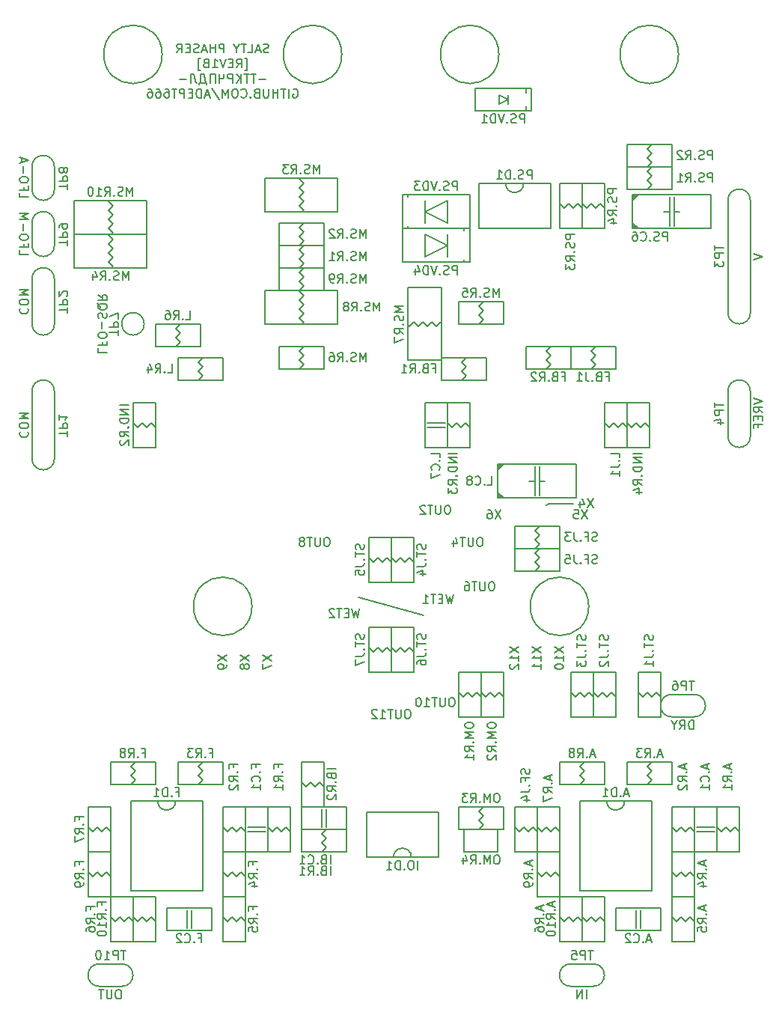
<source format=gbr>
G04 #@! TF.GenerationSoftware,KiCad,Pcbnew,5.1.12-84ad8e8a86~92~ubuntu20.04.1*
G04 #@! TF.CreationDate,2023-11-13T11:38:10+00:00*
G04 #@! TF.ProjectId,___-1.23.B-1,221a1f2d-312e-4323-932e-422d312e6b69,1B*
G04 #@! TF.SameCoordinates,Original*
G04 #@! TF.FileFunction,Legend,Bot*
G04 #@! TF.FilePolarity,Positive*
%FSLAX46Y46*%
G04 Gerber Fmt 4.6, Leading zero omitted, Abs format (unit mm)*
G04 Created by KiCad (PCBNEW 5.1.12-84ad8e8a86~92~ubuntu20.04.1) date 2023-11-13 11:38:10*
%MOMM*%
%LPD*%
G01*
G04 APERTURE LIST*
%ADD10C,0.200000*%
%ADD11C,2.100000*%
%ADD12C,2.400000*%
%ADD13O,2.700000X3.900000*%
%ADD14O,2.700000X4.900000*%
%ADD15C,3.000000*%
%ADD16O,5.700000X3.200000*%
%ADD17O,3.200000X5.200000*%
%ADD18O,5.200000X3.200000*%
%ADD19C,6.200000*%
%ADD20C,2.700000*%
G04 APERTURE END LIST*
D10*
X123190000Y-147320000D02*
X122872500Y-147637500D01*
X126047500Y-147320000D02*
X123190000Y-147320000D01*
X118832380Y-163525714D02*
X119832380Y-164192380D01*
X118832380Y-164192380D02*
X119832380Y-163525714D01*
X119832380Y-165097142D02*
X119832380Y-164525714D01*
X119832380Y-164811428D02*
X118832380Y-164811428D01*
X118975238Y-164716190D01*
X119070476Y-164620952D01*
X119118095Y-164525714D01*
X118927619Y-165478095D02*
X118880000Y-165525714D01*
X118832380Y-165620952D01*
X118832380Y-165859047D01*
X118880000Y-165954285D01*
X118927619Y-166001904D01*
X119022857Y-166049523D01*
X119118095Y-166049523D01*
X119260952Y-166001904D01*
X119832380Y-165430476D01*
X119832380Y-166049523D01*
X121372380Y-163525714D02*
X122372380Y-164192380D01*
X121372380Y-164192380D02*
X122372380Y-163525714D01*
X122372380Y-165097142D02*
X122372380Y-164525714D01*
X122372380Y-164811428D02*
X121372380Y-164811428D01*
X121515238Y-164716190D01*
X121610476Y-164620952D01*
X121658095Y-164525714D01*
X122372380Y-166049523D02*
X122372380Y-165478095D01*
X122372380Y-165763809D02*
X121372380Y-165763809D01*
X121515238Y-165668571D01*
X121610476Y-165573333D01*
X121658095Y-165478095D01*
X123912380Y-163525714D02*
X124912380Y-164192380D01*
X123912380Y-164192380D02*
X124912380Y-163525714D01*
X124912380Y-165097142D02*
X124912380Y-164525714D01*
X124912380Y-164811428D02*
X123912380Y-164811428D01*
X124055238Y-164716190D01*
X124150476Y-164620952D01*
X124198095Y-164525714D01*
X123912380Y-165716190D02*
X123912380Y-165811428D01*
X123960000Y-165906666D01*
X124007619Y-165954285D01*
X124102857Y-166001904D01*
X124293333Y-166049523D01*
X124531428Y-166049523D01*
X124721904Y-166001904D01*
X124817142Y-165954285D01*
X124864761Y-165906666D01*
X124912380Y-165811428D01*
X124912380Y-165716190D01*
X124864761Y-165620952D01*
X124817142Y-165573333D01*
X124721904Y-165525714D01*
X124531428Y-165478095D01*
X124293333Y-165478095D01*
X124102857Y-165525714D01*
X124007619Y-165573333D01*
X123960000Y-165620952D01*
X123912380Y-165716190D01*
X85812380Y-164478095D02*
X86812380Y-165144761D01*
X85812380Y-165144761D02*
X86812380Y-164478095D01*
X86812380Y-165573333D02*
X86812380Y-165763809D01*
X86764761Y-165859047D01*
X86717142Y-165906666D01*
X86574285Y-166001904D01*
X86383809Y-166049523D01*
X86002857Y-166049523D01*
X85907619Y-166001904D01*
X85860000Y-165954285D01*
X85812380Y-165859047D01*
X85812380Y-165668571D01*
X85860000Y-165573333D01*
X85907619Y-165525714D01*
X86002857Y-165478095D01*
X86240952Y-165478095D01*
X86336190Y-165525714D01*
X86383809Y-165573333D01*
X86431428Y-165668571D01*
X86431428Y-165859047D01*
X86383809Y-165954285D01*
X86336190Y-166001904D01*
X86240952Y-166049523D01*
X88352380Y-164478095D02*
X89352380Y-165144761D01*
X88352380Y-165144761D02*
X89352380Y-164478095D01*
X88780952Y-165668571D02*
X88733333Y-165573333D01*
X88685714Y-165525714D01*
X88590476Y-165478095D01*
X88542857Y-165478095D01*
X88447619Y-165525714D01*
X88400000Y-165573333D01*
X88352380Y-165668571D01*
X88352380Y-165859047D01*
X88400000Y-165954285D01*
X88447619Y-166001904D01*
X88542857Y-166049523D01*
X88590476Y-166049523D01*
X88685714Y-166001904D01*
X88733333Y-165954285D01*
X88780952Y-165859047D01*
X88780952Y-165668571D01*
X88828571Y-165573333D01*
X88876190Y-165525714D01*
X88971428Y-165478095D01*
X89161904Y-165478095D01*
X89257142Y-165525714D01*
X89304761Y-165573333D01*
X89352380Y-165668571D01*
X89352380Y-165859047D01*
X89304761Y-165954285D01*
X89257142Y-166001904D01*
X89161904Y-166049523D01*
X88971428Y-166049523D01*
X88876190Y-166001904D01*
X88828571Y-165954285D01*
X88780952Y-165859047D01*
X90892380Y-164478095D02*
X91892380Y-165144761D01*
X90892380Y-165144761D02*
X91892380Y-164478095D01*
X90892380Y-165430476D02*
X90892380Y-166097142D01*
X91892380Y-165668571D01*
X127621904Y-148042380D02*
X126955238Y-149042380D01*
X126955238Y-148042380D02*
X127621904Y-149042380D01*
X126098095Y-148042380D02*
X126574285Y-148042380D01*
X126621904Y-148518571D01*
X126574285Y-148470952D01*
X126479047Y-148423333D01*
X126240952Y-148423333D01*
X126145714Y-148470952D01*
X126098095Y-148518571D01*
X126050476Y-148613809D01*
X126050476Y-148851904D01*
X126098095Y-148947142D01*
X126145714Y-148994761D01*
X126240952Y-149042380D01*
X126479047Y-149042380D01*
X126574285Y-148994761D01*
X126621904Y-148947142D01*
X128256904Y-146772380D02*
X127590238Y-147772380D01*
X127590238Y-146772380D02*
X128256904Y-147772380D01*
X126780714Y-147105714D02*
X126780714Y-147772380D01*
X127018809Y-146724761D02*
X127256904Y-147439047D01*
X126637857Y-147439047D01*
X117837142Y-148042380D02*
X117170476Y-149042380D01*
X117170476Y-148042380D02*
X117837142Y-149042380D01*
X116360952Y-148042380D02*
X116551428Y-148042380D01*
X116646666Y-148090000D01*
X116694285Y-148137619D01*
X116789523Y-148280476D01*
X116837142Y-148470952D01*
X116837142Y-148851904D01*
X116789523Y-148947142D01*
X116741904Y-148994761D01*
X116646666Y-149042380D01*
X116456190Y-149042380D01*
X116360952Y-148994761D01*
X116313333Y-148947142D01*
X116265714Y-148851904D01*
X116265714Y-148613809D01*
X116313333Y-148518571D01*
X116360952Y-148470952D01*
X116456190Y-148423333D01*
X116646666Y-148423333D01*
X116741904Y-148470952D01*
X116789523Y-148518571D01*
X116837142Y-148613809D01*
X109090177Y-159936101D02*
X101729823Y-157963899D01*
X91550476Y-96279761D02*
X91407619Y-96327380D01*
X91169523Y-96327380D01*
X91074285Y-96279761D01*
X91026666Y-96232142D01*
X90979047Y-96136904D01*
X90979047Y-96041666D01*
X91026666Y-95946428D01*
X91074285Y-95898809D01*
X91169523Y-95851190D01*
X91360000Y-95803571D01*
X91455238Y-95755952D01*
X91502857Y-95708333D01*
X91550476Y-95613095D01*
X91550476Y-95517857D01*
X91502857Y-95422619D01*
X91455238Y-95375000D01*
X91360000Y-95327380D01*
X91121904Y-95327380D01*
X90979047Y-95375000D01*
X90598095Y-96041666D02*
X90121904Y-96041666D01*
X90693333Y-96327380D02*
X90360000Y-95327380D01*
X90026666Y-96327380D01*
X89217142Y-96327380D02*
X89693333Y-96327380D01*
X89693333Y-95327380D01*
X89026666Y-95327380D02*
X88455238Y-95327380D01*
X88740952Y-96327380D02*
X88740952Y-95327380D01*
X87931428Y-95851190D02*
X87931428Y-96327380D01*
X88264761Y-95327380D02*
X87931428Y-95851190D01*
X87598095Y-95327380D01*
X86502857Y-96327380D02*
X86502857Y-95327380D01*
X86121904Y-95327380D01*
X86026666Y-95375000D01*
X85979047Y-95422619D01*
X85931428Y-95517857D01*
X85931428Y-95660714D01*
X85979047Y-95755952D01*
X86026666Y-95803571D01*
X86121904Y-95851190D01*
X86502857Y-95851190D01*
X85502857Y-96327380D02*
X85502857Y-95327380D01*
X85502857Y-95803571D02*
X84931428Y-95803571D01*
X84931428Y-96327380D02*
X84931428Y-95327380D01*
X84502857Y-96041666D02*
X84026666Y-96041666D01*
X84598095Y-96327380D02*
X84264761Y-95327380D01*
X83931428Y-96327380D01*
X83645714Y-96279761D02*
X83502857Y-96327380D01*
X83264761Y-96327380D01*
X83169523Y-96279761D01*
X83121904Y-96232142D01*
X83074285Y-96136904D01*
X83074285Y-96041666D01*
X83121904Y-95946428D01*
X83169523Y-95898809D01*
X83264761Y-95851190D01*
X83455238Y-95803571D01*
X83550476Y-95755952D01*
X83598095Y-95708333D01*
X83645714Y-95613095D01*
X83645714Y-95517857D01*
X83598095Y-95422619D01*
X83550476Y-95375000D01*
X83455238Y-95327380D01*
X83217142Y-95327380D01*
X83074285Y-95375000D01*
X82645714Y-95803571D02*
X82312380Y-95803571D01*
X82169523Y-96327380D02*
X82645714Y-96327380D01*
X82645714Y-95327380D01*
X82169523Y-95327380D01*
X81169523Y-96327380D02*
X81502857Y-95851190D01*
X81740952Y-96327380D02*
X81740952Y-95327380D01*
X81360000Y-95327380D01*
X81264761Y-95375000D01*
X81217142Y-95422619D01*
X81169523Y-95517857D01*
X81169523Y-95660714D01*
X81217142Y-95755952D01*
X81264761Y-95803571D01*
X81360000Y-95851190D01*
X81740952Y-95851190D01*
X88860000Y-98360714D02*
X89098095Y-98360714D01*
X89098095Y-96932142D01*
X88860000Y-96932142D01*
X87907619Y-98027380D02*
X88240952Y-97551190D01*
X88479047Y-98027380D02*
X88479047Y-97027380D01*
X88098095Y-97027380D01*
X88002857Y-97075000D01*
X87955238Y-97122619D01*
X87907619Y-97217857D01*
X87907619Y-97360714D01*
X87955238Y-97455952D01*
X88002857Y-97503571D01*
X88098095Y-97551190D01*
X88479047Y-97551190D01*
X87479047Y-97503571D02*
X87145714Y-97503571D01*
X87002857Y-98027380D02*
X87479047Y-98027380D01*
X87479047Y-97027380D01*
X87002857Y-97027380D01*
X86717142Y-97027380D02*
X86383809Y-98027380D01*
X86050476Y-97027380D01*
X85193333Y-98027380D02*
X85764761Y-98027380D01*
X85479047Y-98027380D02*
X85479047Y-97027380D01*
X85574285Y-97170238D01*
X85669523Y-97265476D01*
X85764761Y-97313095D01*
X84431428Y-97503571D02*
X84288571Y-97551190D01*
X84240952Y-97598809D01*
X84193333Y-97694047D01*
X84193333Y-97836904D01*
X84240952Y-97932142D01*
X84288571Y-97979761D01*
X84383809Y-98027380D01*
X84764761Y-98027380D01*
X84764761Y-97027380D01*
X84431428Y-97027380D01*
X84336190Y-97075000D01*
X84288571Y-97122619D01*
X84240952Y-97217857D01*
X84240952Y-97313095D01*
X84288571Y-97408333D01*
X84336190Y-97455952D01*
X84431428Y-97503571D01*
X84764761Y-97503571D01*
X83860000Y-98360714D02*
X83621904Y-98360714D01*
X83621904Y-96932142D01*
X83860000Y-96932142D01*
X91217142Y-99346428D02*
X90455238Y-99346428D01*
X90121904Y-98727380D02*
X89550476Y-98727380D01*
X89836190Y-99727380D02*
X89836190Y-98727380D01*
X89360000Y-98727380D02*
X88788571Y-98727380D01*
X89074285Y-99727380D02*
X89074285Y-98727380D01*
X88455238Y-99727380D02*
X88455238Y-98727380D01*
X87883809Y-99727380D02*
X88312380Y-99155952D01*
X87883809Y-98727380D02*
X88455238Y-99298809D01*
X87455238Y-99727380D02*
X87455238Y-98727380D01*
X87074285Y-98727380D01*
X86979047Y-98775000D01*
X86931428Y-98822619D01*
X86883809Y-98917857D01*
X86883809Y-99060714D01*
X86931428Y-99155952D01*
X86979047Y-99203571D01*
X87074285Y-99251190D01*
X87455238Y-99251190D01*
X85979047Y-98727380D02*
X85979047Y-99727380D01*
X86502857Y-98727380D02*
X86502857Y-99108333D01*
X86455238Y-99203571D01*
X86407619Y-99251190D01*
X86312380Y-99298809D01*
X85979047Y-99298809D01*
X85502857Y-99727380D02*
X85502857Y-98727380D01*
X84931428Y-98727380D01*
X84931428Y-99727380D01*
X83693333Y-99965476D02*
X83693333Y-99727380D01*
X84550476Y-99727380D01*
X84550476Y-99965476D01*
X83883809Y-99727380D02*
X83883809Y-98727380D01*
X84121904Y-98727380D01*
X84217142Y-98775000D01*
X84264761Y-98822619D01*
X84312380Y-98917857D01*
X84407619Y-99727380D01*
X82740952Y-99727380D02*
X82740952Y-98727380D01*
X82883809Y-98727380D01*
X83026666Y-98775000D01*
X83121904Y-98870238D01*
X83169523Y-99013095D01*
X83264761Y-99584523D01*
X83312380Y-99679761D01*
X83407619Y-99727380D01*
X83455238Y-99727380D01*
X82264761Y-99346428D02*
X81502857Y-99346428D01*
X94312380Y-100475000D02*
X94407619Y-100427380D01*
X94550476Y-100427380D01*
X94693333Y-100475000D01*
X94788571Y-100570238D01*
X94836190Y-100665476D01*
X94883809Y-100855952D01*
X94883809Y-100998809D01*
X94836190Y-101189285D01*
X94788571Y-101284523D01*
X94693333Y-101379761D01*
X94550476Y-101427380D01*
X94455238Y-101427380D01*
X94312380Y-101379761D01*
X94264761Y-101332142D01*
X94264761Y-100998809D01*
X94455238Y-100998809D01*
X93836190Y-101427380D02*
X93836190Y-100427380D01*
X93502857Y-100427380D02*
X92931428Y-100427380D01*
X93217142Y-101427380D02*
X93217142Y-100427380D01*
X92598095Y-101427380D02*
X92598095Y-100427380D01*
X92598095Y-100903571D02*
X92026666Y-100903571D01*
X92026666Y-101427380D02*
X92026666Y-100427380D01*
X91550476Y-100427380D02*
X91550476Y-101236904D01*
X91502857Y-101332142D01*
X91455238Y-101379761D01*
X91360000Y-101427380D01*
X91169523Y-101427380D01*
X91074285Y-101379761D01*
X91026666Y-101332142D01*
X90979047Y-101236904D01*
X90979047Y-100427380D01*
X90169523Y-100903571D02*
X90026666Y-100951190D01*
X89979047Y-100998809D01*
X89931428Y-101094047D01*
X89931428Y-101236904D01*
X89979047Y-101332142D01*
X90026666Y-101379761D01*
X90121904Y-101427380D01*
X90502857Y-101427380D01*
X90502857Y-100427380D01*
X90169523Y-100427380D01*
X90074285Y-100475000D01*
X90026666Y-100522619D01*
X89979047Y-100617857D01*
X89979047Y-100713095D01*
X90026666Y-100808333D01*
X90074285Y-100855952D01*
X90169523Y-100903571D01*
X90502857Y-100903571D01*
X89502857Y-101332142D02*
X89455238Y-101379761D01*
X89502857Y-101427380D01*
X89550476Y-101379761D01*
X89502857Y-101332142D01*
X89502857Y-101427380D01*
X88455238Y-101332142D02*
X88502857Y-101379761D01*
X88645714Y-101427380D01*
X88740952Y-101427380D01*
X88883809Y-101379761D01*
X88979047Y-101284523D01*
X89026666Y-101189285D01*
X89074285Y-100998809D01*
X89074285Y-100855952D01*
X89026666Y-100665476D01*
X88979047Y-100570238D01*
X88883809Y-100475000D01*
X88740952Y-100427380D01*
X88645714Y-100427380D01*
X88502857Y-100475000D01*
X88455238Y-100522619D01*
X87836190Y-100427380D02*
X87645714Y-100427380D01*
X87550476Y-100475000D01*
X87455238Y-100570238D01*
X87407619Y-100760714D01*
X87407619Y-101094047D01*
X87455238Y-101284523D01*
X87550476Y-101379761D01*
X87645714Y-101427380D01*
X87836190Y-101427380D01*
X87931428Y-101379761D01*
X88026666Y-101284523D01*
X88074285Y-101094047D01*
X88074285Y-100760714D01*
X88026666Y-100570238D01*
X87931428Y-100475000D01*
X87836190Y-100427380D01*
X86979047Y-101427380D02*
X86979047Y-100427380D01*
X86645714Y-101141666D01*
X86312380Y-100427380D01*
X86312380Y-101427380D01*
X85121904Y-100379761D02*
X85979047Y-101665476D01*
X84836190Y-101141666D02*
X84360000Y-101141666D01*
X84931428Y-101427380D02*
X84598095Y-100427380D01*
X84264761Y-101427380D01*
X83931428Y-101427380D02*
X83931428Y-100427380D01*
X83693333Y-100427380D01*
X83550476Y-100475000D01*
X83455238Y-100570238D01*
X83407619Y-100665476D01*
X83360000Y-100855952D01*
X83360000Y-100998809D01*
X83407619Y-101189285D01*
X83455238Y-101284523D01*
X83550476Y-101379761D01*
X83693333Y-101427380D01*
X83931428Y-101427380D01*
X82931428Y-100903571D02*
X82598095Y-100903571D01*
X82455238Y-101427380D02*
X82931428Y-101427380D01*
X82931428Y-100427380D01*
X82455238Y-100427380D01*
X82026666Y-101427380D02*
X82026666Y-100427380D01*
X81645714Y-100427380D01*
X81550476Y-100475000D01*
X81502857Y-100522619D01*
X81455238Y-100617857D01*
X81455238Y-100760714D01*
X81502857Y-100855952D01*
X81550476Y-100903571D01*
X81645714Y-100951190D01*
X82026666Y-100951190D01*
X81169523Y-100427380D02*
X80598095Y-100427380D01*
X80883809Y-101427380D02*
X80883809Y-100427380D01*
X79836190Y-100427380D02*
X80026666Y-100427380D01*
X80121904Y-100475000D01*
X80169523Y-100522619D01*
X80264761Y-100665476D01*
X80312380Y-100855952D01*
X80312380Y-101236904D01*
X80264761Y-101332142D01*
X80217142Y-101379761D01*
X80121904Y-101427380D01*
X79931428Y-101427380D01*
X79836190Y-101379761D01*
X79788571Y-101332142D01*
X79740952Y-101236904D01*
X79740952Y-100998809D01*
X79788571Y-100903571D01*
X79836190Y-100855952D01*
X79931428Y-100808333D01*
X80121904Y-100808333D01*
X80217142Y-100855952D01*
X80264761Y-100903571D01*
X80312380Y-100998809D01*
X78883809Y-100427380D02*
X79074285Y-100427380D01*
X79169523Y-100475000D01*
X79217142Y-100522619D01*
X79312380Y-100665476D01*
X79360000Y-100855952D01*
X79360000Y-101236904D01*
X79312380Y-101332142D01*
X79264761Y-101379761D01*
X79169523Y-101427380D01*
X78979047Y-101427380D01*
X78883809Y-101379761D01*
X78836190Y-101332142D01*
X78788571Y-101236904D01*
X78788571Y-100998809D01*
X78836190Y-100903571D01*
X78883809Y-100855952D01*
X78979047Y-100808333D01*
X79169523Y-100808333D01*
X79264761Y-100855952D01*
X79312380Y-100903571D01*
X79360000Y-100998809D01*
X77931428Y-100427380D02*
X78121904Y-100427380D01*
X78217142Y-100475000D01*
X78264761Y-100522619D01*
X78360000Y-100665476D01*
X78407619Y-100855952D01*
X78407619Y-101236904D01*
X78360000Y-101332142D01*
X78312380Y-101379761D01*
X78217142Y-101427380D01*
X78026666Y-101427380D01*
X77931428Y-101379761D01*
X77883809Y-101332142D01*
X77836190Y-101236904D01*
X77836190Y-100998809D01*
X77883809Y-100903571D01*
X77931428Y-100855952D01*
X78026666Y-100808333D01*
X78217142Y-100808333D01*
X78312380Y-100855952D01*
X78360000Y-100903571D01*
X78407619Y-100998809D01*
X112362380Y-169285134D02*
X112171904Y-169285134D01*
X112076666Y-169332754D01*
X111981428Y-169427992D01*
X111933809Y-169618468D01*
X111933809Y-169951801D01*
X111981428Y-170142277D01*
X112076666Y-170237515D01*
X112171904Y-170285134D01*
X112362380Y-170285134D01*
X112457619Y-170237515D01*
X112552857Y-170142277D01*
X112600476Y-169951801D01*
X112600476Y-169618468D01*
X112552857Y-169427992D01*
X112457619Y-169332754D01*
X112362380Y-169285134D01*
X111505238Y-169285134D02*
X111505238Y-170094658D01*
X111457619Y-170189896D01*
X111410000Y-170237515D01*
X111314761Y-170285134D01*
X111124285Y-170285134D01*
X111029047Y-170237515D01*
X110981428Y-170189896D01*
X110933809Y-170094658D01*
X110933809Y-169285134D01*
X110600476Y-169285134D02*
X110029047Y-169285134D01*
X110314761Y-170285134D02*
X110314761Y-169285134D01*
X109171904Y-170285134D02*
X109743333Y-170285134D01*
X109457619Y-170285134D02*
X109457619Y-169285134D01*
X109552857Y-169427992D01*
X109648095Y-169523230D01*
X109743333Y-169570849D01*
X108552857Y-169285134D02*
X108457619Y-169285134D01*
X108362380Y-169332754D01*
X108314761Y-169380373D01*
X108267142Y-169475611D01*
X108219523Y-169666087D01*
X108219523Y-169904182D01*
X108267142Y-170094658D01*
X108314761Y-170189896D01*
X108362380Y-170237515D01*
X108457619Y-170285134D01*
X108552857Y-170285134D01*
X108648095Y-170237515D01*
X108695714Y-170189896D01*
X108743333Y-170094658D01*
X108790952Y-169904182D01*
X108790952Y-169666087D01*
X108743333Y-169475611D01*
X108695714Y-169380373D01*
X108648095Y-169332754D01*
X108552857Y-169285134D01*
X116886190Y-156179880D02*
X116695714Y-156179880D01*
X116600476Y-156227500D01*
X116505238Y-156322738D01*
X116457619Y-156513214D01*
X116457619Y-156846547D01*
X116505238Y-157037023D01*
X116600476Y-157132261D01*
X116695714Y-157179880D01*
X116886190Y-157179880D01*
X116981428Y-157132261D01*
X117076666Y-157037023D01*
X117124285Y-156846547D01*
X117124285Y-156513214D01*
X117076666Y-156322738D01*
X116981428Y-156227500D01*
X116886190Y-156179880D01*
X116029047Y-156179880D02*
X116029047Y-156989404D01*
X115981428Y-157084642D01*
X115933809Y-157132261D01*
X115838571Y-157179880D01*
X115648095Y-157179880D01*
X115552857Y-157132261D01*
X115505238Y-157084642D01*
X115457619Y-156989404D01*
X115457619Y-156179880D01*
X115124285Y-156179880D02*
X114552857Y-156179880D01*
X114838571Y-157179880D02*
X114838571Y-156179880D01*
X113790952Y-156179880D02*
X113981428Y-156179880D01*
X114076666Y-156227500D01*
X114124285Y-156275119D01*
X114219523Y-156417976D01*
X114267142Y-156608452D01*
X114267142Y-156989404D01*
X114219523Y-157084642D01*
X114171904Y-157132261D01*
X114076666Y-157179880D01*
X113886190Y-157179880D01*
X113790952Y-157132261D01*
X113743333Y-157084642D01*
X113695714Y-156989404D01*
X113695714Y-156751309D01*
X113743333Y-156656071D01*
X113790952Y-156608452D01*
X113886190Y-156560833D01*
X114076666Y-156560833D01*
X114171904Y-156608452D01*
X114219523Y-156656071D01*
X114267142Y-156751309D01*
X115546444Y-151179880D02*
X115355968Y-151179880D01*
X115260730Y-151227500D01*
X115165492Y-151322738D01*
X115117873Y-151513214D01*
X115117873Y-151846547D01*
X115165492Y-152037023D01*
X115260730Y-152132261D01*
X115355968Y-152179880D01*
X115546444Y-152179880D01*
X115641682Y-152132261D01*
X115736920Y-152037023D01*
X115784539Y-151846547D01*
X115784539Y-151513214D01*
X115736920Y-151322738D01*
X115641682Y-151227500D01*
X115546444Y-151179880D01*
X114689301Y-151179880D02*
X114689301Y-151989404D01*
X114641682Y-152084642D01*
X114594063Y-152132261D01*
X114498825Y-152179880D01*
X114308349Y-152179880D01*
X114213111Y-152132261D01*
X114165492Y-152084642D01*
X114117873Y-151989404D01*
X114117873Y-151179880D01*
X113784539Y-151179880D02*
X113213111Y-151179880D01*
X113498825Y-152179880D02*
X113498825Y-151179880D01*
X112451206Y-151513214D02*
X112451206Y-152179880D01*
X112689301Y-151132261D02*
X112927396Y-151846547D01*
X112308349Y-151846547D01*
X111886189Y-147519626D02*
X111695713Y-147519626D01*
X111600475Y-147567246D01*
X111505237Y-147662484D01*
X111457618Y-147852960D01*
X111457618Y-148186293D01*
X111505237Y-148376769D01*
X111600475Y-148472007D01*
X111695713Y-148519626D01*
X111886189Y-148519626D01*
X111981427Y-148472007D01*
X112076665Y-148376769D01*
X112124284Y-148186293D01*
X112124284Y-147852960D01*
X112076665Y-147662484D01*
X111981427Y-147567246D01*
X111886189Y-147519626D01*
X111029046Y-147519626D02*
X111029046Y-148329150D01*
X110981427Y-148424388D01*
X110933808Y-148472007D01*
X110838570Y-148519626D01*
X110648094Y-148519626D01*
X110552856Y-148472007D01*
X110505237Y-148424388D01*
X110457618Y-148329150D01*
X110457618Y-147519626D01*
X110124284Y-147519626D02*
X109552856Y-147519626D01*
X109838570Y-148519626D02*
X109838570Y-147519626D01*
X109267141Y-147614865D02*
X109219522Y-147567246D01*
X109124284Y-147519626D01*
X108886189Y-147519626D01*
X108790951Y-147567246D01*
X108743332Y-147614865D01*
X108695713Y-147710103D01*
X108695713Y-147805341D01*
X108743332Y-147948198D01*
X109314760Y-148519626D01*
X108695713Y-148519626D01*
X98225936Y-151179881D02*
X98035460Y-151179881D01*
X97940222Y-151227501D01*
X97844984Y-151322739D01*
X97797365Y-151513215D01*
X97797365Y-151846548D01*
X97844984Y-152037024D01*
X97940222Y-152132262D01*
X98035460Y-152179881D01*
X98225936Y-152179881D01*
X98321174Y-152132262D01*
X98416412Y-152037024D01*
X98464031Y-151846548D01*
X98464031Y-151513215D01*
X98416412Y-151322739D01*
X98321174Y-151227501D01*
X98225936Y-151179881D01*
X97368793Y-151179881D02*
X97368793Y-151989405D01*
X97321174Y-152084643D01*
X97273555Y-152132262D01*
X97178317Y-152179881D01*
X96987841Y-152179881D01*
X96892603Y-152132262D01*
X96844984Y-152084643D01*
X96797365Y-151989405D01*
X96797365Y-151179881D01*
X96464031Y-151179881D02*
X95892603Y-151179881D01*
X96178317Y-152179881D02*
X96178317Y-151179881D01*
X95416412Y-151608453D02*
X95511650Y-151560834D01*
X95559269Y-151513215D01*
X95606888Y-151417977D01*
X95606888Y-151370358D01*
X95559269Y-151275120D01*
X95511650Y-151227501D01*
X95416412Y-151179881D01*
X95225936Y-151179881D01*
X95130698Y-151227501D01*
X95083079Y-151275120D01*
X95035460Y-151370358D01*
X95035460Y-151417977D01*
X95083079Y-151513215D01*
X95130698Y-151560834D01*
X95225936Y-151608453D01*
X95416412Y-151608453D01*
X95511650Y-151656072D01*
X95559269Y-151703691D01*
X95606888Y-151798929D01*
X95606888Y-151989405D01*
X95559269Y-152084643D01*
X95511650Y-152132262D01*
X95416412Y-152179881D01*
X95225936Y-152179881D01*
X95130698Y-152132262D01*
X95083079Y-152084643D01*
X95035460Y-151989405D01*
X95035460Y-151798929D01*
X95083079Y-151703691D01*
X95130698Y-151656072D01*
X95225936Y-151608453D01*
X107362380Y-170624880D02*
X107171904Y-170624880D01*
X107076666Y-170672500D01*
X106981428Y-170767738D01*
X106933809Y-170958214D01*
X106933809Y-171291547D01*
X106981428Y-171482023D01*
X107076666Y-171577261D01*
X107171904Y-171624880D01*
X107362380Y-171624880D01*
X107457619Y-171577261D01*
X107552857Y-171482023D01*
X107600476Y-171291547D01*
X107600476Y-170958214D01*
X107552857Y-170767738D01*
X107457619Y-170672500D01*
X107362380Y-170624880D01*
X106505238Y-170624880D02*
X106505238Y-171434404D01*
X106457619Y-171529642D01*
X106410000Y-171577261D01*
X106314761Y-171624880D01*
X106124285Y-171624880D01*
X106029047Y-171577261D01*
X105981428Y-171529642D01*
X105933809Y-171434404D01*
X105933809Y-170624880D01*
X105600476Y-170624880D02*
X105029047Y-170624880D01*
X105314761Y-171624880D02*
X105314761Y-170624880D01*
X104171904Y-171624880D02*
X104743333Y-171624880D01*
X104457619Y-171624880D02*
X104457619Y-170624880D01*
X104552857Y-170767738D01*
X104648095Y-170862976D01*
X104743333Y-170910595D01*
X103790952Y-170720119D02*
X103743333Y-170672500D01*
X103648095Y-170624880D01*
X103410000Y-170624880D01*
X103314761Y-170672500D01*
X103267142Y-170720119D01*
X103219523Y-170815357D01*
X103219523Y-170910595D01*
X103267142Y-171053452D01*
X103838571Y-171624880D01*
X103219523Y-171624880D01*
X101835503Y-159201375D02*
X101597408Y-160201375D01*
X101406931Y-159487090D01*
X101216455Y-160201375D01*
X100978360Y-159201375D01*
X100597408Y-159677566D02*
X100264074Y-159677566D01*
X100121217Y-160201375D02*
X100597408Y-160201375D01*
X100597408Y-159201375D01*
X100121217Y-159201375D01*
X99835503Y-159201375D02*
X99264074Y-159201375D01*
X99549788Y-160201375D02*
X99549788Y-159201375D01*
X98978360Y-159296614D02*
X98930741Y-159248995D01*
X98835503Y-159201375D01*
X98597408Y-159201375D01*
X98502169Y-159248995D01*
X98454550Y-159296614D01*
X98406931Y-159391852D01*
X98406931Y-159487090D01*
X98454550Y-159629947D01*
X99025979Y-160201375D01*
X98406931Y-160201375D01*
X112460687Y-157603385D02*
X112222592Y-158603385D01*
X112032115Y-157889100D01*
X111841639Y-158603385D01*
X111603544Y-157603385D01*
X111222592Y-158079576D02*
X110889258Y-158079576D01*
X110746401Y-158603385D02*
X111222592Y-158603385D01*
X111222592Y-157603385D01*
X110746401Y-157603385D01*
X110460687Y-157603385D02*
X109889258Y-157603385D01*
X110174972Y-158603385D02*
X110174972Y-157603385D01*
X109032115Y-158603385D02*
X109603544Y-158603385D01*
X109317830Y-158603385D02*
X109317830Y-157603385D01*
X109413068Y-157746243D01*
X109508306Y-157841481D01*
X109603544Y-157889100D01*
X77470000Y-127000000D02*
G75*
G03*
X77470000Y-127000000I-1270000J0D01*
G01*
X94996000Y-123317000D02*
X95123000Y-123190000D01*
X95504000Y-126873000D02*
X95377000Y-127000000D01*
X95504000Y-123825000D02*
X94996000Y-123317000D01*
X94996000Y-126365000D02*
X95504000Y-126873000D01*
X94996000Y-125349000D02*
X95504000Y-125857000D01*
X95504000Y-125857000D02*
X94996000Y-126365000D01*
X94996000Y-125349000D02*
X95504000Y-124841000D01*
X95504000Y-124841000D02*
X94996000Y-124333000D01*
X94996000Y-124333000D02*
X95504000Y-123825000D01*
X91122500Y-123190000D02*
X99377500Y-123190000D01*
X91122500Y-127000000D02*
X99377500Y-127000000D01*
X99377500Y-127000000D02*
X99377500Y-123190000D01*
X91122500Y-127000000D02*
X91122500Y-123190000D01*
X111125000Y-131127500D02*
X107315000Y-131127500D01*
X111125000Y-122872500D02*
X107315000Y-122872500D01*
X111125000Y-131127500D02*
X111125000Y-122872500D01*
X107315000Y-131127500D02*
X107315000Y-122872500D01*
X108458000Y-127254000D02*
X107950000Y-126746000D01*
X108966000Y-126746000D02*
X108458000Y-127254000D01*
X109474000Y-127254000D02*
X108966000Y-126746000D01*
X109982000Y-126746000D02*
X110490000Y-127254000D01*
X109474000Y-127254000D02*
X109982000Y-126746000D01*
X110490000Y-127254000D02*
X110998000Y-126746000D01*
X107950000Y-126746000D02*
X107442000Y-127254000D01*
X110998000Y-126746000D02*
X111125000Y-126873000D01*
X107442000Y-127254000D02*
X107315000Y-127127000D01*
X77787500Y-113030000D02*
X77787500Y-116840000D01*
X69532500Y-113030000D02*
X69532500Y-116840000D01*
X77787500Y-113030000D02*
X69532500Y-113030000D01*
X77787500Y-116840000D02*
X69532500Y-116840000D01*
X73914000Y-115697000D02*
X73406000Y-116205000D01*
X73406000Y-115189000D02*
X73914000Y-115697000D01*
X73914000Y-114681000D02*
X73406000Y-115189000D01*
X73406000Y-114173000D02*
X73914000Y-113665000D01*
X73914000Y-114681000D02*
X73406000Y-114173000D01*
X73914000Y-113665000D02*
X73406000Y-113157000D01*
X73406000Y-116205000D02*
X73914000Y-116713000D01*
X73406000Y-113157000D02*
X73533000Y-113030000D01*
X73914000Y-116713000D02*
X73787000Y-116840000D01*
X73406000Y-116967000D02*
X73533000Y-116840000D01*
X73914000Y-120523000D02*
X73787000Y-120650000D01*
X73914000Y-117475000D02*
X73406000Y-116967000D01*
X73406000Y-120015000D02*
X73914000Y-120523000D01*
X73406000Y-118999000D02*
X73914000Y-119507000D01*
X73914000Y-119507000D02*
X73406000Y-120015000D01*
X73406000Y-118999000D02*
X73914000Y-118491000D01*
X73914000Y-118491000D02*
X73406000Y-117983000D01*
X73406000Y-117983000D02*
X73914000Y-117475000D01*
X69532500Y-116840000D02*
X77787500Y-116840000D01*
X69532500Y-120650000D02*
X77787500Y-120650000D01*
X77787500Y-120650000D02*
X77787500Y-116840000D01*
X69532500Y-120650000D02*
X69532500Y-116840000D01*
X94996000Y-110617000D02*
X95123000Y-110490000D01*
X95504000Y-114173000D02*
X95377000Y-114300000D01*
X95504000Y-111125000D02*
X94996000Y-110617000D01*
X94996000Y-113665000D02*
X95504000Y-114173000D01*
X94996000Y-112649000D02*
X95504000Y-113157000D01*
X95504000Y-113157000D02*
X94996000Y-113665000D01*
X94996000Y-112649000D02*
X95504000Y-112141000D01*
X95504000Y-112141000D02*
X94996000Y-111633000D01*
X94996000Y-111633000D02*
X95504000Y-111125000D01*
X91122500Y-110490000D02*
X99377500Y-110490000D01*
X91122500Y-114300000D02*
X99377500Y-114300000D01*
X99377500Y-114300000D02*
X99377500Y-110490000D01*
X91122500Y-114300000D02*
X91122500Y-110490000D01*
X113665000Y-116459000D02*
X113665000Y-116205000D01*
X106680000Y-116205000D02*
X106680000Y-120015000D01*
X113665000Y-120015000D02*
X113665000Y-119761000D01*
X114300000Y-120015000D02*
X114300000Y-116205000D01*
X106680000Y-120015000D02*
X114300000Y-120015000D01*
X106680000Y-116205000D02*
X114300000Y-116205000D01*
X111760000Y-118110000D02*
X109220000Y-119380000D01*
X109220000Y-116840000D02*
X111760000Y-118110000D01*
X109220000Y-119380000D02*
X109220000Y-116840000D01*
X111760000Y-119380000D02*
X111760000Y-116840000D01*
X109220000Y-113030000D02*
X109220000Y-115570000D01*
X111760000Y-113030000D02*
X111760000Y-115570000D01*
X111760000Y-115570000D02*
X109220000Y-114300000D01*
X109220000Y-114300000D02*
X111760000Y-113030000D01*
X114300000Y-116205000D02*
X106680000Y-116205000D01*
X114300000Y-112395000D02*
X106680000Y-112395000D01*
X106680000Y-112395000D02*
X106680000Y-116205000D01*
X107315000Y-112395000D02*
X107315000Y-112649000D01*
X114300000Y-116205000D02*
X114300000Y-112395000D01*
X107315000Y-115951000D02*
X107315000Y-116205000D01*
G36*
X132715000Y-115570000D02*
G01*
X132715000Y-116205000D01*
X133350000Y-116205000D01*
X132715000Y-115570000D01*
G37*
X132715000Y-115570000D02*
X132715000Y-116205000D01*
X133350000Y-116205000D01*
X132715000Y-115570000D01*
G36*
X133350000Y-112395000D02*
G01*
X132715000Y-112395000D01*
X132715000Y-113030000D01*
X133350000Y-112395000D01*
G37*
X133350000Y-112395000D02*
X132715000Y-112395000D01*
X132715000Y-113030000D01*
X133350000Y-112395000D01*
X132715000Y-112395000D02*
X141605000Y-112395000D01*
X132715000Y-116205000D02*
X141605000Y-116205000D01*
X141605000Y-116205000D02*
X141605000Y-112395000D01*
X137414000Y-115951000D02*
X137414000Y-112649000D01*
X136906000Y-115951000D02*
X136906000Y-112649000D01*
X132715000Y-116205000D02*
X132715000Y-112395000D01*
X136271000Y-114300000D02*
X136906000Y-114300000D01*
X137414000Y-114300000D02*
X138049000Y-114300000D01*
X129540000Y-116205000D02*
X127000000Y-116205000D01*
X129540000Y-111125000D02*
X127000000Y-111125000D01*
X129540000Y-116205000D02*
X129540000Y-111125000D01*
X127000000Y-116205000D02*
X127000000Y-111125000D01*
X127508000Y-113919000D02*
X127000000Y-113411000D01*
X128016000Y-113411000D02*
X127508000Y-113919000D01*
X128524000Y-113919000D02*
X128016000Y-113411000D01*
X129032000Y-113411000D02*
X129540000Y-113919000D01*
X128524000Y-113919000D02*
X129032000Y-113411000D01*
X124460000Y-111125000D02*
X127000000Y-111125000D01*
X124460000Y-116205000D02*
X127000000Y-116205000D01*
X124460000Y-111125000D02*
X124460000Y-116205000D01*
X127000000Y-111125000D02*
X127000000Y-116205000D01*
X126492000Y-113411000D02*
X127000000Y-113919000D01*
X125984000Y-113919000D02*
X126492000Y-113411000D01*
X125476000Y-113411000D02*
X125984000Y-113919000D01*
X124968000Y-113919000D02*
X124460000Y-113411000D01*
X125476000Y-113411000D02*
X124968000Y-113919000D01*
X123444000Y-111125000D02*
X115316000Y-111125000D01*
X115316000Y-111125000D02*
X115316000Y-116205000D01*
X115316000Y-116205000D02*
X123444000Y-116205000D01*
X123444000Y-111125000D02*
X123444000Y-116205000D01*
X120396000Y-111125000D02*
G75*
G02*
X118364000Y-111125000I-1016000J0D01*
G01*
X122174000Y-144780000D02*
X122809000Y-144780000D01*
X121031000Y-144780000D02*
X121666000Y-144780000D01*
X117475000Y-146685000D02*
X117475000Y-142875000D01*
X121666000Y-146431000D02*
X121666000Y-143129000D01*
X122174000Y-146431000D02*
X122174000Y-143129000D01*
X126365000Y-146685000D02*
X126365000Y-142875000D01*
X117475000Y-146685000D02*
X126365000Y-146685000D01*
X117475000Y-142875000D02*
X126365000Y-142875000D01*
G36*
X118110000Y-142875000D02*
G01*
X117475000Y-142875000D01*
X117475000Y-143510000D01*
X118110000Y-142875000D01*
G37*
X118110000Y-142875000D02*
X117475000Y-142875000D01*
X117475000Y-143510000D01*
X118110000Y-142875000D01*
G36*
X117475000Y-146050000D02*
G01*
X117475000Y-146685000D01*
X118110000Y-146685000D01*
X117475000Y-146050000D01*
G37*
X117475000Y-146050000D02*
X117475000Y-146685000D01*
X118110000Y-146685000D01*
X117475000Y-146050000D01*
X109220000Y-135890000D02*
X111760000Y-135890000D01*
X109220000Y-140970000D02*
X111760000Y-140970000D01*
X109474000Y-138176000D02*
X111506000Y-138176000D01*
X109474000Y-138684000D02*
X111506000Y-138684000D01*
X109220000Y-135890000D02*
X109220000Y-140970000D01*
X111760000Y-135890000D02*
X111760000Y-140970000D01*
X131064000Y-138684000D02*
X131572000Y-138176000D01*
X131572000Y-138176000D02*
X132080000Y-138684000D01*
X131064000Y-138684000D02*
X130556000Y-138176000D01*
X130556000Y-138176000D02*
X130048000Y-138684000D01*
X130048000Y-138684000D02*
X129540000Y-138176000D01*
X129540000Y-140970000D02*
X129540000Y-135890000D01*
X132080000Y-140970000D02*
X132080000Y-135890000D01*
X132080000Y-135890000D02*
X129540000Y-135890000D01*
X132080000Y-140970000D02*
X129540000Y-140970000D01*
X119380000Y-152400000D02*
X119380000Y-149860000D01*
X124460000Y-152400000D02*
X124460000Y-149860000D01*
X119380000Y-152400000D02*
X124460000Y-152400000D01*
X119380000Y-149860000D02*
X124460000Y-149860000D01*
X121666000Y-150368000D02*
X122174000Y-149860000D01*
X122174000Y-150876000D02*
X121666000Y-150368000D01*
X121666000Y-151384000D02*
X122174000Y-150876000D01*
X122174000Y-151892000D02*
X121666000Y-152400000D01*
X121666000Y-151384000D02*
X122174000Y-151892000D01*
X119380000Y-181610000D02*
X121920000Y-181610000D01*
X119380000Y-186690000D02*
X121920000Y-186690000D01*
X119380000Y-181610000D02*
X119380000Y-186690000D01*
X121920000Y-181610000D02*
X121920000Y-186690000D01*
X121412000Y-183896000D02*
X121920000Y-184404000D01*
X120904000Y-184404000D02*
X121412000Y-183896000D01*
X120396000Y-183896000D02*
X120904000Y-184404000D01*
X119888000Y-184404000D02*
X119380000Y-183896000D01*
X120396000Y-183896000D02*
X119888000Y-184404000D01*
X78740000Y-129540000D02*
X78740000Y-127000000D01*
X83820000Y-129540000D02*
X83820000Y-127000000D01*
X78740000Y-129540000D02*
X83820000Y-129540000D01*
X78740000Y-127000000D02*
X83820000Y-127000000D01*
X81026000Y-127508000D02*
X81534000Y-127000000D01*
X81534000Y-128016000D02*
X81026000Y-127508000D01*
X81026000Y-128524000D02*
X81534000Y-128016000D01*
X81534000Y-129032000D02*
X81026000Y-129540000D01*
X81026000Y-128524000D02*
X81534000Y-129032000D01*
X123444000Y-130556000D02*
X122936000Y-130048000D01*
X122936000Y-130048000D02*
X123444000Y-129540000D01*
X123444000Y-130556000D02*
X122936000Y-131064000D01*
X122936000Y-131064000D02*
X123444000Y-131572000D01*
X123444000Y-131572000D02*
X122936000Y-132080000D01*
X125730000Y-132080000D02*
X120650000Y-132080000D01*
X125730000Y-129540000D02*
X120650000Y-129540000D01*
X120650000Y-129540000D02*
X120650000Y-132080000D01*
X125730000Y-129540000D02*
X125730000Y-132080000D01*
X116205000Y-130810000D02*
X116205000Y-133350000D01*
X111125000Y-130810000D02*
X111125000Y-133350000D01*
X116205000Y-130810000D02*
X111125000Y-130810000D01*
X116205000Y-133350000D02*
X111125000Y-133350000D01*
X113919000Y-132842000D02*
X113411000Y-133350000D01*
X113411000Y-132334000D02*
X113919000Y-132842000D01*
X113919000Y-131826000D02*
X113411000Y-132334000D01*
X113411000Y-131318000D02*
X113919000Y-130810000D01*
X113919000Y-131826000D02*
X113411000Y-131318000D01*
X130810000Y-129540000D02*
X130810000Y-132080000D01*
X125730000Y-129540000D02*
X125730000Y-132080000D01*
X130810000Y-129540000D02*
X125730000Y-129540000D01*
X130810000Y-132080000D02*
X125730000Y-132080000D01*
X128524000Y-131572000D02*
X128016000Y-132080000D01*
X128016000Y-131064000D02*
X128524000Y-131572000D01*
X128524000Y-130556000D02*
X128016000Y-131064000D01*
X128016000Y-130048000D02*
X128524000Y-129540000D01*
X128524000Y-130556000D02*
X128016000Y-130048000D01*
X84074000Y-131826000D02*
X83566000Y-131318000D01*
X83566000Y-131318000D02*
X84074000Y-130810000D01*
X84074000Y-131826000D02*
X83566000Y-132334000D01*
X83566000Y-132334000D02*
X84074000Y-132842000D01*
X84074000Y-132842000D02*
X83566000Y-133350000D01*
X86360000Y-133350000D02*
X81280000Y-133350000D01*
X86360000Y-130810000D02*
X81280000Y-130810000D01*
X81280000Y-130810000D02*
X81280000Y-133350000D01*
X86360000Y-130810000D02*
X86360000Y-133350000D01*
X124460000Y-152400000D02*
X124460000Y-154940000D01*
X119380000Y-152400000D02*
X119380000Y-154940000D01*
X124460000Y-152400000D02*
X119380000Y-152400000D01*
X124460000Y-154940000D02*
X119380000Y-154940000D01*
X122174000Y-154432000D02*
X121666000Y-154940000D01*
X121666000Y-153924000D02*
X122174000Y-154432000D01*
X122174000Y-153416000D02*
X121666000Y-153924000D01*
X121666000Y-152908000D02*
X122174000Y-152400000D01*
X122174000Y-153416000D02*
X121666000Y-152908000D01*
X72390000Y-199390000D02*
X74930000Y-199390000D01*
X72390000Y-201930000D02*
X74930000Y-201930000D01*
X72390000Y-201930000D02*
G75*
G02*
X72390000Y-199390000I0J1270000D01*
G01*
X74930000Y-199390000D02*
G75*
G02*
X74930000Y-201930000I0J-1270000D01*
G01*
X125730000Y-201930000D02*
X128270000Y-201930000D01*
X125730000Y-199390000D02*
X128270000Y-199390000D01*
X128270000Y-199390000D02*
G75*
G02*
X128270000Y-201930000I0J-1270000D01*
G01*
X125730000Y-201930000D02*
G75*
G02*
X125730000Y-199390000I0J1270000D01*
G01*
X120650000Y-100838000D02*
X120650000Y-100330000D01*
X118618000Y-102108000D02*
X118618000Y-101092000D01*
X117602000Y-102108000D02*
X117602000Y-101092000D01*
X117602000Y-101092000D02*
X118618000Y-101600000D01*
X118618000Y-101600000D02*
X117602000Y-102108000D01*
X114935000Y-100330000D02*
X121285000Y-100330000D01*
X114935000Y-102870000D02*
X121285000Y-102870000D01*
X121285000Y-102870000D02*
X121285000Y-100330000D01*
X120650000Y-102870000D02*
X120650000Y-102362000D01*
X114935000Y-100330000D02*
X114935000Y-102870000D01*
X94996000Y-131064000D02*
X95504000Y-131572000D01*
X95504000Y-131572000D02*
X94996000Y-132080000D01*
X94996000Y-131064000D02*
X95504000Y-130556000D01*
X95504000Y-130556000D02*
X94996000Y-130048000D01*
X94996000Y-130048000D02*
X95504000Y-129540000D01*
X92710000Y-129540000D02*
X97790000Y-129540000D01*
X92710000Y-132080000D02*
X97790000Y-132080000D01*
X97790000Y-132080000D02*
X97790000Y-129540000D01*
X92710000Y-132080000D02*
X92710000Y-129540000D01*
X115316000Y-125984000D02*
X115824000Y-126492000D01*
X115824000Y-126492000D02*
X115316000Y-127000000D01*
X115316000Y-125984000D02*
X115824000Y-125476000D01*
X115824000Y-125476000D02*
X115316000Y-124968000D01*
X115316000Y-124968000D02*
X115824000Y-124460000D01*
X113030000Y-124460000D02*
X118110000Y-124460000D01*
X113030000Y-127000000D02*
X118110000Y-127000000D01*
X118110000Y-127000000D02*
X118110000Y-124460000D01*
X113030000Y-127000000D02*
X113030000Y-124460000D01*
X143510000Y-139700000D02*
X143510000Y-134620000D01*
X146050000Y-139700000D02*
X146050000Y-134620000D01*
X146050000Y-139700000D02*
G75*
G02*
X143510000Y-139700000I-1270000J0D01*
G01*
X143510000Y-134620000D02*
G75*
G02*
X146050000Y-134620000I1270000J0D01*
G01*
X67310000Y-134620000D02*
X67310000Y-142240000D01*
X64770000Y-134620000D02*
X64770000Y-142240000D01*
X64770000Y-134620000D02*
G75*
G02*
X67310000Y-134620000I1270000J0D01*
G01*
X67310000Y-142240000D02*
G75*
G02*
X64770000Y-142240000I-1270000J0D01*
G01*
X64770000Y-121920000D02*
X64770000Y-127000000D01*
X67310000Y-121920000D02*
X67310000Y-127000000D01*
X67310000Y-127000000D02*
G75*
G02*
X64770000Y-127000000I-1270000J0D01*
G01*
X64770000Y-121920000D02*
G75*
G02*
X67310000Y-121920000I1270000J0D01*
G01*
X143510000Y-125730000D02*
X143510000Y-113030000D01*
X146050000Y-125730000D02*
X146050000Y-113030000D01*
X146050000Y-125730000D02*
G75*
G02*
X143510000Y-125730000I-1270000J0D01*
G01*
X143510000Y-113030000D02*
G75*
G02*
X146050000Y-113030000I1270000J0D01*
G01*
X67310000Y-115570000D02*
X67310000Y-118110000D01*
X64770000Y-115570000D02*
X64770000Y-118110000D01*
X67310000Y-118110000D02*
G75*
G02*
X64770000Y-118110000I-1270000J0D01*
G01*
X64770000Y-115570000D02*
G75*
G02*
X67310000Y-115570000I1270000J0D01*
G01*
X64770000Y-109220000D02*
X64770000Y-111760000D01*
X67310000Y-109220000D02*
X67310000Y-111760000D01*
X64770000Y-109220000D02*
G75*
G02*
X67310000Y-109220000I1270000J0D01*
G01*
X67310000Y-111760000D02*
G75*
G02*
X64770000Y-111760000I-1270000J0D01*
G01*
X137160000Y-171450000D02*
X139700000Y-171450000D01*
X137160000Y-168910000D02*
X139700000Y-168910000D01*
X139700000Y-168910000D02*
G75*
G02*
X139700000Y-171450000I0J-1270000D01*
G01*
X137160000Y-171450000D02*
G75*
G02*
X137160000Y-168910000I0J1270000D01*
G01*
X105410000Y-166370000D02*
X102870000Y-166370000D01*
X105410000Y-161290000D02*
X102870000Y-161290000D01*
X105410000Y-166370000D02*
X105410000Y-161290000D01*
X102870000Y-166370000D02*
X102870000Y-161290000D01*
X103378000Y-164084000D02*
X102870000Y-163576000D01*
X103886000Y-163576000D02*
X103378000Y-164084000D01*
X104394000Y-164084000D02*
X103886000Y-163576000D01*
X104902000Y-163576000D02*
X105410000Y-164084000D01*
X104394000Y-164084000D02*
X104902000Y-163576000D01*
X107950000Y-166370000D02*
X105410000Y-166370000D01*
X107950000Y-161290000D02*
X105410000Y-161290000D01*
X107950000Y-166370000D02*
X107950000Y-161290000D01*
X105410000Y-166370000D02*
X105410000Y-161290000D01*
X105918000Y-164084000D02*
X105410000Y-163576000D01*
X106426000Y-163576000D02*
X105918000Y-164084000D01*
X106934000Y-164084000D02*
X106426000Y-163576000D01*
X107442000Y-163576000D02*
X107950000Y-164084000D01*
X106934000Y-164084000D02*
X107442000Y-163576000D01*
X102870000Y-151130000D02*
X105410000Y-151130000D01*
X102870000Y-156210000D02*
X105410000Y-156210000D01*
X102870000Y-151130000D02*
X102870000Y-156210000D01*
X105410000Y-151130000D02*
X105410000Y-156210000D01*
X104902000Y-153416000D02*
X105410000Y-153924000D01*
X104394000Y-153924000D02*
X104902000Y-153416000D01*
X103886000Y-153416000D02*
X104394000Y-153924000D01*
X103378000Y-153924000D02*
X102870000Y-153416000D01*
X103886000Y-153416000D02*
X103378000Y-153924000D01*
X105410000Y-151130000D02*
X107950000Y-151130000D01*
X105410000Y-156210000D02*
X107950000Y-156210000D01*
X105410000Y-151130000D02*
X105410000Y-156210000D01*
X107950000Y-151130000D02*
X107950000Y-156210000D01*
X107442000Y-153416000D02*
X107950000Y-153924000D01*
X106934000Y-153924000D02*
X107442000Y-153416000D01*
X106426000Y-153416000D02*
X106934000Y-153924000D01*
X105918000Y-153924000D02*
X105410000Y-153416000D01*
X106426000Y-153416000D02*
X105918000Y-153924000D01*
X128270000Y-171450000D02*
X125730000Y-171450000D01*
X128270000Y-166370000D02*
X125730000Y-166370000D01*
X128270000Y-171450000D02*
X128270000Y-166370000D01*
X125730000Y-171450000D02*
X125730000Y-166370000D01*
X126238000Y-169164000D02*
X125730000Y-168656000D01*
X126746000Y-168656000D02*
X126238000Y-169164000D01*
X127254000Y-169164000D02*
X126746000Y-168656000D01*
X127762000Y-168656000D02*
X128270000Y-169164000D01*
X127254000Y-169164000D02*
X127762000Y-168656000D01*
X130810000Y-171450000D02*
X128270000Y-171450000D01*
X130810000Y-166370000D02*
X128270000Y-166370000D01*
X130810000Y-171450000D02*
X130810000Y-166370000D01*
X128270000Y-171450000D02*
X128270000Y-166370000D01*
X128778000Y-169164000D02*
X128270000Y-168656000D01*
X129286000Y-168656000D02*
X128778000Y-169164000D01*
X129794000Y-169164000D02*
X129286000Y-168656000D01*
X130302000Y-168656000D02*
X130810000Y-169164000D01*
X129794000Y-169164000D02*
X130302000Y-168656000D01*
X133350000Y-166370000D02*
X135890000Y-166370000D01*
X133350000Y-171450000D02*
X135890000Y-171450000D01*
X133350000Y-166370000D02*
X133350000Y-171450000D01*
X135890000Y-166370000D02*
X135890000Y-171450000D01*
X135382000Y-168656000D02*
X135890000Y-169164000D01*
X134874000Y-169164000D02*
X135382000Y-168656000D01*
X134366000Y-168656000D02*
X134874000Y-169164000D01*
X133858000Y-169164000D02*
X133350000Y-168656000D01*
X134366000Y-168656000D02*
X133858000Y-169164000D01*
X117475000Y-186690000D02*
X113665000Y-186690000D01*
X117475000Y-184150000D02*
X113665000Y-184150000D01*
X113665000Y-184150000D02*
X113665000Y-186690000D01*
X117475000Y-186690000D02*
X117475000Y-184150000D01*
X118110000Y-181610000D02*
X118110000Y-184150000D01*
X113030000Y-181610000D02*
X113030000Y-184150000D01*
X118110000Y-181610000D02*
X113030000Y-181610000D01*
X118110000Y-184150000D02*
X113030000Y-184150000D01*
X115824000Y-183642000D02*
X115316000Y-184150000D01*
X115316000Y-183134000D02*
X115824000Y-183642000D01*
X115824000Y-182626000D02*
X115316000Y-183134000D01*
X115316000Y-182118000D02*
X115824000Y-181610000D01*
X115824000Y-182626000D02*
X115316000Y-182118000D01*
X115570000Y-166370000D02*
X118110000Y-166370000D01*
X115570000Y-171450000D02*
X118110000Y-171450000D01*
X115570000Y-166370000D02*
X115570000Y-171450000D01*
X118110000Y-166370000D02*
X118110000Y-171450000D01*
X117602000Y-168656000D02*
X118110000Y-169164000D01*
X117094000Y-169164000D02*
X117602000Y-168656000D01*
X116586000Y-168656000D02*
X117094000Y-169164000D01*
X116078000Y-169164000D02*
X115570000Y-168656000D01*
X116586000Y-168656000D02*
X116078000Y-169164000D01*
X113030000Y-166370000D02*
X115570000Y-166370000D01*
X113030000Y-171450000D02*
X115570000Y-171450000D01*
X113030000Y-166370000D02*
X113030000Y-171450000D01*
X115570000Y-166370000D02*
X115570000Y-171450000D01*
X115062000Y-168656000D02*
X115570000Y-169164000D01*
X114554000Y-169164000D02*
X115062000Y-168656000D01*
X114046000Y-168656000D02*
X114554000Y-169164000D01*
X113538000Y-169164000D02*
X113030000Y-168656000D01*
X114046000Y-168656000D02*
X113538000Y-169164000D01*
X91440000Y-181610000D02*
X91440000Y-186690000D01*
X88900000Y-181610000D02*
X88900000Y-186690000D01*
X89154000Y-184404000D02*
X91186000Y-184404000D01*
X89154000Y-183896000D02*
X91186000Y-183896000D01*
X88900000Y-186690000D02*
X91440000Y-186690000D01*
X88900000Y-181610000D02*
X91440000Y-181610000D01*
X85090000Y-195580000D02*
X80010000Y-195580000D01*
X85090000Y-193040000D02*
X80010000Y-193040000D01*
X82296000Y-193294000D02*
X82296000Y-195326000D01*
X82804000Y-193294000D02*
X82804000Y-195326000D01*
X80010000Y-193040000D02*
X80010000Y-195580000D01*
X85090000Y-193040000D02*
X85090000Y-195580000D01*
X95250000Y-181610000D02*
X100330000Y-181610000D01*
X95250000Y-184150000D02*
X100330000Y-184150000D01*
X98044000Y-183896000D02*
X98044000Y-181864000D01*
X97536000Y-183896000D02*
X97536000Y-181864000D01*
X100330000Y-184150000D02*
X100330000Y-181610000D01*
X95250000Y-184150000D02*
X95250000Y-181610000D01*
X134874000Y-180975000D02*
X134874000Y-191135000D01*
X126746000Y-191135000D02*
X134874000Y-191135000D01*
X126746000Y-180975000D02*
X126746000Y-191135000D01*
X134874000Y-180975000D02*
X126746000Y-180975000D01*
X131826000Y-180975000D02*
G75*
G02*
X129794000Y-180975000I-1016000J0D01*
G01*
X84074000Y-180975000D02*
X84074000Y-191135000D01*
X75946000Y-191135000D02*
X84074000Y-191135000D01*
X75946000Y-180975000D02*
X75946000Y-191135000D01*
X84074000Y-180975000D02*
X75946000Y-180975000D01*
X81026000Y-180975000D02*
G75*
G02*
X78994000Y-180975000I-1016000J0D01*
G01*
X102616000Y-187325000D02*
X102616000Y-182245000D01*
X110744000Y-182245000D02*
X102616000Y-182245000D01*
X110744000Y-187325000D02*
X110744000Y-182245000D01*
X102616000Y-187325000D02*
X110744000Y-187325000D01*
X105664000Y-187325000D02*
G75*
G02*
X107696000Y-187325000I1016000J0D01*
G01*
X92456000Y-183896000D02*
X91948000Y-184404000D01*
X91948000Y-184404000D02*
X91440000Y-183896000D01*
X92456000Y-183896000D02*
X92964000Y-184404000D01*
X92964000Y-184404000D02*
X93472000Y-183896000D01*
X93472000Y-183896000D02*
X93980000Y-184404000D01*
X93980000Y-181610000D02*
X93980000Y-186690000D01*
X91440000Y-181610000D02*
X91440000Y-186690000D01*
X91440000Y-186690000D02*
X93980000Y-186690000D01*
X91440000Y-181610000D02*
X93980000Y-181610000D01*
X87884000Y-184404000D02*
X88392000Y-183896000D01*
X88392000Y-183896000D02*
X88900000Y-184404000D01*
X87884000Y-184404000D02*
X87376000Y-183896000D01*
X87376000Y-183896000D02*
X86868000Y-184404000D01*
X86868000Y-184404000D02*
X86360000Y-183896000D01*
X86360000Y-186690000D02*
X86360000Y-181610000D01*
X88900000Y-186690000D02*
X88900000Y-181610000D01*
X88900000Y-181610000D02*
X86360000Y-181610000D01*
X88900000Y-186690000D02*
X86360000Y-186690000D01*
X83566000Y-178054000D02*
X84074000Y-178562000D01*
X84074000Y-178562000D02*
X83566000Y-179070000D01*
X83566000Y-178054000D02*
X84074000Y-177546000D01*
X84074000Y-177546000D02*
X83566000Y-177038000D01*
X83566000Y-177038000D02*
X84074000Y-176530000D01*
X81280000Y-176530000D02*
X86360000Y-176530000D01*
X81280000Y-179070000D02*
X86360000Y-179070000D01*
X86360000Y-179070000D02*
X86360000Y-176530000D01*
X81280000Y-179070000D02*
X81280000Y-176530000D01*
X87376000Y-188976000D02*
X86868000Y-189484000D01*
X86868000Y-189484000D02*
X86360000Y-188976000D01*
X87376000Y-188976000D02*
X87884000Y-189484000D01*
X87884000Y-189484000D02*
X88392000Y-188976000D01*
X88392000Y-188976000D02*
X88900000Y-189484000D01*
X88900000Y-186690000D02*
X88900000Y-191770000D01*
X86360000Y-186690000D02*
X86360000Y-191770000D01*
X86360000Y-191770000D02*
X88900000Y-191770000D01*
X86360000Y-186690000D02*
X88900000Y-186690000D01*
X87376000Y-194056000D02*
X86868000Y-194564000D01*
X86868000Y-194564000D02*
X86360000Y-194056000D01*
X87376000Y-194056000D02*
X87884000Y-194564000D01*
X87884000Y-194564000D02*
X88392000Y-194056000D01*
X88392000Y-194056000D02*
X88900000Y-194564000D01*
X88900000Y-191770000D02*
X88900000Y-196850000D01*
X86360000Y-191770000D02*
X86360000Y-196850000D01*
X86360000Y-196850000D02*
X88900000Y-196850000D01*
X86360000Y-191770000D02*
X88900000Y-191770000D01*
X75184000Y-194564000D02*
X75692000Y-194056000D01*
X75692000Y-194056000D02*
X76200000Y-194564000D01*
X75184000Y-194564000D02*
X74676000Y-194056000D01*
X74676000Y-194056000D02*
X74168000Y-194564000D01*
X74168000Y-194564000D02*
X73660000Y-194056000D01*
X73660000Y-196850000D02*
X73660000Y-191770000D01*
X76200000Y-196850000D02*
X76200000Y-191770000D01*
X76200000Y-191770000D02*
X73660000Y-191770000D01*
X76200000Y-196850000D02*
X73660000Y-196850000D01*
X72644000Y-184404000D02*
X73152000Y-183896000D01*
X73152000Y-183896000D02*
X73660000Y-184404000D01*
X72644000Y-184404000D02*
X72136000Y-183896000D01*
X72136000Y-183896000D02*
X71628000Y-184404000D01*
X71628000Y-184404000D02*
X71120000Y-183896000D01*
X71120000Y-186690000D02*
X71120000Y-181610000D01*
X73660000Y-186690000D02*
X73660000Y-181610000D01*
X73660000Y-181610000D02*
X71120000Y-181610000D01*
X73660000Y-186690000D02*
X71120000Y-186690000D01*
X76454000Y-177546000D02*
X75946000Y-177038000D01*
X75946000Y-177038000D02*
X76454000Y-176530000D01*
X76454000Y-177546000D02*
X75946000Y-178054000D01*
X75946000Y-178054000D02*
X76454000Y-178562000D01*
X76454000Y-178562000D02*
X75946000Y-179070000D01*
X78740000Y-179070000D02*
X73660000Y-179070000D01*
X78740000Y-176530000D02*
X73660000Y-176530000D01*
X73660000Y-176530000D02*
X73660000Y-179070000D01*
X78740000Y-176530000D02*
X78740000Y-179070000D01*
X72136000Y-188976000D02*
X71628000Y-189484000D01*
X71628000Y-189484000D02*
X71120000Y-188976000D01*
X72136000Y-188976000D02*
X72644000Y-189484000D01*
X72644000Y-189484000D02*
X73152000Y-188976000D01*
X73152000Y-188976000D02*
X73660000Y-189484000D01*
X73660000Y-186690000D02*
X73660000Y-191770000D01*
X71120000Y-186690000D02*
X71120000Y-191770000D01*
X71120000Y-191770000D02*
X73660000Y-191770000D01*
X71120000Y-186690000D02*
X73660000Y-186690000D01*
X77216000Y-194056000D02*
X76708000Y-194564000D01*
X76708000Y-194564000D02*
X76200000Y-194056000D01*
X77216000Y-194056000D02*
X77724000Y-194564000D01*
X77724000Y-194564000D02*
X78232000Y-194056000D01*
X78232000Y-194056000D02*
X78740000Y-194564000D01*
X78740000Y-191770000D02*
X78740000Y-196850000D01*
X76200000Y-191770000D02*
X76200000Y-196850000D01*
X76200000Y-196850000D02*
X78740000Y-196850000D01*
X76200000Y-191770000D02*
X78740000Y-191770000D01*
X98044000Y-185166000D02*
X97536000Y-184658000D01*
X97536000Y-184658000D02*
X98044000Y-184150000D01*
X98044000Y-185166000D02*
X97536000Y-185674000D01*
X97536000Y-185674000D02*
X98044000Y-186182000D01*
X98044000Y-186182000D02*
X97536000Y-186690000D01*
X100330000Y-186690000D02*
X95250000Y-186690000D01*
X100330000Y-184150000D02*
X95250000Y-184150000D01*
X95250000Y-184150000D02*
X95250000Y-186690000D01*
X100330000Y-184150000D02*
X100330000Y-186690000D01*
X96266000Y-178816000D02*
X95758000Y-179324000D01*
X95758000Y-179324000D02*
X95250000Y-178816000D01*
X96266000Y-178816000D02*
X96774000Y-179324000D01*
X96774000Y-179324000D02*
X97282000Y-178816000D01*
X97282000Y-178816000D02*
X97790000Y-179324000D01*
X97790000Y-176530000D02*
X97790000Y-181610000D01*
X95250000Y-176530000D02*
X95250000Y-181610000D01*
X95250000Y-181610000D02*
X97790000Y-181610000D01*
X95250000Y-176530000D02*
X97790000Y-176530000D01*
X94996000Y-119634000D02*
X95504000Y-120142000D01*
X95504000Y-120142000D02*
X94996000Y-120650000D01*
X94996000Y-119634000D02*
X95504000Y-119126000D01*
X95504000Y-119126000D02*
X94996000Y-118618000D01*
X94996000Y-118618000D02*
X95504000Y-118110000D01*
X92710000Y-118110000D02*
X97790000Y-118110000D01*
X92710000Y-120650000D02*
X97790000Y-120650000D01*
X97790000Y-120650000D02*
X97790000Y-118110000D01*
X92710000Y-120650000D02*
X92710000Y-118110000D01*
X95504000Y-116586000D02*
X94996000Y-116078000D01*
X94996000Y-116078000D02*
X95504000Y-115570000D01*
X95504000Y-116586000D02*
X94996000Y-117094000D01*
X94996000Y-117094000D02*
X95504000Y-117602000D01*
X95504000Y-117602000D02*
X94996000Y-118110000D01*
X97790000Y-118110000D02*
X92710000Y-118110000D01*
X97790000Y-115570000D02*
X92710000Y-115570000D01*
X92710000Y-115570000D02*
X92710000Y-118110000D01*
X97790000Y-115570000D02*
X97790000Y-118110000D01*
X92710000Y-123190000D02*
X92710000Y-120650000D01*
X97790000Y-123190000D02*
X97790000Y-120650000D01*
X92710000Y-123190000D02*
X97790000Y-123190000D01*
X92710000Y-120650000D02*
X97790000Y-120650000D01*
X94996000Y-121158000D02*
X95504000Y-120650000D01*
X95504000Y-121666000D02*
X94996000Y-121158000D01*
X94996000Y-122174000D02*
X95504000Y-121666000D01*
X95504000Y-122682000D02*
X94996000Y-123190000D01*
X94996000Y-122174000D02*
X95504000Y-122682000D01*
X134366000Y-110744000D02*
X134874000Y-111252000D01*
X134874000Y-111252000D02*
X134366000Y-111760000D01*
X134366000Y-110744000D02*
X134874000Y-110236000D01*
X134874000Y-110236000D02*
X134366000Y-109728000D01*
X134366000Y-109728000D02*
X134874000Y-109220000D01*
X132080000Y-109220000D02*
X137160000Y-109220000D01*
X132080000Y-111760000D02*
X137160000Y-111760000D01*
X137160000Y-111760000D02*
X137160000Y-109220000D01*
X132080000Y-111760000D02*
X132080000Y-109220000D01*
X134874000Y-107696000D02*
X134366000Y-107188000D01*
X134366000Y-107188000D02*
X134874000Y-106680000D01*
X134874000Y-107696000D02*
X134366000Y-108204000D01*
X134366000Y-108204000D02*
X134874000Y-108712000D01*
X134874000Y-108712000D02*
X134366000Y-109220000D01*
X137160000Y-109220000D02*
X132080000Y-109220000D01*
X137160000Y-106680000D02*
X132080000Y-106680000D01*
X132080000Y-106680000D02*
X132080000Y-109220000D01*
X137160000Y-106680000D02*
X137160000Y-109220000D01*
X134366000Y-178054000D02*
X134874000Y-178562000D01*
X134874000Y-178562000D02*
X134366000Y-179070000D01*
X134366000Y-178054000D02*
X134874000Y-177546000D01*
X134874000Y-177546000D02*
X134366000Y-177038000D01*
X134366000Y-177038000D02*
X134874000Y-176530000D01*
X132080000Y-176530000D02*
X137160000Y-176530000D01*
X132080000Y-179070000D02*
X137160000Y-179070000D01*
X137160000Y-179070000D02*
X137160000Y-176530000D01*
X132080000Y-179070000D02*
X132080000Y-176530000D01*
X138684000Y-184404000D02*
X139192000Y-183896000D01*
X139192000Y-183896000D02*
X139700000Y-184404000D01*
X138684000Y-184404000D02*
X138176000Y-183896000D01*
X138176000Y-183896000D02*
X137668000Y-184404000D01*
X137668000Y-184404000D02*
X137160000Y-183896000D01*
X137160000Y-186690000D02*
X137160000Y-181610000D01*
X139700000Y-186690000D02*
X139700000Y-181610000D01*
X139700000Y-181610000D02*
X137160000Y-181610000D01*
X139700000Y-186690000D02*
X137160000Y-186690000D01*
X128016000Y-194056000D02*
X127508000Y-194564000D01*
X127508000Y-194564000D02*
X127000000Y-194056000D01*
X128016000Y-194056000D02*
X128524000Y-194564000D01*
X128524000Y-194564000D02*
X129032000Y-194056000D01*
X129032000Y-194056000D02*
X129540000Y-194564000D01*
X129540000Y-191770000D02*
X129540000Y-196850000D01*
X127000000Y-191770000D02*
X127000000Y-196850000D01*
X127000000Y-196850000D02*
X129540000Y-196850000D01*
X127000000Y-191770000D02*
X129540000Y-191770000D01*
X123444000Y-184404000D02*
X123952000Y-183896000D01*
X123952000Y-183896000D02*
X124460000Y-184404000D01*
X123444000Y-184404000D02*
X122936000Y-183896000D01*
X122936000Y-183896000D02*
X122428000Y-184404000D01*
X122428000Y-184404000D02*
X121920000Y-183896000D01*
X121920000Y-186690000D02*
X121920000Y-181610000D01*
X124460000Y-186690000D02*
X124460000Y-181610000D01*
X124460000Y-181610000D02*
X121920000Y-181610000D01*
X124460000Y-186690000D02*
X121920000Y-186690000D01*
X135890000Y-195580000D02*
X130810000Y-195580000D01*
X135890000Y-193040000D02*
X130810000Y-193040000D01*
X133096000Y-193294000D02*
X133096000Y-195326000D01*
X133604000Y-193294000D02*
X133604000Y-195326000D01*
X130810000Y-193040000D02*
X130810000Y-195580000D01*
X135890000Y-193040000D02*
X135890000Y-195580000D01*
X127254000Y-177546000D02*
X126746000Y-177038000D01*
X126746000Y-177038000D02*
X127254000Y-176530000D01*
X127254000Y-177546000D02*
X126746000Y-178054000D01*
X126746000Y-178054000D02*
X127254000Y-178562000D01*
X127254000Y-178562000D02*
X126746000Y-179070000D01*
X129540000Y-179070000D02*
X124460000Y-179070000D01*
X129540000Y-176530000D02*
X124460000Y-176530000D01*
X124460000Y-176530000D02*
X124460000Y-179070000D01*
X129540000Y-176530000D02*
X129540000Y-179070000D01*
X143256000Y-183896000D02*
X142748000Y-184404000D01*
X142748000Y-184404000D02*
X142240000Y-183896000D01*
X143256000Y-183896000D02*
X143764000Y-184404000D01*
X143764000Y-184404000D02*
X144272000Y-183896000D01*
X144272000Y-183896000D02*
X144780000Y-184404000D01*
X144780000Y-181610000D02*
X144780000Y-186690000D01*
X142240000Y-181610000D02*
X142240000Y-186690000D01*
X142240000Y-186690000D02*
X144780000Y-186690000D01*
X142240000Y-181610000D02*
X144780000Y-181610000D01*
X138176000Y-194056000D02*
X137668000Y-194564000D01*
X137668000Y-194564000D02*
X137160000Y-194056000D01*
X138176000Y-194056000D02*
X138684000Y-194564000D01*
X138684000Y-194564000D02*
X139192000Y-194056000D01*
X139192000Y-194056000D02*
X139700000Y-194564000D01*
X139700000Y-191770000D02*
X139700000Y-196850000D01*
X137160000Y-191770000D02*
X137160000Y-196850000D01*
X137160000Y-196850000D02*
X139700000Y-196850000D01*
X137160000Y-191770000D02*
X139700000Y-191770000D01*
X138176000Y-188976000D02*
X137668000Y-189484000D01*
X137668000Y-189484000D02*
X137160000Y-188976000D01*
X138176000Y-188976000D02*
X138684000Y-189484000D01*
X138684000Y-189484000D02*
X139192000Y-188976000D01*
X139192000Y-188976000D02*
X139700000Y-189484000D01*
X139700000Y-186690000D02*
X139700000Y-191770000D01*
X137160000Y-186690000D02*
X137160000Y-191770000D01*
X137160000Y-191770000D02*
X139700000Y-191770000D01*
X137160000Y-186690000D02*
X139700000Y-186690000D01*
X142240000Y-181610000D02*
X142240000Y-186690000D01*
X139700000Y-181610000D02*
X139700000Y-186690000D01*
X139954000Y-184404000D02*
X141986000Y-184404000D01*
X139954000Y-183896000D02*
X141986000Y-183896000D01*
X139700000Y-186690000D02*
X142240000Y-186690000D01*
X139700000Y-181610000D02*
X142240000Y-181610000D01*
X122936000Y-188976000D02*
X122428000Y-189484000D01*
X122428000Y-189484000D02*
X121920000Y-188976000D01*
X122936000Y-188976000D02*
X123444000Y-189484000D01*
X123444000Y-189484000D02*
X123952000Y-188976000D01*
X123952000Y-188976000D02*
X124460000Y-189484000D01*
X124460000Y-186690000D02*
X124460000Y-191770000D01*
X121920000Y-186690000D02*
X121920000Y-191770000D01*
X121920000Y-191770000D02*
X124460000Y-191770000D01*
X121920000Y-186690000D02*
X124460000Y-186690000D01*
X125984000Y-194564000D02*
X126492000Y-194056000D01*
X126492000Y-194056000D02*
X127000000Y-194564000D01*
X125984000Y-194564000D02*
X125476000Y-194056000D01*
X125476000Y-194056000D02*
X124968000Y-194564000D01*
X124968000Y-194564000D02*
X124460000Y-194056000D01*
X124460000Y-196850000D02*
X124460000Y-191770000D01*
X127000000Y-196850000D02*
X127000000Y-191770000D01*
X127000000Y-191770000D02*
X124460000Y-191770000D01*
X127000000Y-196850000D02*
X124460000Y-196850000D01*
X77216000Y-138176000D02*
X76708000Y-138684000D01*
X76708000Y-138684000D02*
X76200000Y-138176000D01*
X77216000Y-138176000D02*
X77724000Y-138684000D01*
X77724000Y-138684000D02*
X78232000Y-138176000D01*
X78232000Y-138176000D02*
X78740000Y-138684000D01*
X78740000Y-135890000D02*
X78740000Y-140970000D01*
X76200000Y-135890000D02*
X76200000Y-140970000D01*
X76200000Y-140970000D02*
X78740000Y-140970000D01*
X76200000Y-135890000D02*
X78740000Y-135890000D01*
X112776000Y-138176000D02*
X112268000Y-138684000D01*
X112268000Y-138684000D02*
X111760000Y-138176000D01*
X112776000Y-138176000D02*
X113284000Y-138684000D01*
X113284000Y-138684000D02*
X113792000Y-138176000D01*
X113792000Y-138176000D02*
X114300000Y-138684000D01*
X114300000Y-135890000D02*
X114300000Y-140970000D01*
X111760000Y-135890000D02*
X111760000Y-140970000D01*
X111760000Y-140970000D02*
X114300000Y-140970000D01*
X111760000Y-135890000D02*
X114300000Y-135890000D01*
X133096000Y-138176000D02*
X132588000Y-138684000D01*
X132588000Y-138684000D02*
X132080000Y-138176000D01*
X133096000Y-138176000D02*
X133604000Y-138684000D01*
X133604000Y-138684000D02*
X134112000Y-138176000D01*
X134112000Y-138176000D02*
X134620000Y-138684000D01*
X134620000Y-135890000D02*
X134620000Y-140970000D01*
X132080000Y-135890000D02*
X132080000Y-140970000D01*
X132080000Y-140970000D02*
X134620000Y-140970000D01*
X132080000Y-135890000D02*
X134620000Y-135890000D01*
X89662000Y-158950000D02*
G75*
G03*
X89662000Y-158950000I-3302000J0D01*
G01*
X127762000Y-158950000D02*
G75*
G03*
X127762000Y-158950000I-3302000J0D01*
G01*
X137922000Y-96520000D02*
G75*
G03*
X137922000Y-96520000I-3302000J0D01*
G01*
X117602000Y-96520000D02*
G75*
G03*
X117602000Y-96520000I-3302000J0D01*
G01*
X99822000Y-96520000D02*
G75*
G03*
X99822000Y-96520000I-3302000J0D01*
G01*
X79502000Y-96520000D02*
G75*
G03*
X79502000Y-96520000I-3302000J0D01*
G01*
X74525119Y-128261904D02*
X74525119Y-127690476D01*
X73525119Y-127976190D02*
X74525119Y-127976190D01*
X73525119Y-127357142D02*
X74525119Y-127357142D01*
X74525119Y-126976190D01*
X74477500Y-126880952D01*
X74429880Y-126833333D01*
X74334642Y-126785714D01*
X74191785Y-126785714D01*
X74096547Y-126833333D01*
X74048928Y-126880952D01*
X74001309Y-126976190D01*
X74001309Y-127357142D01*
X74525119Y-126452380D02*
X74525119Y-125785714D01*
X73525119Y-126214285D01*
X72255119Y-129761904D02*
X72255119Y-130238095D01*
X73255119Y-130238095D01*
X72778928Y-129095238D02*
X72778928Y-129428571D01*
X72255119Y-129428571D02*
X73255119Y-129428571D01*
X73255119Y-128952380D01*
X73255119Y-128380952D02*
X73255119Y-128190476D01*
X73207500Y-128095238D01*
X73112261Y-128000000D01*
X72921785Y-127952380D01*
X72588452Y-127952380D01*
X72397976Y-128000000D01*
X72302738Y-128095238D01*
X72255119Y-128190476D01*
X72255119Y-128380952D01*
X72302738Y-128476190D01*
X72397976Y-128571428D01*
X72588452Y-128619047D01*
X72921785Y-128619047D01*
X73112261Y-128571428D01*
X73207500Y-128476190D01*
X73255119Y-128380952D01*
X72636071Y-127523809D02*
X72636071Y-126761904D01*
X72302738Y-126333333D02*
X72255119Y-126190476D01*
X72255119Y-125952380D01*
X72302738Y-125857142D01*
X72350357Y-125809523D01*
X72445595Y-125761904D01*
X72540833Y-125761904D01*
X72636071Y-125809523D01*
X72683690Y-125857142D01*
X72731309Y-125952380D01*
X72778928Y-126142857D01*
X72826547Y-126238095D01*
X72874166Y-126285714D01*
X72969404Y-126333333D01*
X73064642Y-126333333D01*
X73159880Y-126285714D01*
X73207500Y-126238095D01*
X73255119Y-126142857D01*
X73255119Y-125904761D01*
X73207500Y-125761904D01*
X72159880Y-124666666D02*
X72207500Y-124761904D01*
X72302738Y-124857142D01*
X72445595Y-125000000D01*
X72493214Y-125095238D01*
X72493214Y-125190476D01*
X72255119Y-125142857D02*
X72302738Y-125238095D01*
X72397976Y-125333333D01*
X72588452Y-125380952D01*
X72921785Y-125380952D01*
X73112261Y-125333333D01*
X73207500Y-125238095D01*
X73255119Y-125142857D01*
X73255119Y-124952380D01*
X73207500Y-124857142D01*
X73112261Y-124761904D01*
X72921785Y-124714285D01*
X72588452Y-124714285D01*
X72397976Y-124761904D01*
X72302738Y-124857142D01*
X72255119Y-124952380D01*
X72255119Y-125142857D01*
X72255119Y-123714285D02*
X72731309Y-124047619D01*
X72255119Y-124285714D02*
X73255119Y-124285714D01*
X73255119Y-123904761D01*
X73207500Y-123809523D01*
X73159880Y-123761904D01*
X73064642Y-123714285D01*
X72921785Y-123714285D01*
X72826547Y-123761904D01*
X72778928Y-123809523D01*
X72731309Y-123904761D01*
X72731309Y-124285714D01*
X104110714Y-125547380D02*
X104110714Y-124547380D01*
X103777380Y-125261666D01*
X103444047Y-124547380D01*
X103444047Y-125547380D01*
X103015476Y-125499761D02*
X102872619Y-125547380D01*
X102634523Y-125547380D01*
X102539285Y-125499761D01*
X102491666Y-125452142D01*
X102444047Y-125356904D01*
X102444047Y-125261666D01*
X102491666Y-125166428D01*
X102539285Y-125118809D01*
X102634523Y-125071190D01*
X102825000Y-125023571D01*
X102920238Y-124975952D01*
X102967857Y-124928333D01*
X103015476Y-124833095D01*
X103015476Y-124737857D01*
X102967857Y-124642619D01*
X102920238Y-124595000D01*
X102825000Y-124547380D01*
X102586904Y-124547380D01*
X102444047Y-124595000D01*
X102015476Y-125452142D02*
X101967857Y-125499761D01*
X102015476Y-125547380D01*
X102063095Y-125499761D01*
X102015476Y-125452142D01*
X102015476Y-125547380D01*
X100967857Y-125547380D02*
X101301190Y-125071190D01*
X101539285Y-125547380D02*
X101539285Y-124547380D01*
X101158333Y-124547380D01*
X101063095Y-124595000D01*
X101015476Y-124642619D01*
X100967857Y-124737857D01*
X100967857Y-124880714D01*
X101015476Y-124975952D01*
X101063095Y-125023571D01*
X101158333Y-125071190D01*
X101539285Y-125071190D01*
X100396428Y-124975952D02*
X100491666Y-124928333D01*
X100539285Y-124880714D01*
X100586904Y-124785476D01*
X100586904Y-124737857D01*
X100539285Y-124642619D01*
X100491666Y-124595000D01*
X100396428Y-124547380D01*
X100205952Y-124547380D01*
X100110714Y-124595000D01*
X100063095Y-124642619D01*
X100015476Y-124737857D01*
X100015476Y-124785476D01*
X100063095Y-124880714D01*
X100110714Y-124928333D01*
X100205952Y-124975952D01*
X100396428Y-124975952D01*
X100491666Y-125023571D01*
X100539285Y-125071190D01*
X100586904Y-125166428D01*
X100586904Y-125356904D01*
X100539285Y-125452142D01*
X100491666Y-125499761D01*
X100396428Y-125547380D01*
X100205952Y-125547380D01*
X100110714Y-125499761D01*
X100063095Y-125452142D01*
X100015476Y-125356904D01*
X100015476Y-125166428D01*
X100063095Y-125071190D01*
X100110714Y-125023571D01*
X100205952Y-124975952D01*
X106814880Y-124976190D02*
X105814880Y-124976190D01*
X106529166Y-125309523D01*
X105814880Y-125642857D01*
X106814880Y-125642857D01*
X106767261Y-126071428D02*
X106814880Y-126214285D01*
X106814880Y-126452380D01*
X106767261Y-126547619D01*
X106719642Y-126595238D01*
X106624404Y-126642857D01*
X106529166Y-126642857D01*
X106433928Y-126595238D01*
X106386309Y-126547619D01*
X106338690Y-126452380D01*
X106291071Y-126261904D01*
X106243452Y-126166666D01*
X106195833Y-126119047D01*
X106100595Y-126071428D01*
X106005357Y-126071428D01*
X105910119Y-126119047D01*
X105862500Y-126166666D01*
X105814880Y-126261904D01*
X105814880Y-126500000D01*
X105862500Y-126642857D01*
X106719642Y-127071428D02*
X106767261Y-127119047D01*
X106814880Y-127071428D01*
X106767261Y-127023809D01*
X106719642Y-127071428D01*
X106814880Y-127071428D01*
X106814880Y-128119047D02*
X106338690Y-127785714D01*
X106814880Y-127547619D02*
X105814880Y-127547619D01*
X105814880Y-127928571D01*
X105862500Y-128023809D01*
X105910119Y-128071428D01*
X106005357Y-128119047D01*
X106148214Y-128119047D01*
X106243452Y-128071428D01*
X106291071Y-128023809D01*
X106338690Y-127928571D01*
X106338690Y-127547619D01*
X105814880Y-128452380D02*
X105814880Y-129119047D01*
X106814880Y-128690476D01*
X76160000Y-112529880D02*
X76160000Y-111529880D01*
X75826666Y-112244166D01*
X75493333Y-111529880D01*
X75493333Y-112529880D01*
X75064761Y-112482261D02*
X74921904Y-112529880D01*
X74683809Y-112529880D01*
X74588571Y-112482261D01*
X74540952Y-112434642D01*
X74493333Y-112339404D01*
X74493333Y-112244166D01*
X74540952Y-112148928D01*
X74588571Y-112101309D01*
X74683809Y-112053690D01*
X74874285Y-112006071D01*
X74969523Y-111958452D01*
X75017142Y-111910833D01*
X75064761Y-111815595D01*
X75064761Y-111720357D01*
X75017142Y-111625119D01*
X74969523Y-111577500D01*
X74874285Y-111529880D01*
X74636190Y-111529880D01*
X74493333Y-111577500D01*
X74064761Y-112434642D02*
X74017142Y-112482261D01*
X74064761Y-112529880D01*
X74112380Y-112482261D01*
X74064761Y-112434642D01*
X74064761Y-112529880D01*
X73017142Y-112529880D02*
X73350476Y-112053690D01*
X73588571Y-112529880D02*
X73588571Y-111529880D01*
X73207619Y-111529880D01*
X73112380Y-111577500D01*
X73064761Y-111625119D01*
X73017142Y-111720357D01*
X73017142Y-111863214D01*
X73064761Y-111958452D01*
X73112380Y-112006071D01*
X73207619Y-112053690D01*
X73588571Y-112053690D01*
X72064761Y-112529880D02*
X72636190Y-112529880D01*
X72350476Y-112529880D02*
X72350476Y-111529880D01*
X72445714Y-111672738D01*
X72540952Y-111767976D01*
X72636190Y-111815595D01*
X71445714Y-111529880D02*
X71350476Y-111529880D01*
X71255238Y-111577500D01*
X71207619Y-111625119D01*
X71160000Y-111720357D01*
X71112380Y-111910833D01*
X71112380Y-112148928D01*
X71160000Y-112339404D01*
X71207619Y-112434642D01*
X71255238Y-112482261D01*
X71350476Y-112529880D01*
X71445714Y-112529880D01*
X71540952Y-112482261D01*
X71588571Y-112434642D01*
X71636190Y-112339404D01*
X71683809Y-112148928D01*
X71683809Y-111910833D01*
X71636190Y-111720357D01*
X71588571Y-111625119D01*
X71540952Y-111577500D01*
X71445714Y-111529880D01*
X75683809Y-122054880D02*
X75683809Y-121054880D01*
X75350476Y-121769166D01*
X75017142Y-121054880D01*
X75017142Y-122054880D01*
X74588571Y-122007261D02*
X74445714Y-122054880D01*
X74207619Y-122054880D01*
X74112380Y-122007261D01*
X74064761Y-121959642D01*
X74017142Y-121864404D01*
X74017142Y-121769166D01*
X74064761Y-121673928D01*
X74112380Y-121626309D01*
X74207619Y-121578690D01*
X74398095Y-121531071D01*
X74493333Y-121483452D01*
X74540952Y-121435833D01*
X74588571Y-121340595D01*
X74588571Y-121245357D01*
X74540952Y-121150119D01*
X74493333Y-121102500D01*
X74398095Y-121054880D01*
X74160000Y-121054880D01*
X74017142Y-121102500D01*
X73588571Y-121959642D02*
X73540952Y-122007261D01*
X73588571Y-122054880D01*
X73636190Y-122007261D01*
X73588571Y-121959642D01*
X73588571Y-122054880D01*
X72540952Y-122054880D02*
X72874285Y-121578690D01*
X73112380Y-122054880D02*
X73112380Y-121054880D01*
X72731428Y-121054880D01*
X72636190Y-121102500D01*
X72588571Y-121150119D01*
X72540952Y-121245357D01*
X72540952Y-121388214D01*
X72588571Y-121483452D01*
X72636190Y-121531071D01*
X72731428Y-121578690D01*
X73112380Y-121578690D01*
X71683809Y-121388214D02*
X71683809Y-122054880D01*
X71921904Y-121007261D02*
X72160000Y-121721547D01*
X71540952Y-121721547D01*
X97273809Y-109989880D02*
X97273809Y-108989880D01*
X96940476Y-109704166D01*
X96607142Y-108989880D01*
X96607142Y-109989880D01*
X96178571Y-109942261D02*
X96035714Y-109989880D01*
X95797619Y-109989880D01*
X95702380Y-109942261D01*
X95654761Y-109894642D01*
X95607142Y-109799404D01*
X95607142Y-109704166D01*
X95654761Y-109608928D01*
X95702380Y-109561309D01*
X95797619Y-109513690D01*
X95988095Y-109466071D01*
X96083333Y-109418452D01*
X96130952Y-109370833D01*
X96178571Y-109275595D01*
X96178571Y-109180357D01*
X96130952Y-109085119D01*
X96083333Y-109037500D01*
X95988095Y-108989880D01*
X95750000Y-108989880D01*
X95607142Y-109037500D01*
X95178571Y-109894642D02*
X95130952Y-109942261D01*
X95178571Y-109989880D01*
X95226190Y-109942261D01*
X95178571Y-109894642D01*
X95178571Y-109989880D01*
X94130952Y-109989880D02*
X94464285Y-109513690D01*
X94702380Y-109989880D02*
X94702380Y-108989880D01*
X94321428Y-108989880D01*
X94226190Y-109037500D01*
X94178571Y-109085119D01*
X94130952Y-109180357D01*
X94130952Y-109323214D01*
X94178571Y-109418452D01*
X94226190Y-109466071D01*
X94321428Y-109513690D01*
X94702380Y-109513690D01*
X93797619Y-108989880D02*
X93178571Y-108989880D01*
X93511904Y-109370833D01*
X93369047Y-109370833D01*
X93273809Y-109418452D01*
X93226190Y-109466071D01*
X93178571Y-109561309D01*
X93178571Y-109799404D01*
X93226190Y-109894642D01*
X93273809Y-109942261D01*
X93369047Y-109989880D01*
X93654761Y-109989880D01*
X93750000Y-109942261D01*
X93797619Y-109894642D01*
X112870952Y-121419880D02*
X112870952Y-120419880D01*
X112490000Y-120419880D01*
X112394761Y-120467500D01*
X112347142Y-120515119D01*
X112299523Y-120610357D01*
X112299523Y-120753214D01*
X112347142Y-120848452D01*
X112394761Y-120896071D01*
X112490000Y-120943690D01*
X112870952Y-120943690D01*
X111918571Y-121372261D02*
X111775714Y-121419880D01*
X111537619Y-121419880D01*
X111442380Y-121372261D01*
X111394761Y-121324642D01*
X111347142Y-121229404D01*
X111347142Y-121134166D01*
X111394761Y-121038928D01*
X111442380Y-120991309D01*
X111537619Y-120943690D01*
X111728095Y-120896071D01*
X111823333Y-120848452D01*
X111870952Y-120800833D01*
X111918571Y-120705595D01*
X111918571Y-120610357D01*
X111870952Y-120515119D01*
X111823333Y-120467500D01*
X111728095Y-120419880D01*
X111490000Y-120419880D01*
X111347142Y-120467500D01*
X110918571Y-121324642D02*
X110870952Y-121372261D01*
X110918571Y-121419880D01*
X110966190Y-121372261D01*
X110918571Y-121324642D01*
X110918571Y-121419880D01*
X110585238Y-120419880D02*
X110251904Y-121419880D01*
X109918571Y-120419880D01*
X109585238Y-121419880D02*
X109585238Y-120419880D01*
X109347142Y-120419880D01*
X109204285Y-120467500D01*
X109109047Y-120562738D01*
X109061428Y-120657976D01*
X109013809Y-120848452D01*
X109013809Y-120991309D01*
X109061428Y-121181785D01*
X109109047Y-121277023D01*
X109204285Y-121372261D01*
X109347142Y-121419880D01*
X109585238Y-121419880D01*
X108156666Y-120753214D02*
X108156666Y-121419880D01*
X108394761Y-120372261D02*
X108632857Y-121086547D01*
X108013809Y-121086547D01*
X112870952Y-111894880D02*
X112870952Y-110894880D01*
X112490000Y-110894880D01*
X112394761Y-110942500D01*
X112347142Y-110990119D01*
X112299523Y-111085357D01*
X112299523Y-111228214D01*
X112347142Y-111323452D01*
X112394761Y-111371071D01*
X112490000Y-111418690D01*
X112870952Y-111418690D01*
X111918571Y-111847261D02*
X111775714Y-111894880D01*
X111537619Y-111894880D01*
X111442380Y-111847261D01*
X111394761Y-111799642D01*
X111347142Y-111704404D01*
X111347142Y-111609166D01*
X111394761Y-111513928D01*
X111442380Y-111466309D01*
X111537619Y-111418690D01*
X111728095Y-111371071D01*
X111823333Y-111323452D01*
X111870952Y-111275833D01*
X111918571Y-111180595D01*
X111918571Y-111085357D01*
X111870952Y-110990119D01*
X111823333Y-110942500D01*
X111728095Y-110894880D01*
X111490000Y-110894880D01*
X111347142Y-110942500D01*
X110918571Y-111799642D02*
X110870952Y-111847261D01*
X110918571Y-111894880D01*
X110966190Y-111847261D01*
X110918571Y-111799642D01*
X110918571Y-111894880D01*
X110585238Y-110894880D02*
X110251904Y-111894880D01*
X109918571Y-110894880D01*
X109585238Y-111894880D02*
X109585238Y-110894880D01*
X109347142Y-110894880D01*
X109204285Y-110942500D01*
X109109047Y-111037738D01*
X109061428Y-111132976D01*
X109013809Y-111323452D01*
X109013809Y-111466309D01*
X109061428Y-111656785D01*
X109109047Y-111752023D01*
X109204285Y-111847261D01*
X109347142Y-111894880D01*
X109585238Y-111894880D01*
X108680476Y-110894880D02*
X108061428Y-110894880D01*
X108394761Y-111275833D01*
X108251904Y-111275833D01*
X108156666Y-111323452D01*
X108109047Y-111371071D01*
X108061428Y-111466309D01*
X108061428Y-111704404D01*
X108109047Y-111799642D01*
X108156666Y-111847261D01*
X108251904Y-111894880D01*
X108537619Y-111894880D01*
X108632857Y-111847261D01*
X108680476Y-111799642D01*
X136670357Y-117609880D02*
X136670357Y-116609880D01*
X136289404Y-116609880D01*
X136194166Y-116657500D01*
X136146547Y-116705119D01*
X136098928Y-116800357D01*
X136098928Y-116943214D01*
X136146547Y-117038452D01*
X136194166Y-117086071D01*
X136289404Y-117133690D01*
X136670357Y-117133690D01*
X135717976Y-117562261D02*
X135575119Y-117609880D01*
X135337023Y-117609880D01*
X135241785Y-117562261D01*
X135194166Y-117514642D01*
X135146547Y-117419404D01*
X135146547Y-117324166D01*
X135194166Y-117228928D01*
X135241785Y-117181309D01*
X135337023Y-117133690D01*
X135527500Y-117086071D01*
X135622738Y-117038452D01*
X135670357Y-116990833D01*
X135717976Y-116895595D01*
X135717976Y-116800357D01*
X135670357Y-116705119D01*
X135622738Y-116657500D01*
X135527500Y-116609880D01*
X135289404Y-116609880D01*
X135146547Y-116657500D01*
X134717976Y-117514642D02*
X134670357Y-117562261D01*
X134717976Y-117609880D01*
X134765595Y-117562261D01*
X134717976Y-117514642D01*
X134717976Y-117609880D01*
X133670357Y-117514642D02*
X133717976Y-117562261D01*
X133860833Y-117609880D01*
X133956071Y-117609880D01*
X134098928Y-117562261D01*
X134194166Y-117467023D01*
X134241785Y-117371785D01*
X134289404Y-117181309D01*
X134289404Y-117038452D01*
X134241785Y-116847976D01*
X134194166Y-116752738D01*
X134098928Y-116657500D01*
X133956071Y-116609880D01*
X133860833Y-116609880D01*
X133717976Y-116657500D01*
X133670357Y-116705119D01*
X132813214Y-116609880D02*
X133003690Y-116609880D01*
X133098928Y-116657500D01*
X133146547Y-116705119D01*
X133241785Y-116847976D01*
X133289404Y-117038452D01*
X133289404Y-117419404D01*
X133241785Y-117514642D01*
X133194166Y-117562261D01*
X133098928Y-117609880D01*
X132908452Y-117609880D01*
X132813214Y-117562261D01*
X132765595Y-117514642D01*
X132717976Y-117419404D01*
X132717976Y-117181309D01*
X132765595Y-117086071D01*
X132813214Y-117038452D01*
X132908452Y-116990833D01*
X133098928Y-116990833D01*
X133194166Y-117038452D01*
X133241785Y-117086071D01*
X133289404Y-117181309D01*
X130944880Y-111712619D02*
X129944880Y-111712619D01*
X129944880Y-112093571D01*
X129992500Y-112188809D01*
X130040119Y-112236428D01*
X130135357Y-112284047D01*
X130278214Y-112284047D01*
X130373452Y-112236428D01*
X130421071Y-112188809D01*
X130468690Y-112093571D01*
X130468690Y-111712619D01*
X130897261Y-112665000D02*
X130944880Y-112807857D01*
X130944880Y-113045952D01*
X130897261Y-113141190D01*
X130849642Y-113188809D01*
X130754404Y-113236428D01*
X130659166Y-113236428D01*
X130563928Y-113188809D01*
X130516309Y-113141190D01*
X130468690Y-113045952D01*
X130421071Y-112855476D01*
X130373452Y-112760238D01*
X130325833Y-112712619D01*
X130230595Y-112665000D01*
X130135357Y-112665000D01*
X130040119Y-112712619D01*
X129992500Y-112760238D01*
X129944880Y-112855476D01*
X129944880Y-113093571D01*
X129992500Y-113236428D01*
X130849642Y-113665000D02*
X130897261Y-113712619D01*
X130944880Y-113665000D01*
X130897261Y-113617380D01*
X130849642Y-113665000D01*
X130944880Y-113665000D01*
X130944880Y-114712619D02*
X130468690Y-114379285D01*
X130944880Y-114141190D02*
X129944880Y-114141190D01*
X129944880Y-114522142D01*
X129992500Y-114617380D01*
X130040119Y-114665000D01*
X130135357Y-114712619D01*
X130278214Y-114712619D01*
X130373452Y-114665000D01*
X130421071Y-114617380D01*
X130468690Y-114522142D01*
X130468690Y-114141190D01*
X130278214Y-115569761D02*
X130944880Y-115569761D01*
X129897261Y-115331666D02*
X130611547Y-115093571D01*
X130611547Y-115712619D01*
X126182380Y-116890595D02*
X125182380Y-116890595D01*
X125182380Y-117271547D01*
X125230000Y-117366785D01*
X125277619Y-117414404D01*
X125372857Y-117462023D01*
X125515714Y-117462023D01*
X125610952Y-117414404D01*
X125658571Y-117366785D01*
X125706190Y-117271547D01*
X125706190Y-116890595D01*
X126134761Y-117842976D02*
X126182380Y-117985833D01*
X126182380Y-118223928D01*
X126134761Y-118319166D01*
X126087142Y-118366785D01*
X125991904Y-118414404D01*
X125896666Y-118414404D01*
X125801428Y-118366785D01*
X125753809Y-118319166D01*
X125706190Y-118223928D01*
X125658571Y-118033452D01*
X125610952Y-117938214D01*
X125563333Y-117890595D01*
X125468095Y-117842976D01*
X125372857Y-117842976D01*
X125277619Y-117890595D01*
X125230000Y-117938214D01*
X125182380Y-118033452D01*
X125182380Y-118271547D01*
X125230000Y-118414404D01*
X126087142Y-118842976D02*
X126134761Y-118890595D01*
X126182380Y-118842976D01*
X126134761Y-118795357D01*
X126087142Y-118842976D01*
X126182380Y-118842976D01*
X126182380Y-119890595D02*
X125706190Y-119557261D01*
X126182380Y-119319166D02*
X125182380Y-119319166D01*
X125182380Y-119700119D01*
X125230000Y-119795357D01*
X125277619Y-119842976D01*
X125372857Y-119890595D01*
X125515714Y-119890595D01*
X125610952Y-119842976D01*
X125658571Y-119795357D01*
X125706190Y-119700119D01*
X125706190Y-119319166D01*
X125182380Y-120223928D02*
X125182380Y-120842976D01*
X125563333Y-120509642D01*
X125563333Y-120652500D01*
X125610952Y-120747738D01*
X125658571Y-120795357D01*
X125753809Y-120842976D01*
X125991904Y-120842976D01*
X126087142Y-120795357D01*
X126134761Y-120747738D01*
X126182380Y-120652500D01*
X126182380Y-120366785D01*
X126134761Y-120271547D01*
X126087142Y-120223928D01*
X121332380Y-110624880D02*
X121332380Y-109624880D01*
X120951428Y-109624880D01*
X120856190Y-109672500D01*
X120808571Y-109720119D01*
X120760952Y-109815357D01*
X120760952Y-109958214D01*
X120808571Y-110053452D01*
X120856190Y-110101071D01*
X120951428Y-110148690D01*
X121332380Y-110148690D01*
X120380000Y-110577261D02*
X120237142Y-110624880D01*
X119999047Y-110624880D01*
X119903809Y-110577261D01*
X119856190Y-110529642D01*
X119808571Y-110434404D01*
X119808571Y-110339166D01*
X119856190Y-110243928D01*
X119903809Y-110196309D01*
X119999047Y-110148690D01*
X120189523Y-110101071D01*
X120284761Y-110053452D01*
X120332380Y-110005833D01*
X120380000Y-109910595D01*
X120380000Y-109815357D01*
X120332380Y-109720119D01*
X120284761Y-109672500D01*
X120189523Y-109624880D01*
X119951428Y-109624880D01*
X119808571Y-109672500D01*
X119380000Y-110529642D02*
X119332380Y-110577261D01*
X119380000Y-110624880D01*
X119427619Y-110577261D01*
X119380000Y-110529642D01*
X119380000Y-110624880D01*
X118903809Y-110624880D02*
X118903809Y-109624880D01*
X118665714Y-109624880D01*
X118522857Y-109672500D01*
X118427619Y-109767738D01*
X118380000Y-109862976D01*
X118332380Y-110053452D01*
X118332380Y-110196309D01*
X118380000Y-110386785D01*
X118427619Y-110482023D01*
X118522857Y-110577261D01*
X118665714Y-110624880D01*
X118903809Y-110624880D01*
X117380000Y-110624880D02*
X117951428Y-110624880D01*
X117665714Y-110624880D02*
X117665714Y-109624880D01*
X117760952Y-109767738D01*
X117856190Y-109862976D01*
X117951428Y-109910595D01*
X116313214Y-145232380D02*
X116789404Y-145232380D01*
X116789404Y-144232380D01*
X115979880Y-145137142D02*
X115932261Y-145184761D01*
X115979880Y-145232380D01*
X116027500Y-145184761D01*
X115979880Y-145137142D01*
X115979880Y-145232380D01*
X114932261Y-145137142D02*
X114979880Y-145184761D01*
X115122738Y-145232380D01*
X115217976Y-145232380D01*
X115360833Y-145184761D01*
X115456071Y-145089523D01*
X115503690Y-144994285D01*
X115551309Y-144803809D01*
X115551309Y-144660952D01*
X115503690Y-144470476D01*
X115456071Y-144375238D01*
X115360833Y-144280000D01*
X115217976Y-144232380D01*
X115122738Y-144232380D01*
X114979880Y-144280000D01*
X114932261Y-144327619D01*
X114360833Y-144660952D02*
X114456071Y-144613333D01*
X114503690Y-144565714D01*
X114551309Y-144470476D01*
X114551309Y-144422857D01*
X114503690Y-144327619D01*
X114456071Y-144280000D01*
X114360833Y-144232380D01*
X114170357Y-144232380D01*
X114075119Y-144280000D01*
X114027500Y-144327619D01*
X113979880Y-144422857D01*
X113979880Y-144470476D01*
X114027500Y-144565714D01*
X114075119Y-144613333D01*
X114170357Y-144660952D01*
X114360833Y-144660952D01*
X114456071Y-144708571D01*
X114503690Y-144756190D01*
X114551309Y-144851428D01*
X114551309Y-145041904D01*
X114503690Y-145137142D01*
X114456071Y-145184761D01*
X114360833Y-145232380D01*
X114170357Y-145232380D01*
X114075119Y-145184761D01*
X114027500Y-145137142D01*
X113979880Y-145041904D01*
X113979880Y-144851428D01*
X114027500Y-144756190D01*
X114075119Y-144708571D01*
X114170357Y-144660952D01*
X110942380Y-142131785D02*
X110942380Y-141655595D01*
X109942380Y-141655595D01*
X110847142Y-142465119D02*
X110894761Y-142512738D01*
X110942380Y-142465119D01*
X110894761Y-142417500D01*
X110847142Y-142465119D01*
X110942380Y-142465119D01*
X110847142Y-143512738D02*
X110894761Y-143465119D01*
X110942380Y-143322261D01*
X110942380Y-143227023D01*
X110894761Y-143084166D01*
X110799523Y-142988928D01*
X110704285Y-142941309D01*
X110513809Y-142893690D01*
X110370952Y-142893690D01*
X110180476Y-142941309D01*
X110085238Y-142988928D01*
X109990000Y-143084166D01*
X109942380Y-143227023D01*
X109942380Y-143322261D01*
X109990000Y-143465119D01*
X110037619Y-143512738D01*
X109942380Y-143846071D02*
X109942380Y-144512738D01*
X110942380Y-144084166D01*
X131262380Y-142131785D02*
X131262380Y-141655595D01*
X130262380Y-141655595D01*
X131167142Y-142465119D02*
X131214761Y-142512738D01*
X131262380Y-142465119D01*
X131214761Y-142417500D01*
X131167142Y-142465119D01*
X131262380Y-142465119D01*
X130262380Y-143227023D02*
X130976666Y-143227023D01*
X131119523Y-143179404D01*
X131214761Y-143084166D01*
X131262380Y-142941309D01*
X131262380Y-142846071D01*
X131262380Y-144227023D02*
X131262380Y-143655595D01*
X131262380Y-143941309D02*
X130262380Y-143941309D01*
X130405238Y-143846071D01*
X130500476Y-143750833D01*
X130548095Y-143655595D01*
X128717023Y-151534761D02*
X128574166Y-151582380D01*
X128336071Y-151582380D01*
X128240833Y-151534761D01*
X128193214Y-151487142D01*
X128145595Y-151391904D01*
X128145595Y-151296666D01*
X128193214Y-151201428D01*
X128240833Y-151153809D01*
X128336071Y-151106190D01*
X128526547Y-151058571D01*
X128621785Y-151010952D01*
X128669404Y-150963333D01*
X128717023Y-150868095D01*
X128717023Y-150772857D01*
X128669404Y-150677619D01*
X128621785Y-150630000D01*
X128526547Y-150582380D01*
X128288452Y-150582380D01*
X128145595Y-150630000D01*
X127383690Y-151058571D02*
X127717023Y-151058571D01*
X127717023Y-151582380D02*
X127717023Y-150582380D01*
X127240833Y-150582380D01*
X126859880Y-151487142D02*
X126812261Y-151534761D01*
X126859880Y-151582380D01*
X126907500Y-151534761D01*
X126859880Y-151487142D01*
X126859880Y-151582380D01*
X126097976Y-150582380D02*
X126097976Y-151296666D01*
X126145595Y-151439523D01*
X126240833Y-151534761D01*
X126383690Y-151582380D01*
X126478928Y-151582380D01*
X125717023Y-150582380D02*
X125097976Y-150582380D01*
X125431309Y-150963333D01*
X125288452Y-150963333D01*
X125193214Y-151010952D01*
X125145595Y-151058571D01*
X125097976Y-151153809D01*
X125097976Y-151391904D01*
X125145595Y-151487142D01*
X125193214Y-151534761D01*
X125288452Y-151582380D01*
X125574166Y-151582380D01*
X125669404Y-151534761D01*
X125717023Y-151487142D01*
X121054761Y-177352976D02*
X121102380Y-177495833D01*
X121102380Y-177733928D01*
X121054761Y-177829166D01*
X121007142Y-177876785D01*
X120911904Y-177924404D01*
X120816666Y-177924404D01*
X120721428Y-177876785D01*
X120673809Y-177829166D01*
X120626190Y-177733928D01*
X120578571Y-177543452D01*
X120530952Y-177448214D01*
X120483333Y-177400595D01*
X120388095Y-177352976D01*
X120292857Y-177352976D01*
X120197619Y-177400595D01*
X120150000Y-177448214D01*
X120102380Y-177543452D01*
X120102380Y-177781547D01*
X120150000Y-177924404D01*
X120578571Y-178686309D02*
X120578571Y-178352976D01*
X121102380Y-178352976D02*
X120102380Y-178352976D01*
X120102380Y-178829166D01*
X121007142Y-179210119D02*
X121054761Y-179257738D01*
X121102380Y-179210119D01*
X121054761Y-179162500D01*
X121007142Y-179210119D01*
X121102380Y-179210119D01*
X120102380Y-179972023D02*
X120816666Y-179972023D01*
X120959523Y-179924404D01*
X121054761Y-179829166D01*
X121102380Y-179686309D01*
X121102380Y-179591071D01*
X120435714Y-180876785D02*
X121102380Y-180876785D01*
X120054761Y-180638690D02*
X120769047Y-180400595D01*
X120769047Y-181019642D01*
X82184761Y-126499880D02*
X82660952Y-126499880D01*
X82660952Y-125499880D01*
X81851428Y-126404642D02*
X81803809Y-126452261D01*
X81851428Y-126499880D01*
X81899047Y-126452261D01*
X81851428Y-126404642D01*
X81851428Y-126499880D01*
X80803809Y-126499880D02*
X81137142Y-126023690D01*
X81375238Y-126499880D02*
X81375238Y-125499880D01*
X80994285Y-125499880D01*
X80899047Y-125547500D01*
X80851428Y-125595119D01*
X80803809Y-125690357D01*
X80803809Y-125833214D01*
X80851428Y-125928452D01*
X80899047Y-125976071D01*
X80994285Y-126023690D01*
X81375238Y-126023690D01*
X79946666Y-125499880D02*
X80137142Y-125499880D01*
X80232380Y-125547500D01*
X80280000Y-125595119D01*
X80375238Y-125737976D01*
X80422857Y-125928452D01*
X80422857Y-126309404D01*
X80375238Y-126404642D01*
X80327619Y-126452261D01*
X80232380Y-126499880D01*
X80041904Y-126499880D01*
X79946666Y-126452261D01*
X79899047Y-126404642D01*
X79851428Y-126309404D01*
X79851428Y-126071309D01*
X79899047Y-125976071D01*
X79946666Y-125928452D01*
X80041904Y-125880833D01*
X80232380Y-125880833D01*
X80327619Y-125928452D01*
X80375238Y-125976071D01*
X80422857Y-126071309D01*
X124761428Y-132961071D02*
X125094761Y-132961071D01*
X125094761Y-133484880D02*
X125094761Y-132484880D01*
X124618571Y-132484880D01*
X123904285Y-132961071D02*
X123761428Y-133008690D01*
X123713809Y-133056309D01*
X123666190Y-133151547D01*
X123666190Y-133294404D01*
X123713809Y-133389642D01*
X123761428Y-133437261D01*
X123856666Y-133484880D01*
X124237619Y-133484880D01*
X124237619Y-132484880D01*
X123904285Y-132484880D01*
X123809047Y-132532500D01*
X123761428Y-132580119D01*
X123713809Y-132675357D01*
X123713809Y-132770595D01*
X123761428Y-132865833D01*
X123809047Y-132913452D01*
X123904285Y-132961071D01*
X124237619Y-132961071D01*
X123237619Y-133389642D02*
X123190000Y-133437261D01*
X123237619Y-133484880D01*
X123285238Y-133437261D01*
X123237619Y-133389642D01*
X123237619Y-133484880D01*
X122190000Y-133484880D02*
X122523333Y-133008690D01*
X122761428Y-133484880D02*
X122761428Y-132484880D01*
X122380476Y-132484880D01*
X122285238Y-132532500D01*
X122237619Y-132580119D01*
X122190000Y-132675357D01*
X122190000Y-132818214D01*
X122237619Y-132913452D01*
X122285238Y-132961071D01*
X122380476Y-133008690D01*
X122761428Y-133008690D01*
X121809047Y-132580119D02*
X121761428Y-132532500D01*
X121666190Y-132484880D01*
X121428095Y-132484880D01*
X121332857Y-132532500D01*
X121285238Y-132580119D01*
X121237619Y-132675357D01*
X121237619Y-132770595D01*
X121285238Y-132913452D01*
X121856666Y-133484880D01*
X121237619Y-133484880D01*
X110106071Y-132008571D02*
X110439404Y-132008571D01*
X110439404Y-132532380D02*
X110439404Y-131532380D01*
X109963214Y-131532380D01*
X109248928Y-132008571D02*
X109106071Y-132056190D01*
X109058452Y-132103809D01*
X109010833Y-132199047D01*
X109010833Y-132341904D01*
X109058452Y-132437142D01*
X109106071Y-132484761D01*
X109201309Y-132532380D01*
X109582261Y-132532380D01*
X109582261Y-131532380D01*
X109248928Y-131532380D01*
X109153690Y-131580000D01*
X109106071Y-131627619D01*
X109058452Y-131722857D01*
X109058452Y-131818095D01*
X109106071Y-131913333D01*
X109153690Y-131960952D01*
X109248928Y-132008571D01*
X109582261Y-132008571D01*
X108582261Y-132437142D02*
X108534642Y-132484761D01*
X108582261Y-132532380D01*
X108629880Y-132484761D01*
X108582261Y-132437142D01*
X108582261Y-132532380D01*
X107534642Y-132532380D02*
X107867976Y-132056190D01*
X108106071Y-132532380D02*
X108106071Y-131532380D01*
X107725119Y-131532380D01*
X107629880Y-131580000D01*
X107582261Y-131627619D01*
X107534642Y-131722857D01*
X107534642Y-131865714D01*
X107582261Y-131960952D01*
X107629880Y-132008571D01*
X107725119Y-132056190D01*
X108106071Y-132056190D01*
X106582261Y-132532380D02*
X107153690Y-132532380D01*
X106867976Y-132532380D02*
X106867976Y-131532380D01*
X106963214Y-131675238D01*
X107058452Y-131770476D01*
X107153690Y-131818095D01*
X129722380Y-132961071D02*
X130055714Y-132961071D01*
X130055714Y-133484880D02*
X130055714Y-132484880D01*
X129579523Y-132484880D01*
X128865238Y-132961071D02*
X128722380Y-133008690D01*
X128674761Y-133056309D01*
X128627142Y-133151547D01*
X128627142Y-133294404D01*
X128674761Y-133389642D01*
X128722380Y-133437261D01*
X128817619Y-133484880D01*
X129198571Y-133484880D01*
X129198571Y-132484880D01*
X128865238Y-132484880D01*
X128770000Y-132532500D01*
X128722380Y-132580119D01*
X128674761Y-132675357D01*
X128674761Y-132770595D01*
X128722380Y-132865833D01*
X128770000Y-132913452D01*
X128865238Y-132961071D01*
X129198571Y-132961071D01*
X128198571Y-133389642D02*
X128150952Y-133437261D01*
X128198571Y-133484880D01*
X128246190Y-133437261D01*
X128198571Y-133389642D01*
X128198571Y-133484880D01*
X127436666Y-132484880D02*
X127436666Y-133199166D01*
X127484285Y-133342023D01*
X127579523Y-133437261D01*
X127722380Y-133484880D01*
X127817619Y-133484880D01*
X126436666Y-133484880D02*
X127008095Y-133484880D01*
X126722380Y-133484880D02*
X126722380Y-132484880D01*
X126817619Y-132627738D01*
X126912857Y-132722976D01*
X127008095Y-132770595D01*
X80118214Y-132532380D02*
X80594404Y-132532380D01*
X80594404Y-131532380D01*
X79784880Y-132437142D02*
X79737261Y-132484761D01*
X79784880Y-132532380D01*
X79832500Y-132484761D01*
X79784880Y-132437142D01*
X79784880Y-132532380D01*
X78737261Y-132532380D02*
X79070595Y-132056190D01*
X79308690Y-132532380D02*
X79308690Y-131532380D01*
X78927738Y-131532380D01*
X78832500Y-131580000D01*
X78784880Y-131627619D01*
X78737261Y-131722857D01*
X78737261Y-131865714D01*
X78784880Y-131960952D01*
X78832500Y-132008571D01*
X78927738Y-132056190D01*
X79308690Y-132056190D01*
X77880119Y-131865714D02*
X77880119Y-132532380D01*
X78118214Y-131484761D02*
X78356309Y-132199047D01*
X77737261Y-132199047D01*
X128717023Y-154074761D02*
X128574166Y-154122380D01*
X128336071Y-154122380D01*
X128240833Y-154074761D01*
X128193214Y-154027142D01*
X128145595Y-153931904D01*
X128145595Y-153836666D01*
X128193214Y-153741428D01*
X128240833Y-153693809D01*
X128336071Y-153646190D01*
X128526547Y-153598571D01*
X128621785Y-153550952D01*
X128669404Y-153503333D01*
X128717023Y-153408095D01*
X128717023Y-153312857D01*
X128669404Y-153217619D01*
X128621785Y-153170000D01*
X128526547Y-153122380D01*
X128288452Y-153122380D01*
X128145595Y-153170000D01*
X127383690Y-153598571D02*
X127717023Y-153598571D01*
X127717023Y-154122380D02*
X127717023Y-153122380D01*
X127240833Y-153122380D01*
X126859880Y-154027142D02*
X126812261Y-154074761D01*
X126859880Y-154122380D01*
X126907500Y-154074761D01*
X126859880Y-154027142D01*
X126859880Y-154122380D01*
X126097976Y-153122380D02*
X126097976Y-153836666D01*
X126145595Y-153979523D01*
X126240833Y-154074761D01*
X126383690Y-154122380D01*
X126478928Y-154122380D01*
X125145595Y-153122380D02*
X125621785Y-153122380D01*
X125669404Y-153598571D01*
X125621785Y-153550952D01*
X125526547Y-153503333D01*
X125288452Y-153503333D01*
X125193214Y-153550952D01*
X125145595Y-153598571D01*
X125097976Y-153693809D01*
X125097976Y-153931904D01*
X125145595Y-154027142D01*
X125193214Y-154074761D01*
X125288452Y-154122380D01*
X125526547Y-154122380D01*
X125621785Y-154074761D01*
X125669404Y-154027142D01*
X75398095Y-197889880D02*
X74826666Y-197889880D01*
X75112380Y-198889880D02*
X75112380Y-197889880D01*
X74493333Y-198889880D02*
X74493333Y-197889880D01*
X74112380Y-197889880D01*
X74017142Y-197937500D01*
X73969523Y-197985119D01*
X73921904Y-198080357D01*
X73921904Y-198223214D01*
X73969523Y-198318452D01*
X74017142Y-198366071D01*
X74112380Y-198413690D01*
X74493333Y-198413690D01*
X72969523Y-198889880D02*
X73540952Y-198889880D01*
X73255238Y-198889880D02*
X73255238Y-197889880D01*
X73350476Y-198032738D01*
X73445714Y-198127976D01*
X73540952Y-198175595D01*
X72350476Y-197889880D02*
X72255238Y-197889880D01*
X72160000Y-197937500D01*
X72112380Y-197985119D01*
X72064761Y-198080357D01*
X72017142Y-198270833D01*
X72017142Y-198508928D01*
X72064761Y-198699404D01*
X72112380Y-198794642D01*
X72160000Y-198842261D01*
X72255238Y-198889880D01*
X72350476Y-198889880D01*
X72445714Y-198842261D01*
X72493333Y-198794642D01*
X72540952Y-198699404D01*
X72588571Y-198508928D01*
X72588571Y-198270833D01*
X72540952Y-198080357D01*
X72493333Y-197985119D01*
X72445714Y-197937500D01*
X72350476Y-197889880D01*
X74660000Y-202334880D02*
X74469523Y-202334880D01*
X74374285Y-202382500D01*
X74279047Y-202477738D01*
X74231428Y-202668214D01*
X74231428Y-203001547D01*
X74279047Y-203192023D01*
X74374285Y-203287261D01*
X74469523Y-203334880D01*
X74660000Y-203334880D01*
X74755238Y-203287261D01*
X74850476Y-203192023D01*
X74898095Y-203001547D01*
X74898095Y-202668214D01*
X74850476Y-202477738D01*
X74755238Y-202382500D01*
X74660000Y-202334880D01*
X73802857Y-202334880D02*
X73802857Y-203144404D01*
X73755238Y-203239642D01*
X73707619Y-203287261D01*
X73612380Y-203334880D01*
X73421904Y-203334880D01*
X73326666Y-203287261D01*
X73279047Y-203239642D01*
X73231428Y-203144404D01*
X73231428Y-202334880D01*
X72898095Y-202334880D02*
X72326666Y-202334880D01*
X72612380Y-203334880D02*
X72612380Y-202334880D01*
X127523809Y-203334880D02*
X127523809Y-202334880D01*
X127047619Y-203334880D02*
X127047619Y-202334880D01*
X126476190Y-203334880D01*
X126476190Y-202334880D01*
X128261904Y-197889880D02*
X127690476Y-197889880D01*
X127976190Y-198889880D02*
X127976190Y-197889880D01*
X127357142Y-198889880D02*
X127357142Y-197889880D01*
X126976190Y-197889880D01*
X126880952Y-197937500D01*
X126833333Y-197985119D01*
X126785714Y-198080357D01*
X126785714Y-198223214D01*
X126833333Y-198318452D01*
X126880952Y-198366071D01*
X126976190Y-198413690D01*
X127357142Y-198413690D01*
X125880952Y-197889880D02*
X126357142Y-197889880D01*
X126404761Y-198366071D01*
X126357142Y-198318452D01*
X126261904Y-198270833D01*
X126023809Y-198270833D01*
X125928571Y-198318452D01*
X125880952Y-198366071D01*
X125833333Y-198461309D01*
X125833333Y-198699404D01*
X125880952Y-198794642D01*
X125928571Y-198842261D01*
X126023809Y-198889880D01*
X126261904Y-198889880D01*
X126357142Y-198842261D01*
X126404761Y-198794642D01*
X120490952Y-104274880D02*
X120490952Y-103274880D01*
X120110000Y-103274880D01*
X120014761Y-103322500D01*
X119967142Y-103370119D01*
X119919523Y-103465357D01*
X119919523Y-103608214D01*
X119967142Y-103703452D01*
X120014761Y-103751071D01*
X120110000Y-103798690D01*
X120490952Y-103798690D01*
X119538571Y-104227261D02*
X119395714Y-104274880D01*
X119157619Y-104274880D01*
X119062380Y-104227261D01*
X119014761Y-104179642D01*
X118967142Y-104084404D01*
X118967142Y-103989166D01*
X119014761Y-103893928D01*
X119062380Y-103846309D01*
X119157619Y-103798690D01*
X119348095Y-103751071D01*
X119443333Y-103703452D01*
X119490952Y-103655833D01*
X119538571Y-103560595D01*
X119538571Y-103465357D01*
X119490952Y-103370119D01*
X119443333Y-103322500D01*
X119348095Y-103274880D01*
X119110000Y-103274880D01*
X118967142Y-103322500D01*
X118538571Y-104179642D02*
X118490952Y-104227261D01*
X118538571Y-104274880D01*
X118586190Y-104227261D01*
X118538571Y-104179642D01*
X118538571Y-104274880D01*
X118205238Y-103274880D02*
X117871904Y-104274880D01*
X117538571Y-103274880D01*
X117205238Y-104274880D02*
X117205238Y-103274880D01*
X116967142Y-103274880D01*
X116824285Y-103322500D01*
X116729047Y-103417738D01*
X116681428Y-103512976D01*
X116633809Y-103703452D01*
X116633809Y-103846309D01*
X116681428Y-104036785D01*
X116729047Y-104132023D01*
X116824285Y-104227261D01*
X116967142Y-104274880D01*
X117205238Y-104274880D01*
X115681428Y-104274880D02*
X116252857Y-104274880D01*
X115967142Y-104274880D02*
X115967142Y-103274880D01*
X116062380Y-103417738D01*
X116157619Y-103512976D01*
X116252857Y-103560595D01*
X102523214Y-131262380D02*
X102523214Y-130262380D01*
X102189880Y-130976666D01*
X101856547Y-130262380D01*
X101856547Y-131262380D01*
X101427976Y-131214761D02*
X101285119Y-131262380D01*
X101047023Y-131262380D01*
X100951785Y-131214761D01*
X100904166Y-131167142D01*
X100856547Y-131071904D01*
X100856547Y-130976666D01*
X100904166Y-130881428D01*
X100951785Y-130833809D01*
X101047023Y-130786190D01*
X101237500Y-130738571D01*
X101332738Y-130690952D01*
X101380357Y-130643333D01*
X101427976Y-130548095D01*
X101427976Y-130452857D01*
X101380357Y-130357619D01*
X101332738Y-130310000D01*
X101237500Y-130262380D01*
X100999404Y-130262380D01*
X100856547Y-130310000D01*
X100427976Y-131167142D02*
X100380357Y-131214761D01*
X100427976Y-131262380D01*
X100475595Y-131214761D01*
X100427976Y-131167142D01*
X100427976Y-131262380D01*
X99380357Y-131262380D02*
X99713690Y-130786190D01*
X99951785Y-131262380D02*
X99951785Y-130262380D01*
X99570833Y-130262380D01*
X99475595Y-130310000D01*
X99427976Y-130357619D01*
X99380357Y-130452857D01*
X99380357Y-130595714D01*
X99427976Y-130690952D01*
X99475595Y-130738571D01*
X99570833Y-130786190D01*
X99951785Y-130786190D01*
X98523214Y-130262380D02*
X98713690Y-130262380D01*
X98808928Y-130310000D01*
X98856547Y-130357619D01*
X98951785Y-130500476D01*
X98999404Y-130690952D01*
X98999404Y-131071904D01*
X98951785Y-131167142D01*
X98904166Y-131214761D01*
X98808928Y-131262380D01*
X98618452Y-131262380D01*
X98523214Y-131214761D01*
X98475595Y-131167142D01*
X98427976Y-131071904D01*
X98427976Y-130833809D01*
X98475595Y-130738571D01*
X98523214Y-130690952D01*
X98618452Y-130643333D01*
X98808928Y-130643333D01*
X98904166Y-130690952D01*
X98951785Y-130738571D01*
X98999404Y-130833809D01*
X117593809Y-123959880D02*
X117593809Y-122959880D01*
X117260476Y-123674166D01*
X116927142Y-122959880D01*
X116927142Y-123959880D01*
X116498571Y-123912261D02*
X116355714Y-123959880D01*
X116117619Y-123959880D01*
X116022380Y-123912261D01*
X115974761Y-123864642D01*
X115927142Y-123769404D01*
X115927142Y-123674166D01*
X115974761Y-123578928D01*
X116022380Y-123531309D01*
X116117619Y-123483690D01*
X116308095Y-123436071D01*
X116403333Y-123388452D01*
X116450952Y-123340833D01*
X116498571Y-123245595D01*
X116498571Y-123150357D01*
X116450952Y-123055119D01*
X116403333Y-123007500D01*
X116308095Y-122959880D01*
X116070000Y-122959880D01*
X115927142Y-123007500D01*
X115498571Y-123864642D02*
X115450952Y-123912261D01*
X115498571Y-123959880D01*
X115546190Y-123912261D01*
X115498571Y-123864642D01*
X115498571Y-123959880D01*
X114450952Y-123959880D02*
X114784285Y-123483690D01*
X115022380Y-123959880D02*
X115022380Y-122959880D01*
X114641428Y-122959880D01*
X114546190Y-123007500D01*
X114498571Y-123055119D01*
X114450952Y-123150357D01*
X114450952Y-123293214D01*
X114498571Y-123388452D01*
X114546190Y-123436071D01*
X114641428Y-123483690D01*
X115022380Y-123483690D01*
X113546190Y-122959880D02*
X114022380Y-122959880D01*
X114070000Y-123436071D01*
X114022380Y-123388452D01*
X113927142Y-123340833D01*
X113689047Y-123340833D01*
X113593809Y-123388452D01*
X113546190Y-123436071D01*
X113498571Y-123531309D01*
X113498571Y-123769404D01*
X113546190Y-123864642D01*
X113593809Y-123912261D01*
X113689047Y-123959880D01*
X113927142Y-123959880D01*
X114022380Y-123912261D01*
X114070000Y-123864642D01*
X142009880Y-135898095D02*
X142009880Y-136469523D01*
X143009880Y-136183809D02*
X142009880Y-136183809D01*
X143009880Y-136802857D02*
X142009880Y-136802857D01*
X142009880Y-137183809D01*
X142057500Y-137279047D01*
X142105119Y-137326666D01*
X142200357Y-137374285D01*
X142343214Y-137374285D01*
X142438452Y-137326666D01*
X142486071Y-137279047D01*
X142533690Y-137183809D01*
X142533690Y-136802857D01*
X142343214Y-138231428D02*
X143009880Y-138231428D01*
X141962261Y-137993333D02*
X142676547Y-137755238D01*
X142676547Y-138374285D01*
X146454880Y-135445714D02*
X147454880Y-135779047D01*
X146454880Y-136112380D01*
X147454880Y-137017142D02*
X146978690Y-136683809D01*
X147454880Y-136445714D02*
X146454880Y-136445714D01*
X146454880Y-136826666D01*
X146502500Y-136921904D01*
X146550119Y-136969523D01*
X146645357Y-137017142D01*
X146788214Y-137017142D01*
X146883452Y-136969523D01*
X146931071Y-136921904D01*
X146978690Y-136826666D01*
X146978690Y-136445714D01*
X146931071Y-137445714D02*
X146931071Y-137779047D01*
X147454880Y-137921904D02*
X147454880Y-137445714D01*
X146454880Y-137445714D01*
X146454880Y-137921904D01*
X146931071Y-138683809D02*
X146931071Y-138350476D01*
X147454880Y-138350476D02*
X146454880Y-138350476D01*
X146454880Y-138826666D01*
X68810119Y-139691904D02*
X68810119Y-139120476D01*
X67810119Y-139406190D02*
X68810119Y-139406190D01*
X67810119Y-138787142D02*
X68810119Y-138787142D01*
X68810119Y-138406190D01*
X68762500Y-138310952D01*
X68714880Y-138263333D01*
X68619642Y-138215714D01*
X68476785Y-138215714D01*
X68381547Y-138263333D01*
X68333928Y-138310952D01*
X68286309Y-138406190D01*
X68286309Y-138787142D01*
X67810119Y-137263333D02*
X67810119Y-137834761D01*
X67810119Y-137549047D02*
X68810119Y-137549047D01*
X68667261Y-137644285D01*
X68572023Y-137739523D01*
X68524404Y-137834761D01*
X63460357Y-139215714D02*
X63412738Y-139263333D01*
X63365119Y-139406190D01*
X63365119Y-139501428D01*
X63412738Y-139644285D01*
X63507976Y-139739523D01*
X63603214Y-139787142D01*
X63793690Y-139834761D01*
X63936547Y-139834761D01*
X64127023Y-139787142D01*
X64222261Y-139739523D01*
X64317500Y-139644285D01*
X64365119Y-139501428D01*
X64365119Y-139406190D01*
X64317500Y-139263333D01*
X64269880Y-139215714D01*
X64365119Y-138596666D02*
X64365119Y-138406190D01*
X64317500Y-138310952D01*
X64222261Y-138215714D01*
X64031785Y-138168095D01*
X63698452Y-138168095D01*
X63507976Y-138215714D01*
X63412738Y-138310952D01*
X63365119Y-138406190D01*
X63365119Y-138596666D01*
X63412738Y-138691904D01*
X63507976Y-138787142D01*
X63698452Y-138834761D01*
X64031785Y-138834761D01*
X64222261Y-138787142D01*
X64317500Y-138691904D01*
X64365119Y-138596666D01*
X63365119Y-137739523D02*
X64365119Y-137739523D01*
X63650833Y-137406190D01*
X64365119Y-137072857D01*
X63365119Y-137072857D01*
X63460357Y-125245714D02*
X63412738Y-125293333D01*
X63365119Y-125436190D01*
X63365119Y-125531428D01*
X63412738Y-125674285D01*
X63507976Y-125769523D01*
X63603214Y-125817142D01*
X63793690Y-125864761D01*
X63936547Y-125864761D01*
X64127023Y-125817142D01*
X64222261Y-125769523D01*
X64317500Y-125674285D01*
X64365119Y-125531428D01*
X64365119Y-125436190D01*
X64317500Y-125293333D01*
X64269880Y-125245714D01*
X64365119Y-124626666D02*
X64365119Y-124436190D01*
X64317500Y-124340952D01*
X64222261Y-124245714D01*
X64031785Y-124198095D01*
X63698452Y-124198095D01*
X63507976Y-124245714D01*
X63412738Y-124340952D01*
X63365119Y-124436190D01*
X63365119Y-124626666D01*
X63412738Y-124721904D01*
X63507976Y-124817142D01*
X63698452Y-124864761D01*
X64031785Y-124864761D01*
X64222261Y-124817142D01*
X64317500Y-124721904D01*
X64365119Y-124626666D01*
X63365119Y-123769523D02*
X64365119Y-123769523D01*
X63650833Y-123436190D01*
X64365119Y-123102857D01*
X63365119Y-123102857D01*
X68810119Y-125721904D02*
X68810119Y-125150476D01*
X67810119Y-125436190D02*
X68810119Y-125436190D01*
X67810119Y-124817142D02*
X68810119Y-124817142D01*
X68810119Y-124436190D01*
X68762500Y-124340952D01*
X68714880Y-124293333D01*
X68619642Y-124245714D01*
X68476785Y-124245714D01*
X68381547Y-124293333D01*
X68333928Y-124340952D01*
X68286309Y-124436190D01*
X68286309Y-124817142D01*
X68714880Y-123864761D02*
X68762500Y-123817142D01*
X68810119Y-123721904D01*
X68810119Y-123483809D01*
X68762500Y-123388571D01*
X68714880Y-123340952D01*
X68619642Y-123293333D01*
X68524404Y-123293333D01*
X68381547Y-123340952D01*
X67810119Y-123912380D01*
X67810119Y-123293333D01*
X142009880Y-118118095D02*
X142009880Y-118689523D01*
X143009880Y-118403809D02*
X142009880Y-118403809D01*
X143009880Y-119022857D02*
X142009880Y-119022857D01*
X142009880Y-119403809D01*
X142057500Y-119499047D01*
X142105119Y-119546666D01*
X142200357Y-119594285D01*
X142343214Y-119594285D01*
X142438452Y-119546666D01*
X142486071Y-119499047D01*
X142533690Y-119403809D01*
X142533690Y-119022857D01*
X142009880Y-119927619D02*
X142009880Y-120546666D01*
X142390833Y-120213333D01*
X142390833Y-120356190D01*
X142438452Y-120451428D01*
X142486071Y-120499047D01*
X142581309Y-120546666D01*
X142819404Y-120546666D01*
X142914642Y-120499047D01*
X142962261Y-120451428D01*
X143009880Y-120356190D01*
X143009880Y-120070476D01*
X142962261Y-119975238D01*
X142914642Y-119927619D01*
X146454880Y-119046666D02*
X147454880Y-119380000D01*
X146454880Y-119713333D01*
X63365119Y-118673333D02*
X63365119Y-119149523D01*
X64365119Y-119149523D01*
X63888928Y-118006666D02*
X63888928Y-118340000D01*
X63365119Y-118340000D02*
X64365119Y-118340000D01*
X64365119Y-117863809D01*
X64365119Y-117292380D02*
X64365119Y-117101904D01*
X64317500Y-117006666D01*
X64222261Y-116911428D01*
X64031785Y-116863809D01*
X63698452Y-116863809D01*
X63507976Y-116911428D01*
X63412738Y-117006666D01*
X63365119Y-117101904D01*
X63365119Y-117292380D01*
X63412738Y-117387619D01*
X63507976Y-117482857D01*
X63698452Y-117530476D01*
X64031785Y-117530476D01*
X64222261Y-117482857D01*
X64317500Y-117387619D01*
X64365119Y-117292380D01*
X63746071Y-116435238D02*
X63746071Y-115673333D01*
X63365119Y-115197142D02*
X64365119Y-115197142D01*
X63650833Y-114863809D01*
X64365119Y-114530476D01*
X63365119Y-114530476D01*
X68810119Y-118101904D02*
X68810119Y-117530476D01*
X67810119Y-117816190D02*
X68810119Y-117816190D01*
X67810119Y-117197142D02*
X68810119Y-117197142D01*
X68810119Y-116816190D01*
X68762500Y-116720952D01*
X68714880Y-116673333D01*
X68619642Y-116625714D01*
X68476785Y-116625714D01*
X68381547Y-116673333D01*
X68333928Y-116720952D01*
X68286309Y-116816190D01*
X68286309Y-117197142D01*
X67810119Y-116149523D02*
X67810119Y-115959047D01*
X67857738Y-115863809D01*
X67905357Y-115816190D01*
X68048214Y-115720952D01*
X68238690Y-115673333D01*
X68619642Y-115673333D01*
X68714880Y-115720952D01*
X68762500Y-115768571D01*
X68810119Y-115863809D01*
X68810119Y-116054285D01*
X68762500Y-116149523D01*
X68714880Y-116197142D01*
X68619642Y-116244761D01*
X68381547Y-116244761D01*
X68286309Y-116197142D01*
X68238690Y-116149523D01*
X68191071Y-116054285D01*
X68191071Y-115863809D01*
X68238690Y-115768571D01*
X68286309Y-115720952D01*
X68381547Y-115673333D01*
X68810119Y-111751904D02*
X68810119Y-111180476D01*
X67810119Y-111466190D02*
X68810119Y-111466190D01*
X67810119Y-110847142D02*
X68810119Y-110847142D01*
X68810119Y-110466190D01*
X68762500Y-110370952D01*
X68714880Y-110323333D01*
X68619642Y-110275714D01*
X68476785Y-110275714D01*
X68381547Y-110323333D01*
X68333928Y-110370952D01*
X68286309Y-110466190D01*
X68286309Y-110847142D01*
X68381547Y-109704285D02*
X68429166Y-109799523D01*
X68476785Y-109847142D01*
X68572023Y-109894761D01*
X68619642Y-109894761D01*
X68714880Y-109847142D01*
X68762500Y-109799523D01*
X68810119Y-109704285D01*
X68810119Y-109513809D01*
X68762500Y-109418571D01*
X68714880Y-109370952D01*
X68619642Y-109323333D01*
X68572023Y-109323333D01*
X68476785Y-109370952D01*
X68429166Y-109418571D01*
X68381547Y-109513809D01*
X68381547Y-109704285D01*
X68333928Y-109799523D01*
X68286309Y-109847142D01*
X68191071Y-109894761D01*
X68000595Y-109894761D01*
X67905357Y-109847142D01*
X67857738Y-109799523D01*
X67810119Y-109704285D01*
X67810119Y-109513809D01*
X67857738Y-109418571D01*
X67905357Y-109370952D01*
X68000595Y-109323333D01*
X68191071Y-109323333D01*
X68286309Y-109370952D01*
X68333928Y-109418571D01*
X68381547Y-109513809D01*
X63365119Y-112180476D02*
X63365119Y-112656666D01*
X64365119Y-112656666D01*
X63888928Y-111513809D02*
X63888928Y-111847142D01*
X63365119Y-111847142D02*
X64365119Y-111847142D01*
X64365119Y-111370952D01*
X64365119Y-110799523D02*
X64365119Y-110609047D01*
X64317500Y-110513809D01*
X64222261Y-110418571D01*
X64031785Y-110370952D01*
X63698452Y-110370952D01*
X63507976Y-110418571D01*
X63412738Y-110513809D01*
X63365119Y-110609047D01*
X63365119Y-110799523D01*
X63412738Y-110894761D01*
X63507976Y-110990000D01*
X63698452Y-111037619D01*
X64031785Y-111037619D01*
X64222261Y-110990000D01*
X64317500Y-110894761D01*
X64365119Y-110799523D01*
X63746071Y-109942380D02*
X63746071Y-109180476D01*
X63650833Y-108751904D02*
X63650833Y-108275714D01*
X63365119Y-108847142D02*
X64365119Y-108513809D01*
X63365119Y-108180476D01*
X139620476Y-172854880D02*
X139620476Y-171854880D01*
X139382380Y-171854880D01*
X139239523Y-171902500D01*
X139144285Y-171997738D01*
X139096666Y-172092976D01*
X139049047Y-172283452D01*
X139049047Y-172426309D01*
X139096666Y-172616785D01*
X139144285Y-172712023D01*
X139239523Y-172807261D01*
X139382380Y-172854880D01*
X139620476Y-172854880D01*
X138049047Y-172854880D02*
X138382380Y-172378690D01*
X138620476Y-172854880D02*
X138620476Y-171854880D01*
X138239523Y-171854880D01*
X138144285Y-171902500D01*
X138096666Y-171950119D01*
X138049047Y-172045357D01*
X138049047Y-172188214D01*
X138096666Y-172283452D01*
X138144285Y-172331071D01*
X138239523Y-172378690D01*
X138620476Y-172378690D01*
X137430000Y-172378690D02*
X137430000Y-172854880D01*
X137763333Y-171854880D02*
X137430000Y-172378690D01*
X137096666Y-171854880D01*
X139691904Y-167409880D02*
X139120476Y-167409880D01*
X139406190Y-168409880D02*
X139406190Y-167409880D01*
X138787142Y-168409880D02*
X138787142Y-167409880D01*
X138406190Y-167409880D01*
X138310952Y-167457500D01*
X138263333Y-167505119D01*
X138215714Y-167600357D01*
X138215714Y-167743214D01*
X138263333Y-167838452D01*
X138310952Y-167886071D01*
X138406190Y-167933690D01*
X138787142Y-167933690D01*
X137358571Y-167409880D02*
X137549047Y-167409880D01*
X137644285Y-167457500D01*
X137691904Y-167505119D01*
X137787142Y-167647976D01*
X137834761Y-167838452D01*
X137834761Y-168219404D01*
X137787142Y-168314642D01*
X137739523Y-168362261D01*
X137644285Y-168409880D01*
X137453809Y-168409880D01*
X137358571Y-168362261D01*
X137310952Y-168314642D01*
X137263333Y-168219404D01*
X137263333Y-167981309D01*
X137310952Y-167886071D01*
X137358571Y-167838452D01*
X137453809Y-167790833D01*
X137644285Y-167790833D01*
X137739523Y-167838452D01*
X137787142Y-167886071D01*
X137834761Y-167981309D01*
X102322261Y-162068095D02*
X102369880Y-162210952D01*
X102369880Y-162449047D01*
X102322261Y-162544285D01*
X102274642Y-162591904D01*
X102179404Y-162639523D01*
X102084166Y-162639523D01*
X101988928Y-162591904D01*
X101941309Y-162544285D01*
X101893690Y-162449047D01*
X101846071Y-162258571D01*
X101798452Y-162163333D01*
X101750833Y-162115714D01*
X101655595Y-162068095D01*
X101560357Y-162068095D01*
X101465119Y-162115714D01*
X101417500Y-162163333D01*
X101369880Y-162258571D01*
X101369880Y-162496666D01*
X101417500Y-162639523D01*
X101369880Y-162925238D02*
X101369880Y-163496666D01*
X102369880Y-163210952D02*
X101369880Y-163210952D01*
X102274642Y-163830000D02*
X102322261Y-163877619D01*
X102369880Y-163830000D01*
X102322261Y-163782380D01*
X102274642Y-163830000D01*
X102369880Y-163830000D01*
X101369880Y-164591904D02*
X102084166Y-164591904D01*
X102227023Y-164544285D01*
X102322261Y-164449047D01*
X102369880Y-164306190D01*
X102369880Y-164210952D01*
X101369880Y-164972857D02*
X101369880Y-165639523D01*
X102369880Y-165210952D01*
X109307261Y-162068095D02*
X109354880Y-162210952D01*
X109354880Y-162449047D01*
X109307261Y-162544285D01*
X109259642Y-162591904D01*
X109164404Y-162639523D01*
X109069166Y-162639523D01*
X108973928Y-162591904D01*
X108926309Y-162544285D01*
X108878690Y-162449047D01*
X108831071Y-162258571D01*
X108783452Y-162163333D01*
X108735833Y-162115714D01*
X108640595Y-162068095D01*
X108545357Y-162068095D01*
X108450119Y-162115714D01*
X108402500Y-162163333D01*
X108354880Y-162258571D01*
X108354880Y-162496666D01*
X108402500Y-162639523D01*
X108354880Y-162925238D02*
X108354880Y-163496666D01*
X109354880Y-163210952D02*
X108354880Y-163210952D01*
X109259642Y-163830000D02*
X109307261Y-163877619D01*
X109354880Y-163830000D01*
X109307261Y-163782380D01*
X109259642Y-163830000D01*
X109354880Y-163830000D01*
X108354880Y-164591904D02*
X109069166Y-164591904D01*
X109212023Y-164544285D01*
X109307261Y-164449047D01*
X109354880Y-164306190D01*
X109354880Y-164210952D01*
X108354880Y-165496666D02*
X108354880Y-165306190D01*
X108402500Y-165210952D01*
X108450119Y-165163333D01*
X108592976Y-165068095D01*
X108783452Y-165020476D01*
X109164404Y-165020476D01*
X109259642Y-165068095D01*
X109307261Y-165115714D01*
X109354880Y-165210952D01*
X109354880Y-165401428D01*
X109307261Y-165496666D01*
X109259642Y-165544285D01*
X109164404Y-165591904D01*
X108926309Y-165591904D01*
X108831071Y-165544285D01*
X108783452Y-165496666D01*
X108735833Y-165401428D01*
X108735833Y-165210952D01*
X108783452Y-165115714D01*
X108831071Y-165068095D01*
X108926309Y-165020476D01*
X102322261Y-151908095D02*
X102369880Y-152050952D01*
X102369880Y-152289047D01*
X102322261Y-152384285D01*
X102274642Y-152431904D01*
X102179404Y-152479523D01*
X102084166Y-152479523D01*
X101988928Y-152431904D01*
X101941309Y-152384285D01*
X101893690Y-152289047D01*
X101846071Y-152098571D01*
X101798452Y-152003333D01*
X101750833Y-151955714D01*
X101655595Y-151908095D01*
X101560357Y-151908095D01*
X101465119Y-151955714D01*
X101417500Y-152003333D01*
X101369880Y-152098571D01*
X101369880Y-152336666D01*
X101417500Y-152479523D01*
X101369880Y-152765238D02*
X101369880Y-153336666D01*
X102369880Y-153050952D02*
X101369880Y-153050952D01*
X102274642Y-153670000D02*
X102322261Y-153717619D01*
X102369880Y-153670000D01*
X102322261Y-153622380D01*
X102274642Y-153670000D01*
X102369880Y-153670000D01*
X101369880Y-154431904D02*
X102084166Y-154431904D01*
X102227023Y-154384285D01*
X102322261Y-154289047D01*
X102369880Y-154146190D01*
X102369880Y-154050952D01*
X101369880Y-155384285D02*
X101369880Y-154908095D01*
X101846071Y-154860476D01*
X101798452Y-154908095D01*
X101750833Y-155003333D01*
X101750833Y-155241428D01*
X101798452Y-155336666D01*
X101846071Y-155384285D01*
X101941309Y-155431904D01*
X102179404Y-155431904D01*
X102274642Y-155384285D01*
X102322261Y-155336666D01*
X102369880Y-155241428D01*
X102369880Y-155003333D01*
X102322261Y-154908095D01*
X102274642Y-154860476D01*
X109307261Y-151908095D02*
X109354880Y-152050952D01*
X109354880Y-152289047D01*
X109307261Y-152384285D01*
X109259642Y-152431904D01*
X109164404Y-152479523D01*
X109069166Y-152479523D01*
X108973928Y-152431904D01*
X108926309Y-152384285D01*
X108878690Y-152289047D01*
X108831071Y-152098571D01*
X108783452Y-152003333D01*
X108735833Y-151955714D01*
X108640595Y-151908095D01*
X108545357Y-151908095D01*
X108450119Y-151955714D01*
X108402500Y-152003333D01*
X108354880Y-152098571D01*
X108354880Y-152336666D01*
X108402500Y-152479523D01*
X108354880Y-152765238D02*
X108354880Y-153336666D01*
X109354880Y-153050952D02*
X108354880Y-153050952D01*
X109259642Y-153670000D02*
X109307261Y-153717619D01*
X109354880Y-153670000D01*
X109307261Y-153622380D01*
X109259642Y-153670000D01*
X109354880Y-153670000D01*
X108354880Y-154431904D02*
X109069166Y-154431904D01*
X109212023Y-154384285D01*
X109307261Y-154289047D01*
X109354880Y-154146190D01*
X109354880Y-154050952D01*
X108688214Y-155336666D02*
X109354880Y-155336666D01*
X108307261Y-155098571D02*
X109021547Y-154860476D01*
X109021547Y-155479523D01*
X127404761Y-162208214D02*
X127452380Y-162351071D01*
X127452380Y-162589166D01*
X127404761Y-162684404D01*
X127357142Y-162732023D01*
X127261904Y-162779642D01*
X127166666Y-162779642D01*
X127071428Y-162732023D01*
X127023809Y-162684404D01*
X126976190Y-162589166D01*
X126928571Y-162398690D01*
X126880952Y-162303452D01*
X126833333Y-162255833D01*
X126738095Y-162208214D01*
X126642857Y-162208214D01*
X126547619Y-162255833D01*
X126500000Y-162303452D01*
X126452380Y-162398690D01*
X126452380Y-162636785D01*
X126500000Y-162779642D01*
X126452380Y-163065357D02*
X126452380Y-163636785D01*
X127452380Y-163351071D02*
X126452380Y-163351071D01*
X127357142Y-163970119D02*
X127404761Y-164017738D01*
X127452380Y-163970119D01*
X127404761Y-163922500D01*
X127357142Y-163970119D01*
X127452380Y-163970119D01*
X126452380Y-164732023D02*
X127166666Y-164732023D01*
X127309523Y-164684404D01*
X127404761Y-164589166D01*
X127452380Y-164446309D01*
X127452380Y-164351071D01*
X126452380Y-165112976D02*
X126452380Y-165732023D01*
X126833333Y-165398690D01*
X126833333Y-165541547D01*
X126880952Y-165636785D01*
X126928571Y-165684404D01*
X127023809Y-165732023D01*
X127261904Y-165732023D01*
X127357142Y-165684404D01*
X127404761Y-165636785D01*
X127452380Y-165541547D01*
X127452380Y-165255833D01*
X127404761Y-165160595D01*
X127357142Y-165112976D01*
X129944761Y-162208214D02*
X129992380Y-162351071D01*
X129992380Y-162589166D01*
X129944761Y-162684404D01*
X129897142Y-162732023D01*
X129801904Y-162779642D01*
X129706666Y-162779642D01*
X129611428Y-162732023D01*
X129563809Y-162684404D01*
X129516190Y-162589166D01*
X129468571Y-162398690D01*
X129420952Y-162303452D01*
X129373333Y-162255833D01*
X129278095Y-162208214D01*
X129182857Y-162208214D01*
X129087619Y-162255833D01*
X129040000Y-162303452D01*
X128992380Y-162398690D01*
X128992380Y-162636785D01*
X129040000Y-162779642D01*
X128992380Y-163065357D02*
X128992380Y-163636785D01*
X129992380Y-163351071D02*
X128992380Y-163351071D01*
X129897142Y-163970119D02*
X129944761Y-164017738D01*
X129992380Y-163970119D01*
X129944761Y-163922500D01*
X129897142Y-163970119D01*
X129992380Y-163970119D01*
X128992380Y-164732023D02*
X129706666Y-164732023D01*
X129849523Y-164684404D01*
X129944761Y-164589166D01*
X129992380Y-164446309D01*
X129992380Y-164351071D01*
X129087619Y-165160595D02*
X129040000Y-165208214D01*
X128992380Y-165303452D01*
X128992380Y-165541547D01*
X129040000Y-165636785D01*
X129087619Y-165684404D01*
X129182857Y-165732023D01*
X129278095Y-165732023D01*
X129420952Y-165684404D01*
X129992380Y-165112976D01*
X129992380Y-165732023D01*
X135024761Y-162208214D02*
X135072380Y-162351071D01*
X135072380Y-162589166D01*
X135024761Y-162684404D01*
X134977142Y-162732023D01*
X134881904Y-162779642D01*
X134786666Y-162779642D01*
X134691428Y-162732023D01*
X134643809Y-162684404D01*
X134596190Y-162589166D01*
X134548571Y-162398690D01*
X134500952Y-162303452D01*
X134453333Y-162255833D01*
X134358095Y-162208214D01*
X134262857Y-162208214D01*
X134167619Y-162255833D01*
X134120000Y-162303452D01*
X134072380Y-162398690D01*
X134072380Y-162636785D01*
X134120000Y-162779642D01*
X134072380Y-163065357D02*
X134072380Y-163636785D01*
X135072380Y-163351071D02*
X134072380Y-163351071D01*
X134977142Y-163970119D02*
X135024761Y-164017738D01*
X135072380Y-163970119D01*
X135024761Y-163922500D01*
X134977142Y-163970119D01*
X135072380Y-163970119D01*
X134072380Y-164732023D02*
X134786666Y-164732023D01*
X134929523Y-164684404D01*
X135024761Y-164589166D01*
X135072380Y-164446309D01*
X135072380Y-164351071D01*
X135072380Y-165732023D02*
X135072380Y-165160595D01*
X135072380Y-165446309D02*
X134072380Y-165446309D01*
X134215238Y-165351071D01*
X134310476Y-165255833D01*
X134358095Y-165160595D01*
X117450952Y-187094880D02*
X117260476Y-187094880D01*
X117165238Y-187142500D01*
X117070000Y-187237738D01*
X117022380Y-187428214D01*
X117022380Y-187761547D01*
X117070000Y-187952023D01*
X117165238Y-188047261D01*
X117260476Y-188094880D01*
X117450952Y-188094880D01*
X117546190Y-188047261D01*
X117641428Y-187952023D01*
X117689047Y-187761547D01*
X117689047Y-187428214D01*
X117641428Y-187237738D01*
X117546190Y-187142500D01*
X117450952Y-187094880D01*
X116593809Y-188094880D02*
X116593809Y-187094880D01*
X116260476Y-187809166D01*
X115927142Y-187094880D01*
X115927142Y-188094880D01*
X115450952Y-187999642D02*
X115403333Y-188047261D01*
X115450952Y-188094880D01*
X115498571Y-188047261D01*
X115450952Y-187999642D01*
X115450952Y-188094880D01*
X114403333Y-188094880D02*
X114736666Y-187618690D01*
X114974761Y-188094880D02*
X114974761Y-187094880D01*
X114593809Y-187094880D01*
X114498571Y-187142500D01*
X114450952Y-187190119D01*
X114403333Y-187285357D01*
X114403333Y-187428214D01*
X114450952Y-187523452D01*
X114498571Y-187571071D01*
X114593809Y-187618690D01*
X114974761Y-187618690D01*
X113546190Y-187428214D02*
X113546190Y-188094880D01*
X113784285Y-187047261D02*
X114022380Y-187761547D01*
X113403333Y-187761547D01*
X117450952Y-180109880D02*
X117260476Y-180109880D01*
X117165238Y-180157500D01*
X117070000Y-180252738D01*
X117022380Y-180443214D01*
X117022380Y-180776547D01*
X117070000Y-180967023D01*
X117165238Y-181062261D01*
X117260476Y-181109880D01*
X117450952Y-181109880D01*
X117546190Y-181062261D01*
X117641428Y-180967023D01*
X117689047Y-180776547D01*
X117689047Y-180443214D01*
X117641428Y-180252738D01*
X117546190Y-180157500D01*
X117450952Y-180109880D01*
X116593809Y-181109880D02*
X116593809Y-180109880D01*
X116260476Y-180824166D01*
X115927142Y-180109880D01*
X115927142Y-181109880D01*
X115450952Y-181014642D02*
X115403333Y-181062261D01*
X115450952Y-181109880D01*
X115498571Y-181062261D01*
X115450952Y-181014642D01*
X115450952Y-181109880D01*
X114403333Y-181109880D02*
X114736666Y-180633690D01*
X114974761Y-181109880D02*
X114974761Y-180109880D01*
X114593809Y-180109880D01*
X114498571Y-180157500D01*
X114450952Y-180205119D01*
X114403333Y-180300357D01*
X114403333Y-180443214D01*
X114450952Y-180538452D01*
X114498571Y-180586071D01*
X114593809Y-180633690D01*
X114974761Y-180633690D01*
X114070000Y-180109880D02*
X113450952Y-180109880D01*
X113784285Y-180490833D01*
X113641428Y-180490833D01*
X113546190Y-180538452D01*
X113498571Y-180586071D01*
X113450952Y-180681309D01*
X113450952Y-180919404D01*
X113498571Y-181014642D01*
X113546190Y-181062261D01*
X113641428Y-181109880D01*
X113927142Y-181109880D01*
X114022380Y-181062261D01*
X114070000Y-181014642D01*
X116292380Y-172326071D02*
X116292380Y-172516547D01*
X116340000Y-172611785D01*
X116435238Y-172707023D01*
X116625714Y-172754642D01*
X116959047Y-172754642D01*
X117149523Y-172707023D01*
X117244761Y-172611785D01*
X117292380Y-172516547D01*
X117292380Y-172326071D01*
X117244761Y-172230833D01*
X117149523Y-172135595D01*
X116959047Y-172087976D01*
X116625714Y-172087976D01*
X116435238Y-172135595D01*
X116340000Y-172230833D01*
X116292380Y-172326071D01*
X117292380Y-173183214D02*
X116292380Y-173183214D01*
X117006666Y-173516547D01*
X116292380Y-173849880D01*
X117292380Y-173849880D01*
X117197142Y-174326071D02*
X117244761Y-174373690D01*
X117292380Y-174326071D01*
X117244761Y-174278452D01*
X117197142Y-174326071D01*
X117292380Y-174326071D01*
X117292380Y-175373690D02*
X116816190Y-175040357D01*
X117292380Y-174802261D02*
X116292380Y-174802261D01*
X116292380Y-175183214D01*
X116340000Y-175278452D01*
X116387619Y-175326071D01*
X116482857Y-175373690D01*
X116625714Y-175373690D01*
X116720952Y-175326071D01*
X116768571Y-175278452D01*
X116816190Y-175183214D01*
X116816190Y-174802261D01*
X116387619Y-175754642D02*
X116340000Y-175802261D01*
X116292380Y-175897500D01*
X116292380Y-176135595D01*
X116340000Y-176230833D01*
X116387619Y-176278452D01*
X116482857Y-176326071D01*
X116578095Y-176326071D01*
X116720952Y-176278452D01*
X117292380Y-175707023D01*
X117292380Y-176326071D01*
X113752380Y-172326071D02*
X113752380Y-172516547D01*
X113800000Y-172611785D01*
X113895238Y-172707023D01*
X114085714Y-172754642D01*
X114419047Y-172754642D01*
X114609523Y-172707023D01*
X114704761Y-172611785D01*
X114752380Y-172516547D01*
X114752380Y-172326071D01*
X114704761Y-172230833D01*
X114609523Y-172135595D01*
X114419047Y-172087976D01*
X114085714Y-172087976D01*
X113895238Y-172135595D01*
X113800000Y-172230833D01*
X113752380Y-172326071D01*
X114752380Y-173183214D02*
X113752380Y-173183214D01*
X114466666Y-173516547D01*
X113752380Y-173849880D01*
X114752380Y-173849880D01*
X114657142Y-174326071D02*
X114704761Y-174373690D01*
X114752380Y-174326071D01*
X114704761Y-174278452D01*
X114657142Y-174326071D01*
X114752380Y-174326071D01*
X114752380Y-175373690D02*
X114276190Y-175040357D01*
X114752380Y-174802261D02*
X113752380Y-174802261D01*
X113752380Y-175183214D01*
X113800000Y-175278452D01*
X113847619Y-175326071D01*
X113942857Y-175373690D01*
X114085714Y-175373690D01*
X114180952Y-175326071D01*
X114228571Y-175278452D01*
X114276190Y-175183214D01*
X114276190Y-174802261D01*
X114752380Y-176326071D02*
X114752380Y-175754642D01*
X114752380Y-176040357D02*
X113752380Y-176040357D01*
X113895238Y-175945119D01*
X113990476Y-175849880D01*
X114038095Y-175754642D01*
X90098571Y-177178214D02*
X90098571Y-176844880D01*
X90622380Y-176844880D02*
X89622380Y-176844880D01*
X89622380Y-177321071D01*
X90527142Y-177702023D02*
X90574761Y-177749642D01*
X90622380Y-177702023D01*
X90574761Y-177654404D01*
X90527142Y-177702023D01*
X90622380Y-177702023D01*
X90527142Y-178749642D02*
X90574761Y-178702023D01*
X90622380Y-178559166D01*
X90622380Y-178463928D01*
X90574761Y-178321071D01*
X90479523Y-178225833D01*
X90384285Y-178178214D01*
X90193809Y-178130595D01*
X90050952Y-178130595D01*
X89860476Y-178178214D01*
X89765238Y-178225833D01*
X89670000Y-178321071D01*
X89622380Y-178463928D01*
X89622380Y-178559166D01*
X89670000Y-178702023D01*
X89717619Y-178749642D01*
X90622380Y-179702023D02*
X90622380Y-179130595D01*
X90622380Y-179416309D02*
X89622380Y-179416309D01*
X89765238Y-179321071D01*
X89860476Y-179225833D01*
X89908095Y-179130595D01*
X83621428Y-196461071D02*
X83954761Y-196461071D01*
X83954761Y-196984880D02*
X83954761Y-195984880D01*
X83478571Y-195984880D01*
X83097619Y-196889642D02*
X83050000Y-196937261D01*
X83097619Y-196984880D01*
X83145238Y-196937261D01*
X83097619Y-196889642D01*
X83097619Y-196984880D01*
X82050000Y-196889642D02*
X82097619Y-196937261D01*
X82240476Y-196984880D01*
X82335714Y-196984880D01*
X82478571Y-196937261D01*
X82573809Y-196842023D01*
X82621428Y-196746785D01*
X82669047Y-196556309D01*
X82669047Y-196413452D01*
X82621428Y-196222976D01*
X82573809Y-196127738D01*
X82478571Y-196032500D01*
X82335714Y-195984880D01*
X82240476Y-195984880D01*
X82097619Y-196032500D01*
X82050000Y-196080119D01*
X81669047Y-196080119D02*
X81621428Y-196032500D01*
X81526190Y-195984880D01*
X81288095Y-195984880D01*
X81192857Y-196032500D01*
X81145238Y-196080119D01*
X81097619Y-196175357D01*
X81097619Y-196270595D01*
X81145238Y-196413452D01*
X81716666Y-196984880D01*
X81097619Y-196984880D01*
X98551785Y-188094880D02*
X98551785Y-187094880D01*
X97742261Y-187571071D02*
X97599404Y-187618690D01*
X97551785Y-187666309D01*
X97504166Y-187761547D01*
X97504166Y-187904404D01*
X97551785Y-187999642D01*
X97599404Y-188047261D01*
X97694642Y-188094880D01*
X98075595Y-188094880D01*
X98075595Y-187094880D01*
X97742261Y-187094880D01*
X97647023Y-187142500D01*
X97599404Y-187190119D01*
X97551785Y-187285357D01*
X97551785Y-187380595D01*
X97599404Y-187475833D01*
X97647023Y-187523452D01*
X97742261Y-187571071D01*
X98075595Y-187571071D01*
X97075595Y-187999642D02*
X97027976Y-188047261D01*
X97075595Y-188094880D01*
X97123214Y-188047261D01*
X97075595Y-187999642D01*
X97075595Y-188094880D01*
X96027976Y-187999642D02*
X96075595Y-188047261D01*
X96218452Y-188094880D01*
X96313690Y-188094880D01*
X96456547Y-188047261D01*
X96551785Y-187952023D01*
X96599404Y-187856785D01*
X96647023Y-187666309D01*
X96647023Y-187523452D01*
X96599404Y-187332976D01*
X96551785Y-187237738D01*
X96456547Y-187142500D01*
X96313690Y-187094880D01*
X96218452Y-187094880D01*
X96075595Y-187142500D01*
X96027976Y-187190119D01*
X95075595Y-188094880D02*
X95647023Y-188094880D01*
X95361309Y-188094880D02*
X95361309Y-187094880D01*
X95456547Y-187237738D01*
X95551785Y-187332976D01*
X95647023Y-187380595D01*
X132262380Y-180189166D02*
X131786190Y-180189166D01*
X132357619Y-180474880D02*
X132024285Y-179474880D01*
X131690952Y-180474880D01*
X131357619Y-180379642D02*
X131310000Y-180427261D01*
X131357619Y-180474880D01*
X131405238Y-180427261D01*
X131357619Y-180379642D01*
X131357619Y-180474880D01*
X130881428Y-180474880D02*
X130881428Y-179474880D01*
X130643333Y-179474880D01*
X130500476Y-179522500D01*
X130405238Y-179617738D01*
X130357619Y-179712976D01*
X130310000Y-179903452D01*
X130310000Y-180046309D01*
X130357619Y-180236785D01*
X130405238Y-180332023D01*
X130500476Y-180427261D01*
X130643333Y-180474880D01*
X130881428Y-180474880D01*
X129357619Y-180474880D02*
X129929047Y-180474880D01*
X129643333Y-180474880D02*
X129643333Y-179474880D01*
X129738571Y-179617738D01*
X129833809Y-179712976D01*
X129929047Y-179760595D01*
X81081428Y-179951071D02*
X81414761Y-179951071D01*
X81414761Y-180474880D02*
X81414761Y-179474880D01*
X80938571Y-179474880D01*
X80557619Y-180379642D02*
X80510000Y-180427261D01*
X80557619Y-180474880D01*
X80605238Y-180427261D01*
X80557619Y-180379642D01*
X80557619Y-180474880D01*
X80081428Y-180474880D02*
X80081428Y-179474880D01*
X79843333Y-179474880D01*
X79700476Y-179522500D01*
X79605238Y-179617738D01*
X79557619Y-179712976D01*
X79510000Y-179903452D01*
X79510000Y-180046309D01*
X79557619Y-180236785D01*
X79605238Y-180332023D01*
X79700476Y-180427261D01*
X79843333Y-180474880D01*
X80081428Y-180474880D01*
X78557619Y-180474880D02*
X79129047Y-180474880D01*
X78843333Y-180474880D02*
X78843333Y-179474880D01*
X78938571Y-179617738D01*
X79033809Y-179712976D01*
X79129047Y-179760595D01*
X108418095Y-188729880D02*
X108418095Y-187729880D01*
X107751428Y-187729880D02*
X107560952Y-187729880D01*
X107465714Y-187777500D01*
X107370476Y-187872738D01*
X107322857Y-188063214D01*
X107322857Y-188396547D01*
X107370476Y-188587023D01*
X107465714Y-188682261D01*
X107560952Y-188729880D01*
X107751428Y-188729880D01*
X107846666Y-188682261D01*
X107941904Y-188587023D01*
X107989523Y-188396547D01*
X107989523Y-188063214D01*
X107941904Y-187872738D01*
X107846666Y-187777500D01*
X107751428Y-187729880D01*
X106894285Y-188634642D02*
X106846666Y-188682261D01*
X106894285Y-188729880D01*
X106941904Y-188682261D01*
X106894285Y-188634642D01*
X106894285Y-188729880D01*
X106418095Y-188729880D02*
X106418095Y-187729880D01*
X106180000Y-187729880D01*
X106037142Y-187777500D01*
X105941904Y-187872738D01*
X105894285Y-187967976D01*
X105846666Y-188158452D01*
X105846666Y-188301309D01*
X105894285Y-188491785D01*
X105941904Y-188587023D01*
X106037142Y-188682261D01*
X106180000Y-188729880D01*
X106418095Y-188729880D01*
X104894285Y-188729880D02*
X105465714Y-188729880D01*
X105180000Y-188729880D02*
X105180000Y-187729880D01*
X105275238Y-187872738D01*
X105370476Y-187967976D01*
X105465714Y-188015595D01*
X92638571Y-177178214D02*
X92638571Y-176844880D01*
X93162380Y-176844880D02*
X92162380Y-176844880D01*
X92162380Y-177321071D01*
X93067142Y-177702023D02*
X93114761Y-177749642D01*
X93162380Y-177702023D01*
X93114761Y-177654404D01*
X93067142Y-177702023D01*
X93162380Y-177702023D01*
X93162380Y-178749642D02*
X92686190Y-178416309D01*
X93162380Y-178178214D02*
X92162380Y-178178214D01*
X92162380Y-178559166D01*
X92210000Y-178654404D01*
X92257619Y-178702023D01*
X92352857Y-178749642D01*
X92495714Y-178749642D01*
X92590952Y-178702023D01*
X92638571Y-178654404D01*
X92686190Y-178559166D01*
X92686190Y-178178214D01*
X93162380Y-179702023D02*
X93162380Y-179130595D01*
X93162380Y-179416309D02*
X92162380Y-179416309D01*
X92305238Y-179321071D01*
X92400476Y-179225833D01*
X92448095Y-179130595D01*
X87558571Y-177178214D02*
X87558571Y-176844880D01*
X88082380Y-176844880D02*
X87082380Y-176844880D01*
X87082380Y-177321071D01*
X87987142Y-177702023D02*
X88034761Y-177749642D01*
X88082380Y-177702023D01*
X88034761Y-177654404D01*
X87987142Y-177702023D01*
X88082380Y-177702023D01*
X88082380Y-178749642D02*
X87606190Y-178416309D01*
X88082380Y-178178214D02*
X87082380Y-178178214D01*
X87082380Y-178559166D01*
X87130000Y-178654404D01*
X87177619Y-178702023D01*
X87272857Y-178749642D01*
X87415714Y-178749642D01*
X87510952Y-178702023D01*
X87558571Y-178654404D01*
X87606190Y-178559166D01*
X87606190Y-178178214D01*
X87177619Y-179130595D02*
X87130000Y-179178214D01*
X87082380Y-179273452D01*
X87082380Y-179511547D01*
X87130000Y-179606785D01*
X87177619Y-179654404D01*
X87272857Y-179702023D01*
X87368095Y-179702023D01*
X87510952Y-179654404D01*
X88082380Y-179082976D01*
X88082380Y-179702023D01*
X84891428Y-175506071D02*
X85224761Y-175506071D01*
X85224761Y-176029880D02*
X85224761Y-175029880D01*
X84748571Y-175029880D01*
X84367619Y-175934642D02*
X84320000Y-175982261D01*
X84367619Y-176029880D01*
X84415238Y-175982261D01*
X84367619Y-175934642D01*
X84367619Y-176029880D01*
X83320000Y-176029880D02*
X83653333Y-175553690D01*
X83891428Y-176029880D02*
X83891428Y-175029880D01*
X83510476Y-175029880D01*
X83415238Y-175077500D01*
X83367619Y-175125119D01*
X83320000Y-175220357D01*
X83320000Y-175363214D01*
X83367619Y-175458452D01*
X83415238Y-175506071D01*
X83510476Y-175553690D01*
X83891428Y-175553690D01*
X82986666Y-175029880D02*
X82367619Y-175029880D01*
X82700952Y-175410833D01*
X82558095Y-175410833D01*
X82462857Y-175458452D01*
X82415238Y-175506071D01*
X82367619Y-175601309D01*
X82367619Y-175839404D01*
X82415238Y-175934642D01*
X82462857Y-175982261D01*
X82558095Y-176029880D01*
X82843809Y-176029880D01*
X82939047Y-175982261D01*
X82986666Y-175934642D01*
X89781071Y-188158571D02*
X89781071Y-187825238D01*
X90304880Y-187825238D02*
X89304880Y-187825238D01*
X89304880Y-188301428D01*
X90209642Y-188682380D02*
X90257261Y-188730000D01*
X90304880Y-188682380D01*
X90257261Y-188634761D01*
X90209642Y-188682380D01*
X90304880Y-188682380D01*
X90304880Y-189730000D02*
X89828690Y-189396666D01*
X90304880Y-189158571D02*
X89304880Y-189158571D01*
X89304880Y-189539523D01*
X89352500Y-189634761D01*
X89400119Y-189682380D01*
X89495357Y-189730000D01*
X89638214Y-189730000D01*
X89733452Y-189682380D01*
X89781071Y-189634761D01*
X89828690Y-189539523D01*
X89828690Y-189158571D01*
X89638214Y-190587142D02*
X90304880Y-190587142D01*
X89257261Y-190349047D02*
X89971547Y-190110952D01*
X89971547Y-190730000D01*
X89781071Y-193238571D02*
X89781071Y-192905238D01*
X90304880Y-192905238D02*
X89304880Y-192905238D01*
X89304880Y-193381428D01*
X90209642Y-193762380D02*
X90257261Y-193810000D01*
X90304880Y-193762380D01*
X90257261Y-193714761D01*
X90209642Y-193762380D01*
X90304880Y-193762380D01*
X90304880Y-194810000D02*
X89828690Y-194476666D01*
X90304880Y-194238571D02*
X89304880Y-194238571D01*
X89304880Y-194619523D01*
X89352500Y-194714761D01*
X89400119Y-194762380D01*
X89495357Y-194810000D01*
X89638214Y-194810000D01*
X89733452Y-194762380D01*
X89781071Y-194714761D01*
X89828690Y-194619523D01*
X89828690Y-194238571D01*
X89304880Y-195714761D02*
X89304880Y-195238571D01*
X89781071Y-195190952D01*
X89733452Y-195238571D01*
X89685833Y-195333809D01*
X89685833Y-195571904D01*
X89733452Y-195667142D01*
X89781071Y-195714761D01*
X89876309Y-195762380D01*
X90114404Y-195762380D01*
X90209642Y-195714761D01*
X90257261Y-195667142D01*
X90304880Y-195571904D01*
X90304880Y-195333809D01*
X90257261Y-195238571D01*
X90209642Y-195190952D01*
X71366071Y-193238571D02*
X71366071Y-192905238D01*
X71889880Y-192905238D02*
X70889880Y-192905238D01*
X70889880Y-193381428D01*
X71794642Y-193762380D02*
X71842261Y-193810000D01*
X71889880Y-193762380D01*
X71842261Y-193714761D01*
X71794642Y-193762380D01*
X71889880Y-193762380D01*
X71889880Y-194810000D02*
X71413690Y-194476666D01*
X71889880Y-194238571D02*
X70889880Y-194238571D01*
X70889880Y-194619523D01*
X70937500Y-194714761D01*
X70985119Y-194762380D01*
X71080357Y-194810000D01*
X71223214Y-194810000D01*
X71318452Y-194762380D01*
X71366071Y-194714761D01*
X71413690Y-194619523D01*
X71413690Y-194238571D01*
X70889880Y-195667142D02*
X70889880Y-195476666D01*
X70937500Y-195381428D01*
X70985119Y-195333809D01*
X71127976Y-195238571D01*
X71318452Y-195190952D01*
X71699404Y-195190952D01*
X71794642Y-195238571D01*
X71842261Y-195286190D01*
X71889880Y-195381428D01*
X71889880Y-195571904D01*
X71842261Y-195667142D01*
X71794642Y-195714761D01*
X71699404Y-195762380D01*
X71461309Y-195762380D01*
X71366071Y-195714761D01*
X71318452Y-195667142D01*
X71270833Y-195571904D01*
X71270833Y-195381428D01*
X71318452Y-195286190D01*
X71366071Y-195238571D01*
X71461309Y-195190952D01*
X70096071Y-183078571D02*
X70096071Y-182745238D01*
X70619880Y-182745238D02*
X69619880Y-182745238D01*
X69619880Y-183221428D01*
X70524642Y-183602380D02*
X70572261Y-183650000D01*
X70619880Y-183602380D01*
X70572261Y-183554761D01*
X70524642Y-183602380D01*
X70619880Y-183602380D01*
X70619880Y-184650000D02*
X70143690Y-184316666D01*
X70619880Y-184078571D02*
X69619880Y-184078571D01*
X69619880Y-184459523D01*
X69667500Y-184554761D01*
X69715119Y-184602380D01*
X69810357Y-184650000D01*
X69953214Y-184650000D01*
X70048452Y-184602380D01*
X70096071Y-184554761D01*
X70143690Y-184459523D01*
X70143690Y-184078571D01*
X69619880Y-184983333D02*
X69619880Y-185650000D01*
X70619880Y-185221428D01*
X77271428Y-175506071D02*
X77604761Y-175506071D01*
X77604761Y-176029880D02*
X77604761Y-175029880D01*
X77128571Y-175029880D01*
X76747619Y-175934642D02*
X76700000Y-175982261D01*
X76747619Y-176029880D01*
X76795238Y-175982261D01*
X76747619Y-175934642D01*
X76747619Y-176029880D01*
X75700000Y-176029880D02*
X76033333Y-175553690D01*
X76271428Y-176029880D02*
X76271428Y-175029880D01*
X75890476Y-175029880D01*
X75795238Y-175077500D01*
X75747619Y-175125119D01*
X75700000Y-175220357D01*
X75700000Y-175363214D01*
X75747619Y-175458452D01*
X75795238Y-175506071D01*
X75890476Y-175553690D01*
X76271428Y-175553690D01*
X75128571Y-175458452D02*
X75223809Y-175410833D01*
X75271428Y-175363214D01*
X75319047Y-175267976D01*
X75319047Y-175220357D01*
X75271428Y-175125119D01*
X75223809Y-175077500D01*
X75128571Y-175029880D01*
X74938095Y-175029880D01*
X74842857Y-175077500D01*
X74795238Y-175125119D01*
X74747619Y-175220357D01*
X74747619Y-175267976D01*
X74795238Y-175363214D01*
X74842857Y-175410833D01*
X74938095Y-175458452D01*
X75128571Y-175458452D01*
X75223809Y-175506071D01*
X75271428Y-175553690D01*
X75319047Y-175648928D01*
X75319047Y-175839404D01*
X75271428Y-175934642D01*
X75223809Y-175982261D01*
X75128571Y-176029880D01*
X74938095Y-176029880D01*
X74842857Y-175982261D01*
X74795238Y-175934642D01*
X74747619Y-175839404D01*
X74747619Y-175648928D01*
X74795238Y-175553690D01*
X74842857Y-175506071D01*
X74938095Y-175458452D01*
X70096071Y-188158571D02*
X70096071Y-187825238D01*
X70619880Y-187825238D02*
X69619880Y-187825238D01*
X69619880Y-188301428D01*
X70524642Y-188682380D02*
X70572261Y-188730000D01*
X70619880Y-188682380D01*
X70572261Y-188634761D01*
X70524642Y-188682380D01*
X70619880Y-188682380D01*
X70619880Y-189730000D02*
X70143690Y-189396666D01*
X70619880Y-189158571D02*
X69619880Y-189158571D01*
X69619880Y-189539523D01*
X69667500Y-189634761D01*
X69715119Y-189682380D01*
X69810357Y-189730000D01*
X69953214Y-189730000D01*
X70048452Y-189682380D01*
X70096071Y-189634761D01*
X70143690Y-189539523D01*
X70143690Y-189158571D01*
X70619880Y-190206190D02*
X70619880Y-190396666D01*
X70572261Y-190491904D01*
X70524642Y-190539523D01*
X70381785Y-190634761D01*
X70191309Y-190682380D01*
X69810357Y-190682380D01*
X69715119Y-190634761D01*
X69667500Y-190587142D01*
X69619880Y-190491904D01*
X69619880Y-190301428D01*
X69667500Y-190206190D01*
X69715119Y-190158571D01*
X69810357Y-190110952D01*
X70048452Y-190110952D01*
X70143690Y-190158571D01*
X70191309Y-190206190D01*
X70238928Y-190301428D01*
X70238928Y-190491904D01*
X70191309Y-190587142D01*
X70143690Y-190634761D01*
X70048452Y-190682380D01*
X72636071Y-192762380D02*
X72636071Y-192429047D01*
X73159880Y-192429047D02*
X72159880Y-192429047D01*
X72159880Y-192905238D01*
X73064642Y-193286190D02*
X73112261Y-193333809D01*
X73159880Y-193286190D01*
X73112261Y-193238571D01*
X73064642Y-193286190D01*
X73159880Y-193286190D01*
X73159880Y-194333809D02*
X72683690Y-194000476D01*
X73159880Y-193762380D02*
X72159880Y-193762380D01*
X72159880Y-194143333D01*
X72207500Y-194238571D01*
X72255119Y-194286190D01*
X72350357Y-194333809D01*
X72493214Y-194333809D01*
X72588452Y-194286190D01*
X72636071Y-194238571D01*
X72683690Y-194143333D01*
X72683690Y-193762380D01*
X73159880Y-195286190D02*
X73159880Y-194714761D01*
X73159880Y-195000476D02*
X72159880Y-195000476D01*
X72302738Y-194905238D01*
X72397976Y-194810000D01*
X72445595Y-194714761D01*
X72159880Y-195905238D02*
X72159880Y-196000476D01*
X72207500Y-196095714D01*
X72255119Y-196143333D01*
X72350357Y-196190952D01*
X72540833Y-196238571D01*
X72778928Y-196238571D01*
X72969404Y-196190952D01*
X73064642Y-196143333D01*
X73112261Y-196095714D01*
X73159880Y-196000476D01*
X73159880Y-195905238D01*
X73112261Y-195810000D01*
X73064642Y-195762380D01*
X72969404Y-195714761D01*
X72778928Y-195667142D01*
X72540833Y-195667142D01*
X72350357Y-195714761D01*
X72255119Y-195762380D01*
X72207500Y-195810000D01*
X72159880Y-195905238D01*
X98551785Y-189364880D02*
X98551785Y-188364880D01*
X97742261Y-188841071D02*
X97599404Y-188888690D01*
X97551785Y-188936309D01*
X97504166Y-189031547D01*
X97504166Y-189174404D01*
X97551785Y-189269642D01*
X97599404Y-189317261D01*
X97694642Y-189364880D01*
X98075595Y-189364880D01*
X98075595Y-188364880D01*
X97742261Y-188364880D01*
X97647023Y-188412500D01*
X97599404Y-188460119D01*
X97551785Y-188555357D01*
X97551785Y-188650595D01*
X97599404Y-188745833D01*
X97647023Y-188793452D01*
X97742261Y-188841071D01*
X98075595Y-188841071D01*
X97075595Y-189269642D02*
X97027976Y-189317261D01*
X97075595Y-189364880D01*
X97123214Y-189317261D01*
X97075595Y-189269642D01*
X97075595Y-189364880D01*
X96027976Y-189364880D02*
X96361309Y-188888690D01*
X96599404Y-189364880D02*
X96599404Y-188364880D01*
X96218452Y-188364880D01*
X96123214Y-188412500D01*
X96075595Y-188460119D01*
X96027976Y-188555357D01*
X96027976Y-188698214D01*
X96075595Y-188793452D01*
X96123214Y-188841071D01*
X96218452Y-188888690D01*
X96599404Y-188888690D01*
X95075595Y-189364880D02*
X95647023Y-189364880D01*
X95361309Y-189364880D02*
X95361309Y-188364880D01*
X95456547Y-188507738D01*
X95551785Y-188602976D01*
X95647023Y-188650595D01*
X99194880Y-177355714D02*
X98194880Y-177355714D01*
X98671071Y-178165238D02*
X98718690Y-178308095D01*
X98766309Y-178355714D01*
X98861547Y-178403333D01*
X99004404Y-178403333D01*
X99099642Y-178355714D01*
X99147261Y-178308095D01*
X99194880Y-178212857D01*
X99194880Y-177831904D01*
X98194880Y-177831904D01*
X98194880Y-178165238D01*
X98242500Y-178260476D01*
X98290119Y-178308095D01*
X98385357Y-178355714D01*
X98480595Y-178355714D01*
X98575833Y-178308095D01*
X98623452Y-178260476D01*
X98671071Y-178165238D01*
X98671071Y-177831904D01*
X99099642Y-178831904D02*
X99147261Y-178879523D01*
X99194880Y-178831904D01*
X99147261Y-178784285D01*
X99099642Y-178831904D01*
X99194880Y-178831904D01*
X99194880Y-179879523D02*
X98718690Y-179546190D01*
X99194880Y-179308095D02*
X98194880Y-179308095D01*
X98194880Y-179689047D01*
X98242500Y-179784285D01*
X98290119Y-179831904D01*
X98385357Y-179879523D01*
X98528214Y-179879523D01*
X98623452Y-179831904D01*
X98671071Y-179784285D01*
X98718690Y-179689047D01*
X98718690Y-179308095D01*
X98290119Y-180260476D02*
X98242500Y-180308095D01*
X98194880Y-180403333D01*
X98194880Y-180641428D01*
X98242500Y-180736666D01*
X98290119Y-180784285D01*
X98385357Y-180831904D01*
X98480595Y-180831904D01*
X98623452Y-180784285D01*
X99194880Y-180212857D01*
X99194880Y-180831904D01*
X102523214Y-119832380D02*
X102523214Y-118832380D01*
X102189880Y-119546666D01*
X101856547Y-118832380D01*
X101856547Y-119832380D01*
X101427976Y-119784761D02*
X101285119Y-119832380D01*
X101047023Y-119832380D01*
X100951785Y-119784761D01*
X100904166Y-119737142D01*
X100856547Y-119641904D01*
X100856547Y-119546666D01*
X100904166Y-119451428D01*
X100951785Y-119403809D01*
X101047023Y-119356190D01*
X101237500Y-119308571D01*
X101332738Y-119260952D01*
X101380357Y-119213333D01*
X101427976Y-119118095D01*
X101427976Y-119022857D01*
X101380357Y-118927619D01*
X101332738Y-118880000D01*
X101237500Y-118832380D01*
X100999404Y-118832380D01*
X100856547Y-118880000D01*
X100427976Y-119737142D02*
X100380357Y-119784761D01*
X100427976Y-119832380D01*
X100475595Y-119784761D01*
X100427976Y-119737142D01*
X100427976Y-119832380D01*
X99380357Y-119832380D02*
X99713690Y-119356190D01*
X99951785Y-119832380D02*
X99951785Y-118832380D01*
X99570833Y-118832380D01*
X99475595Y-118880000D01*
X99427976Y-118927619D01*
X99380357Y-119022857D01*
X99380357Y-119165714D01*
X99427976Y-119260952D01*
X99475595Y-119308571D01*
X99570833Y-119356190D01*
X99951785Y-119356190D01*
X98427976Y-119832380D02*
X98999404Y-119832380D01*
X98713690Y-119832380D02*
X98713690Y-118832380D01*
X98808928Y-118975238D01*
X98904166Y-119070476D01*
X98999404Y-119118095D01*
X102523214Y-117292380D02*
X102523214Y-116292380D01*
X102189880Y-117006666D01*
X101856547Y-116292380D01*
X101856547Y-117292380D01*
X101427976Y-117244761D02*
X101285119Y-117292380D01*
X101047023Y-117292380D01*
X100951785Y-117244761D01*
X100904166Y-117197142D01*
X100856547Y-117101904D01*
X100856547Y-117006666D01*
X100904166Y-116911428D01*
X100951785Y-116863809D01*
X101047023Y-116816190D01*
X101237500Y-116768571D01*
X101332738Y-116720952D01*
X101380357Y-116673333D01*
X101427976Y-116578095D01*
X101427976Y-116482857D01*
X101380357Y-116387619D01*
X101332738Y-116340000D01*
X101237500Y-116292380D01*
X100999404Y-116292380D01*
X100856547Y-116340000D01*
X100427976Y-117197142D02*
X100380357Y-117244761D01*
X100427976Y-117292380D01*
X100475595Y-117244761D01*
X100427976Y-117197142D01*
X100427976Y-117292380D01*
X99380357Y-117292380D02*
X99713690Y-116816190D01*
X99951785Y-117292380D02*
X99951785Y-116292380D01*
X99570833Y-116292380D01*
X99475595Y-116340000D01*
X99427976Y-116387619D01*
X99380357Y-116482857D01*
X99380357Y-116625714D01*
X99427976Y-116720952D01*
X99475595Y-116768571D01*
X99570833Y-116816190D01*
X99951785Y-116816190D01*
X98999404Y-116387619D02*
X98951785Y-116340000D01*
X98856547Y-116292380D01*
X98618452Y-116292380D01*
X98523214Y-116340000D01*
X98475595Y-116387619D01*
X98427976Y-116482857D01*
X98427976Y-116578095D01*
X98475595Y-116720952D01*
X99047023Y-117292380D01*
X98427976Y-117292380D01*
X102523214Y-122372380D02*
X102523214Y-121372380D01*
X102189880Y-122086666D01*
X101856547Y-121372380D01*
X101856547Y-122372380D01*
X101427976Y-122324761D02*
X101285119Y-122372380D01*
X101047023Y-122372380D01*
X100951785Y-122324761D01*
X100904166Y-122277142D01*
X100856547Y-122181904D01*
X100856547Y-122086666D01*
X100904166Y-121991428D01*
X100951785Y-121943809D01*
X101047023Y-121896190D01*
X101237500Y-121848571D01*
X101332738Y-121800952D01*
X101380357Y-121753333D01*
X101427976Y-121658095D01*
X101427976Y-121562857D01*
X101380357Y-121467619D01*
X101332738Y-121420000D01*
X101237500Y-121372380D01*
X100999404Y-121372380D01*
X100856547Y-121420000D01*
X100427976Y-122277142D02*
X100380357Y-122324761D01*
X100427976Y-122372380D01*
X100475595Y-122324761D01*
X100427976Y-122277142D01*
X100427976Y-122372380D01*
X99380357Y-122372380D02*
X99713690Y-121896190D01*
X99951785Y-122372380D02*
X99951785Y-121372380D01*
X99570833Y-121372380D01*
X99475595Y-121420000D01*
X99427976Y-121467619D01*
X99380357Y-121562857D01*
X99380357Y-121705714D01*
X99427976Y-121800952D01*
X99475595Y-121848571D01*
X99570833Y-121896190D01*
X99951785Y-121896190D01*
X98904166Y-122372380D02*
X98713690Y-122372380D01*
X98618452Y-122324761D01*
X98570833Y-122277142D01*
X98475595Y-122134285D01*
X98427976Y-121943809D01*
X98427976Y-121562857D01*
X98475595Y-121467619D01*
X98523214Y-121420000D01*
X98618452Y-121372380D01*
X98808928Y-121372380D01*
X98904166Y-121420000D01*
X98951785Y-121467619D01*
X98999404Y-121562857D01*
X98999404Y-121800952D01*
X98951785Y-121896190D01*
X98904166Y-121943809D01*
X98808928Y-121991428D01*
X98618452Y-121991428D01*
X98523214Y-121943809D01*
X98475595Y-121896190D01*
X98427976Y-121800952D01*
X141750357Y-110942380D02*
X141750357Y-109942380D01*
X141369404Y-109942380D01*
X141274166Y-109990000D01*
X141226547Y-110037619D01*
X141178928Y-110132857D01*
X141178928Y-110275714D01*
X141226547Y-110370952D01*
X141274166Y-110418571D01*
X141369404Y-110466190D01*
X141750357Y-110466190D01*
X140797976Y-110894761D02*
X140655119Y-110942380D01*
X140417023Y-110942380D01*
X140321785Y-110894761D01*
X140274166Y-110847142D01*
X140226547Y-110751904D01*
X140226547Y-110656666D01*
X140274166Y-110561428D01*
X140321785Y-110513809D01*
X140417023Y-110466190D01*
X140607500Y-110418571D01*
X140702738Y-110370952D01*
X140750357Y-110323333D01*
X140797976Y-110228095D01*
X140797976Y-110132857D01*
X140750357Y-110037619D01*
X140702738Y-109990000D01*
X140607500Y-109942380D01*
X140369404Y-109942380D01*
X140226547Y-109990000D01*
X139797976Y-110847142D02*
X139750357Y-110894761D01*
X139797976Y-110942380D01*
X139845595Y-110894761D01*
X139797976Y-110847142D01*
X139797976Y-110942380D01*
X138750357Y-110942380D02*
X139083690Y-110466190D01*
X139321785Y-110942380D02*
X139321785Y-109942380D01*
X138940833Y-109942380D01*
X138845595Y-109990000D01*
X138797976Y-110037619D01*
X138750357Y-110132857D01*
X138750357Y-110275714D01*
X138797976Y-110370952D01*
X138845595Y-110418571D01*
X138940833Y-110466190D01*
X139321785Y-110466190D01*
X137797976Y-110942380D02*
X138369404Y-110942380D01*
X138083690Y-110942380D02*
X138083690Y-109942380D01*
X138178928Y-110085238D01*
X138274166Y-110180476D01*
X138369404Y-110228095D01*
X141750357Y-108402380D02*
X141750357Y-107402380D01*
X141369404Y-107402380D01*
X141274166Y-107450000D01*
X141226547Y-107497619D01*
X141178928Y-107592857D01*
X141178928Y-107735714D01*
X141226547Y-107830952D01*
X141274166Y-107878571D01*
X141369404Y-107926190D01*
X141750357Y-107926190D01*
X140797976Y-108354761D02*
X140655119Y-108402380D01*
X140417023Y-108402380D01*
X140321785Y-108354761D01*
X140274166Y-108307142D01*
X140226547Y-108211904D01*
X140226547Y-108116666D01*
X140274166Y-108021428D01*
X140321785Y-107973809D01*
X140417023Y-107926190D01*
X140607500Y-107878571D01*
X140702738Y-107830952D01*
X140750357Y-107783333D01*
X140797976Y-107688095D01*
X140797976Y-107592857D01*
X140750357Y-107497619D01*
X140702738Y-107450000D01*
X140607500Y-107402380D01*
X140369404Y-107402380D01*
X140226547Y-107450000D01*
X139797976Y-108307142D02*
X139750357Y-108354761D01*
X139797976Y-108402380D01*
X139845595Y-108354761D01*
X139797976Y-108307142D01*
X139797976Y-108402380D01*
X138750357Y-108402380D02*
X139083690Y-107926190D01*
X139321785Y-108402380D02*
X139321785Y-107402380D01*
X138940833Y-107402380D01*
X138845595Y-107450000D01*
X138797976Y-107497619D01*
X138750357Y-107592857D01*
X138750357Y-107735714D01*
X138797976Y-107830952D01*
X138845595Y-107878571D01*
X138940833Y-107926190D01*
X139321785Y-107926190D01*
X138369404Y-107497619D02*
X138321785Y-107450000D01*
X138226547Y-107402380D01*
X137988452Y-107402380D01*
X137893214Y-107450000D01*
X137845595Y-107497619D01*
X137797976Y-107592857D01*
X137797976Y-107688095D01*
X137845595Y-107830952D01*
X138417023Y-108402380D01*
X137797976Y-108402380D01*
X136072380Y-175744166D02*
X135596190Y-175744166D01*
X136167619Y-176029880D02*
X135834285Y-175029880D01*
X135500952Y-176029880D01*
X135167619Y-175934642D02*
X135120000Y-175982261D01*
X135167619Y-176029880D01*
X135215238Y-175982261D01*
X135167619Y-175934642D01*
X135167619Y-176029880D01*
X134120000Y-176029880D02*
X134453333Y-175553690D01*
X134691428Y-176029880D02*
X134691428Y-175029880D01*
X134310476Y-175029880D01*
X134215238Y-175077500D01*
X134167619Y-175125119D01*
X134120000Y-175220357D01*
X134120000Y-175363214D01*
X134167619Y-175458452D01*
X134215238Y-175506071D01*
X134310476Y-175553690D01*
X134691428Y-175553690D01*
X133786666Y-175029880D02*
X133167619Y-175029880D01*
X133500952Y-175410833D01*
X133358095Y-175410833D01*
X133262857Y-175458452D01*
X133215238Y-175506071D01*
X133167619Y-175601309D01*
X133167619Y-175839404D01*
X133215238Y-175934642D01*
X133262857Y-175982261D01*
X133358095Y-176029880D01*
X133643809Y-176029880D01*
X133739047Y-175982261D01*
X133786666Y-175934642D01*
X138596666Y-176797261D02*
X138596666Y-177273452D01*
X138882380Y-176702023D02*
X137882380Y-177035357D01*
X138882380Y-177368690D01*
X138787142Y-177702023D02*
X138834761Y-177749642D01*
X138882380Y-177702023D01*
X138834761Y-177654404D01*
X138787142Y-177702023D01*
X138882380Y-177702023D01*
X138882380Y-178749642D02*
X138406190Y-178416309D01*
X138882380Y-178178214D02*
X137882380Y-178178214D01*
X137882380Y-178559166D01*
X137930000Y-178654404D01*
X137977619Y-178702023D01*
X138072857Y-178749642D01*
X138215714Y-178749642D01*
X138310952Y-178702023D01*
X138358571Y-178654404D01*
X138406190Y-178559166D01*
X138406190Y-178178214D01*
X137977619Y-179130595D02*
X137930000Y-179178214D01*
X137882380Y-179273452D01*
X137882380Y-179511547D01*
X137930000Y-179606785D01*
X137977619Y-179654404D01*
X138072857Y-179702023D01*
X138168095Y-179702023D01*
X138310952Y-179654404D01*
X138882380Y-179082976D01*
X138882380Y-179702023D01*
X123674166Y-192381428D02*
X123674166Y-192857619D01*
X123959880Y-192286190D02*
X122959880Y-192619523D01*
X123959880Y-192952857D01*
X123864642Y-193286190D02*
X123912261Y-193333809D01*
X123959880Y-193286190D01*
X123912261Y-193238571D01*
X123864642Y-193286190D01*
X123959880Y-193286190D01*
X123959880Y-194333809D02*
X123483690Y-194000476D01*
X123959880Y-193762380D02*
X122959880Y-193762380D01*
X122959880Y-194143333D01*
X123007500Y-194238571D01*
X123055119Y-194286190D01*
X123150357Y-194333809D01*
X123293214Y-194333809D01*
X123388452Y-194286190D01*
X123436071Y-194238571D01*
X123483690Y-194143333D01*
X123483690Y-193762380D01*
X123959880Y-195286190D02*
X123959880Y-194714761D01*
X123959880Y-195000476D02*
X122959880Y-195000476D01*
X123102738Y-194905238D01*
X123197976Y-194810000D01*
X123245595Y-194714761D01*
X122959880Y-195905238D02*
X122959880Y-196000476D01*
X123007500Y-196095714D01*
X123055119Y-196143333D01*
X123150357Y-196190952D01*
X123340833Y-196238571D01*
X123578928Y-196238571D01*
X123769404Y-196190952D01*
X123864642Y-196143333D01*
X123912261Y-196095714D01*
X123959880Y-196000476D01*
X123959880Y-195905238D01*
X123912261Y-195810000D01*
X123864642Y-195762380D01*
X123769404Y-195714761D01*
X123578928Y-195667142D01*
X123340833Y-195667142D01*
X123150357Y-195714761D01*
X123055119Y-195762380D01*
X123007500Y-195810000D01*
X122959880Y-195905238D01*
X123356666Y-178067261D02*
X123356666Y-178543452D01*
X123642380Y-177972023D02*
X122642380Y-178305357D01*
X123642380Y-178638690D01*
X123547142Y-178972023D02*
X123594761Y-179019642D01*
X123642380Y-178972023D01*
X123594761Y-178924404D01*
X123547142Y-178972023D01*
X123642380Y-178972023D01*
X123642380Y-180019642D02*
X123166190Y-179686309D01*
X123642380Y-179448214D02*
X122642380Y-179448214D01*
X122642380Y-179829166D01*
X122690000Y-179924404D01*
X122737619Y-179972023D01*
X122832857Y-180019642D01*
X122975714Y-180019642D01*
X123070952Y-179972023D01*
X123118571Y-179924404D01*
X123166190Y-179829166D01*
X123166190Y-179448214D01*
X122642380Y-180352976D02*
X122642380Y-181019642D01*
X123642380Y-180591071D01*
X134802380Y-196699166D02*
X134326190Y-196699166D01*
X134897619Y-196984880D02*
X134564285Y-195984880D01*
X134230952Y-196984880D01*
X133897619Y-196889642D02*
X133850000Y-196937261D01*
X133897619Y-196984880D01*
X133945238Y-196937261D01*
X133897619Y-196889642D01*
X133897619Y-196984880D01*
X132850000Y-196889642D02*
X132897619Y-196937261D01*
X133040476Y-196984880D01*
X133135714Y-196984880D01*
X133278571Y-196937261D01*
X133373809Y-196842023D01*
X133421428Y-196746785D01*
X133469047Y-196556309D01*
X133469047Y-196413452D01*
X133421428Y-196222976D01*
X133373809Y-196127738D01*
X133278571Y-196032500D01*
X133135714Y-195984880D01*
X133040476Y-195984880D01*
X132897619Y-196032500D01*
X132850000Y-196080119D01*
X132469047Y-196080119D02*
X132421428Y-196032500D01*
X132326190Y-195984880D01*
X132088095Y-195984880D01*
X131992857Y-196032500D01*
X131945238Y-196080119D01*
X131897619Y-196175357D01*
X131897619Y-196270595D01*
X131945238Y-196413452D01*
X132516666Y-196984880D01*
X131897619Y-196984880D01*
X128452380Y-175744166D02*
X127976190Y-175744166D01*
X128547619Y-176029880D02*
X128214285Y-175029880D01*
X127880952Y-176029880D01*
X127547619Y-175934642D02*
X127500000Y-175982261D01*
X127547619Y-176029880D01*
X127595238Y-175982261D01*
X127547619Y-175934642D01*
X127547619Y-176029880D01*
X126500000Y-176029880D02*
X126833333Y-175553690D01*
X127071428Y-176029880D02*
X127071428Y-175029880D01*
X126690476Y-175029880D01*
X126595238Y-175077500D01*
X126547619Y-175125119D01*
X126500000Y-175220357D01*
X126500000Y-175363214D01*
X126547619Y-175458452D01*
X126595238Y-175506071D01*
X126690476Y-175553690D01*
X127071428Y-175553690D01*
X125928571Y-175458452D02*
X126023809Y-175410833D01*
X126071428Y-175363214D01*
X126119047Y-175267976D01*
X126119047Y-175220357D01*
X126071428Y-175125119D01*
X126023809Y-175077500D01*
X125928571Y-175029880D01*
X125738095Y-175029880D01*
X125642857Y-175077500D01*
X125595238Y-175125119D01*
X125547619Y-175220357D01*
X125547619Y-175267976D01*
X125595238Y-175363214D01*
X125642857Y-175410833D01*
X125738095Y-175458452D01*
X125928571Y-175458452D01*
X126023809Y-175506071D01*
X126071428Y-175553690D01*
X126119047Y-175648928D01*
X126119047Y-175839404D01*
X126071428Y-175934642D01*
X126023809Y-175982261D01*
X125928571Y-176029880D01*
X125738095Y-176029880D01*
X125642857Y-175982261D01*
X125595238Y-175934642D01*
X125547619Y-175839404D01*
X125547619Y-175648928D01*
X125595238Y-175553690D01*
X125642857Y-175506071D01*
X125738095Y-175458452D01*
X143676666Y-176797261D02*
X143676666Y-177273452D01*
X143962380Y-176702023D02*
X142962380Y-177035357D01*
X143962380Y-177368690D01*
X143867142Y-177702023D02*
X143914761Y-177749642D01*
X143962380Y-177702023D01*
X143914761Y-177654404D01*
X143867142Y-177702023D01*
X143962380Y-177702023D01*
X143962380Y-178749642D02*
X143486190Y-178416309D01*
X143962380Y-178178214D02*
X142962380Y-178178214D01*
X142962380Y-178559166D01*
X143010000Y-178654404D01*
X143057619Y-178702023D01*
X143152857Y-178749642D01*
X143295714Y-178749642D01*
X143390952Y-178702023D01*
X143438571Y-178654404D01*
X143486190Y-178559166D01*
X143486190Y-178178214D01*
X143962380Y-179702023D02*
X143962380Y-179130595D01*
X143962380Y-179416309D02*
X142962380Y-179416309D01*
X143105238Y-179321071D01*
X143200476Y-179225833D01*
X143248095Y-179130595D01*
X140819166Y-192857619D02*
X140819166Y-193333809D01*
X141104880Y-192762380D02*
X140104880Y-193095714D01*
X141104880Y-193429047D01*
X141009642Y-193762380D02*
X141057261Y-193810000D01*
X141104880Y-193762380D01*
X141057261Y-193714761D01*
X141009642Y-193762380D01*
X141104880Y-193762380D01*
X141104880Y-194810000D02*
X140628690Y-194476666D01*
X141104880Y-194238571D02*
X140104880Y-194238571D01*
X140104880Y-194619523D01*
X140152500Y-194714761D01*
X140200119Y-194762380D01*
X140295357Y-194810000D01*
X140438214Y-194810000D01*
X140533452Y-194762380D01*
X140581071Y-194714761D01*
X140628690Y-194619523D01*
X140628690Y-194238571D01*
X140104880Y-195714761D02*
X140104880Y-195238571D01*
X140581071Y-195190952D01*
X140533452Y-195238571D01*
X140485833Y-195333809D01*
X140485833Y-195571904D01*
X140533452Y-195667142D01*
X140581071Y-195714761D01*
X140676309Y-195762380D01*
X140914404Y-195762380D01*
X141009642Y-195714761D01*
X141057261Y-195667142D01*
X141104880Y-195571904D01*
X141104880Y-195333809D01*
X141057261Y-195238571D01*
X141009642Y-195190952D01*
X140819166Y-187777619D02*
X140819166Y-188253809D01*
X141104880Y-187682380D02*
X140104880Y-188015714D01*
X141104880Y-188349047D01*
X141009642Y-188682380D02*
X141057261Y-188730000D01*
X141104880Y-188682380D01*
X141057261Y-188634761D01*
X141009642Y-188682380D01*
X141104880Y-188682380D01*
X141104880Y-189730000D02*
X140628690Y-189396666D01*
X141104880Y-189158571D02*
X140104880Y-189158571D01*
X140104880Y-189539523D01*
X140152500Y-189634761D01*
X140200119Y-189682380D01*
X140295357Y-189730000D01*
X140438214Y-189730000D01*
X140533452Y-189682380D01*
X140581071Y-189634761D01*
X140628690Y-189539523D01*
X140628690Y-189158571D01*
X140438214Y-190587142D02*
X141104880Y-190587142D01*
X140057261Y-190349047D02*
X140771547Y-190110952D01*
X140771547Y-190730000D01*
X141136666Y-176797261D02*
X141136666Y-177273452D01*
X141422380Y-176702023D02*
X140422380Y-177035357D01*
X141422380Y-177368690D01*
X141327142Y-177702023D02*
X141374761Y-177749642D01*
X141422380Y-177702023D01*
X141374761Y-177654404D01*
X141327142Y-177702023D01*
X141422380Y-177702023D01*
X141327142Y-178749642D02*
X141374761Y-178702023D01*
X141422380Y-178559166D01*
X141422380Y-178463928D01*
X141374761Y-178321071D01*
X141279523Y-178225833D01*
X141184285Y-178178214D01*
X140993809Y-178130595D01*
X140850952Y-178130595D01*
X140660476Y-178178214D01*
X140565238Y-178225833D01*
X140470000Y-178321071D01*
X140422380Y-178463928D01*
X140422380Y-178559166D01*
X140470000Y-178702023D01*
X140517619Y-178749642D01*
X141422380Y-179702023D02*
X141422380Y-179130595D01*
X141422380Y-179416309D02*
X140422380Y-179416309D01*
X140565238Y-179321071D01*
X140660476Y-179225833D01*
X140708095Y-179130595D01*
X121134166Y-187777619D02*
X121134166Y-188253809D01*
X121419880Y-187682380D02*
X120419880Y-188015714D01*
X121419880Y-188349047D01*
X121324642Y-188682380D02*
X121372261Y-188730000D01*
X121419880Y-188682380D01*
X121372261Y-188634761D01*
X121324642Y-188682380D01*
X121419880Y-188682380D01*
X121419880Y-189730000D02*
X120943690Y-189396666D01*
X121419880Y-189158571D02*
X120419880Y-189158571D01*
X120419880Y-189539523D01*
X120467500Y-189634761D01*
X120515119Y-189682380D01*
X120610357Y-189730000D01*
X120753214Y-189730000D01*
X120848452Y-189682380D01*
X120896071Y-189634761D01*
X120943690Y-189539523D01*
X120943690Y-189158571D01*
X121419880Y-190206190D02*
X121419880Y-190396666D01*
X121372261Y-190491904D01*
X121324642Y-190539523D01*
X121181785Y-190634761D01*
X120991309Y-190682380D01*
X120610357Y-190682380D01*
X120515119Y-190634761D01*
X120467500Y-190587142D01*
X120419880Y-190491904D01*
X120419880Y-190301428D01*
X120467500Y-190206190D01*
X120515119Y-190158571D01*
X120610357Y-190110952D01*
X120848452Y-190110952D01*
X120943690Y-190158571D01*
X120991309Y-190206190D01*
X121038928Y-190301428D01*
X121038928Y-190491904D01*
X120991309Y-190587142D01*
X120943690Y-190634761D01*
X120848452Y-190682380D01*
X122404166Y-192857619D02*
X122404166Y-193333809D01*
X122689880Y-192762380D02*
X121689880Y-193095714D01*
X122689880Y-193429047D01*
X122594642Y-193762380D02*
X122642261Y-193810000D01*
X122689880Y-193762380D01*
X122642261Y-193714761D01*
X122594642Y-193762380D01*
X122689880Y-193762380D01*
X122689880Y-194810000D02*
X122213690Y-194476666D01*
X122689880Y-194238571D02*
X121689880Y-194238571D01*
X121689880Y-194619523D01*
X121737500Y-194714761D01*
X121785119Y-194762380D01*
X121880357Y-194810000D01*
X122023214Y-194810000D01*
X122118452Y-194762380D01*
X122166071Y-194714761D01*
X122213690Y-194619523D01*
X122213690Y-194238571D01*
X121689880Y-195667142D02*
X121689880Y-195476666D01*
X121737500Y-195381428D01*
X121785119Y-195333809D01*
X121927976Y-195238571D01*
X122118452Y-195190952D01*
X122499404Y-195190952D01*
X122594642Y-195238571D01*
X122642261Y-195286190D01*
X122689880Y-195381428D01*
X122689880Y-195571904D01*
X122642261Y-195667142D01*
X122594642Y-195714761D01*
X122499404Y-195762380D01*
X122261309Y-195762380D01*
X122166071Y-195714761D01*
X122118452Y-195667142D01*
X122070833Y-195571904D01*
X122070833Y-195381428D01*
X122118452Y-195286190D01*
X122166071Y-195238571D01*
X122261309Y-195190952D01*
X75699880Y-136191904D02*
X74699880Y-136191904D01*
X75699880Y-136668095D02*
X74699880Y-136668095D01*
X75699880Y-137239523D01*
X74699880Y-137239523D01*
X75699880Y-137715714D02*
X74699880Y-137715714D01*
X74699880Y-137953809D01*
X74747500Y-138096666D01*
X74842738Y-138191904D01*
X74937976Y-138239523D01*
X75128452Y-138287142D01*
X75271309Y-138287142D01*
X75461785Y-138239523D01*
X75557023Y-138191904D01*
X75652261Y-138096666D01*
X75699880Y-137953809D01*
X75699880Y-137715714D01*
X75604642Y-138715714D02*
X75652261Y-138763333D01*
X75699880Y-138715714D01*
X75652261Y-138668095D01*
X75604642Y-138715714D01*
X75699880Y-138715714D01*
X75699880Y-139763333D02*
X75223690Y-139430000D01*
X75699880Y-139191904D02*
X74699880Y-139191904D01*
X74699880Y-139572857D01*
X74747500Y-139668095D01*
X74795119Y-139715714D01*
X74890357Y-139763333D01*
X75033214Y-139763333D01*
X75128452Y-139715714D01*
X75176071Y-139668095D01*
X75223690Y-139572857D01*
X75223690Y-139191904D01*
X74795119Y-140144285D02*
X74747500Y-140191904D01*
X74699880Y-140287142D01*
X74699880Y-140525238D01*
X74747500Y-140620476D01*
X74795119Y-140668095D01*
X74890357Y-140715714D01*
X74985595Y-140715714D01*
X75128452Y-140668095D01*
X75699880Y-140096666D01*
X75699880Y-140715714D01*
X112847380Y-141655595D02*
X111847380Y-141655595D01*
X112847380Y-142131785D02*
X111847380Y-142131785D01*
X112847380Y-142703214D01*
X111847380Y-142703214D01*
X112847380Y-143179404D02*
X111847380Y-143179404D01*
X111847380Y-143417500D01*
X111895000Y-143560357D01*
X111990238Y-143655595D01*
X112085476Y-143703214D01*
X112275952Y-143750833D01*
X112418809Y-143750833D01*
X112609285Y-143703214D01*
X112704523Y-143655595D01*
X112799761Y-143560357D01*
X112847380Y-143417500D01*
X112847380Y-143179404D01*
X112752142Y-144179404D02*
X112799761Y-144227023D01*
X112847380Y-144179404D01*
X112799761Y-144131785D01*
X112752142Y-144179404D01*
X112847380Y-144179404D01*
X112847380Y-145227023D02*
X112371190Y-144893690D01*
X112847380Y-144655595D02*
X111847380Y-144655595D01*
X111847380Y-145036547D01*
X111895000Y-145131785D01*
X111942619Y-145179404D01*
X112037857Y-145227023D01*
X112180714Y-145227023D01*
X112275952Y-145179404D01*
X112323571Y-145131785D01*
X112371190Y-145036547D01*
X112371190Y-144655595D01*
X111847380Y-145560357D02*
X111847380Y-146179404D01*
X112228333Y-145846071D01*
X112228333Y-145988928D01*
X112275952Y-146084166D01*
X112323571Y-146131785D01*
X112418809Y-146179404D01*
X112656904Y-146179404D01*
X112752142Y-146131785D01*
X112799761Y-146084166D01*
X112847380Y-145988928D01*
X112847380Y-145703214D01*
X112799761Y-145607976D01*
X112752142Y-145560357D01*
X133802380Y-141655595D02*
X132802380Y-141655595D01*
X133802380Y-142131785D02*
X132802380Y-142131785D01*
X133802380Y-142703214D01*
X132802380Y-142703214D01*
X133802380Y-143179404D02*
X132802380Y-143179404D01*
X132802380Y-143417500D01*
X132850000Y-143560357D01*
X132945238Y-143655595D01*
X133040476Y-143703214D01*
X133230952Y-143750833D01*
X133373809Y-143750833D01*
X133564285Y-143703214D01*
X133659523Y-143655595D01*
X133754761Y-143560357D01*
X133802380Y-143417500D01*
X133802380Y-143179404D01*
X133707142Y-144179404D02*
X133754761Y-144227023D01*
X133802380Y-144179404D01*
X133754761Y-144131785D01*
X133707142Y-144179404D01*
X133802380Y-144179404D01*
X133802380Y-145227023D02*
X133326190Y-144893690D01*
X133802380Y-144655595D02*
X132802380Y-144655595D01*
X132802380Y-145036547D01*
X132850000Y-145131785D01*
X132897619Y-145179404D01*
X132992857Y-145227023D01*
X133135714Y-145227023D01*
X133230952Y-145179404D01*
X133278571Y-145131785D01*
X133326190Y-145036547D01*
X133326190Y-144655595D01*
X133135714Y-146084166D02*
X133802380Y-146084166D01*
X132754761Y-145846071D02*
X133469047Y-145607976D01*
X133469047Y-146227023D01*
%LPC*%
D11*
X76200000Y-127000000D03*
G36*
G01*
X145000000Y-107100000D02*
X145000000Y-106260000D01*
G75*
G02*
X145630000Y-105630000I630000J0D01*
G01*
X146470000Y-105630000D01*
G75*
G02*
X147100000Y-106260000I0J-630000D01*
G01*
X147100000Y-107100000D01*
G75*
G02*
X146470000Y-107730000I-630000J0D01*
G01*
X145630000Y-107730000D01*
G75*
G02*
X145000000Y-107100000I0J630000D01*
G01*
G37*
X143510000Y-106680000D03*
G36*
G01*
X118330000Y-168590000D02*
X118330000Y-166690000D01*
G75*
G02*
X118430000Y-166590000I100000J0D01*
G01*
X120330000Y-166590000D01*
G75*
G02*
X120430000Y-166690000I0J-100000D01*
G01*
X120430000Y-168590000D01*
G75*
G02*
X120330000Y-168690000I-100000J0D01*
G01*
X118430000Y-168690000D01*
G75*
G02*
X118330000Y-168590000I0J100000D01*
G01*
G37*
G36*
G01*
X120870000Y-168590000D02*
X120870000Y-166690000D01*
G75*
G02*
X120970000Y-166590000I100000J0D01*
G01*
X122870000Y-166590000D01*
G75*
G02*
X122970000Y-166690000I0J-100000D01*
G01*
X122970000Y-168590000D01*
G75*
G02*
X122870000Y-168690000I-100000J0D01*
G01*
X120970000Y-168690000D01*
G75*
G02*
X120870000Y-168590000I0J100000D01*
G01*
G37*
G36*
G01*
X123410000Y-168590000D02*
X123410000Y-166690000D01*
G75*
G02*
X123510000Y-166590000I100000J0D01*
G01*
X125410000Y-166590000D01*
G75*
G02*
X125510000Y-166690000I0J-100000D01*
G01*
X125510000Y-168590000D01*
G75*
G02*
X125410000Y-168690000I-100000J0D01*
G01*
X123510000Y-168690000D01*
G75*
G02*
X123410000Y-168590000I0J100000D01*
G01*
G37*
G36*
G01*
X85310000Y-168590000D02*
X85310000Y-166690000D01*
G75*
G02*
X85410000Y-166590000I100000J0D01*
G01*
X87310000Y-166590000D01*
G75*
G02*
X87410000Y-166690000I0J-100000D01*
G01*
X87410000Y-168590000D01*
G75*
G02*
X87310000Y-168690000I-100000J0D01*
G01*
X85410000Y-168690000D01*
G75*
G02*
X85310000Y-168590000I0J100000D01*
G01*
G37*
G36*
G01*
X87850000Y-168590000D02*
X87850000Y-166690000D01*
G75*
G02*
X87950000Y-166590000I100000J0D01*
G01*
X89850000Y-166590000D01*
G75*
G02*
X89950000Y-166690000I0J-100000D01*
G01*
X89950000Y-168590000D01*
G75*
G02*
X89850000Y-168690000I-100000J0D01*
G01*
X87950000Y-168690000D01*
G75*
G02*
X87850000Y-168590000I0J100000D01*
G01*
G37*
G36*
G01*
X90390000Y-168590000D02*
X90390000Y-166690000D01*
G75*
G02*
X90490000Y-166590000I100000J0D01*
G01*
X92390000Y-166590000D01*
G75*
G02*
X92490000Y-166690000I0J-100000D01*
G01*
X92490000Y-168590000D01*
G75*
G02*
X92390000Y-168690000I-100000J0D01*
G01*
X90490000Y-168690000D01*
G75*
G02*
X90390000Y-168590000I0J100000D01*
G01*
G37*
G36*
G01*
X97050000Y-126695000D02*
X97050000Y-123495000D01*
G75*
G02*
X97150000Y-123395000I100000J0D01*
G01*
X98950000Y-123395000D01*
G75*
G02*
X99050000Y-123495000I0J-100000D01*
G01*
X99050000Y-126695000D01*
G75*
G02*
X98950000Y-126795000I-100000J0D01*
G01*
X97150000Y-126795000D01*
G75*
G02*
X97050000Y-126695000I0J100000D01*
G01*
G37*
G36*
G01*
X91450000Y-126695000D02*
X91450000Y-123495000D01*
G75*
G02*
X91550000Y-123395000I100000J0D01*
G01*
X93350000Y-123395000D01*
G75*
G02*
X93450000Y-123495000I0J-100000D01*
G01*
X93450000Y-126695000D01*
G75*
G02*
X93350000Y-126795000I-100000J0D01*
G01*
X91550000Y-126795000D01*
G75*
G02*
X91450000Y-126695000I0J100000D01*
G01*
G37*
G36*
G01*
X110820000Y-130800000D02*
X107620000Y-130800000D01*
G75*
G02*
X107520000Y-130700000I0J100000D01*
G01*
X107520000Y-128900000D01*
G75*
G02*
X107620000Y-128800000I100000J0D01*
G01*
X110820000Y-128800000D01*
G75*
G02*
X110920000Y-128900000I0J-100000D01*
G01*
X110920000Y-130700000D01*
G75*
G02*
X110820000Y-130800000I-100000J0D01*
G01*
G37*
G36*
G01*
X110820000Y-125200000D02*
X107620000Y-125200000D01*
G75*
G02*
X107520000Y-125100000I0J100000D01*
G01*
X107520000Y-123300000D01*
G75*
G02*
X107620000Y-123200000I100000J0D01*
G01*
X110820000Y-123200000D01*
G75*
G02*
X110920000Y-123300000I0J-100000D01*
G01*
X110920000Y-125100000D01*
G75*
G02*
X110820000Y-125200000I-100000J0D01*
G01*
G37*
G36*
G01*
X71860000Y-113335000D02*
X71860000Y-116535000D01*
G75*
G02*
X71760000Y-116635000I-100000J0D01*
G01*
X69960000Y-116635000D01*
G75*
G02*
X69860000Y-116535000I0J100000D01*
G01*
X69860000Y-113335000D01*
G75*
G02*
X69960000Y-113235000I100000J0D01*
G01*
X71760000Y-113235000D01*
G75*
G02*
X71860000Y-113335000I0J-100000D01*
G01*
G37*
G36*
G01*
X77460000Y-113335000D02*
X77460000Y-116535000D01*
G75*
G02*
X77360000Y-116635000I-100000J0D01*
G01*
X75560000Y-116635000D01*
G75*
G02*
X75460000Y-116535000I0J100000D01*
G01*
X75460000Y-113335000D01*
G75*
G02*
X75560000Y-113235000I100000J0D01*
G01*
X77360000Y-113235000D01*
G75*
G02*
X77460000Y-113335000I0J-100000D01*
G01*
G37*
G36*
G01*
X69860000Y-120345000D02*
X69860000Y-117145000D01*
G75*
G02*
X69960000Y-117045000I100000J0D01*
G01*
X71760000Y-117045000D01*
G75*
G02*
X71860000Y-117145000I0J-100000D01*
G01*
X71860000Y-120345000D01*
G75*
G02*
X71760000Y-120445000I-100000J0D01*
G01*
X69960000Y-120445000D01*
G75*
G02*
X69860000Y-120345000I0J100000D01*
G01*
G37*
G36*
G01*
X75460000Y-120345000D02*
X75460000Y-117145000D01*
G75*
G02*
X75560000Y-117045000I100000J0D01*
G01*
X77360000Y-117045000D01*
G75*
G02*
X77460000Y-117145000I0J-100000D01*
G01*
X77460000Y-120345000D01*
G75*
G02*
X77360000Y-120445000I-100000J0D01*
G01*
X75560000Y-120445000D01*
G75*
G02*
X75460000Y-120345000I0J100000D01*
G01*
G37*
G36*
G01*
X91450000Y-113995000D02*
X91450000Y-110795000D01*
G75*
G02*
X91550000Y-110695000I100000J0D01*
G01*
X93350000Y-110695000D01*
G75*
G02*
X93450000Y-110795000I0J-100000D01*
G01*
X93450000Y-113995000D01*
G75*
G02*
X93350000Y-114095000I-100000J0D01*
G01*
X91550000Y-114095000D01*
G75*
G02*
X91450000Y-113995000I0J100000D01*
G01*
G37*
G36*
G01*
X97050000Y-113995000D02*
X97050000Y-110795000D01*
G75*
G02*
X97150000Y-110695000I100000J0D01*
G01*
X98950000Y-110695000D01*
G75*
G02*
X99050000Y-110795000I0J-100000D01*
G01*
X99050000Y-113995000D01*
G75*
G02*
X98950000Y-114095000I-100000J0D01*
G01*
X97150000Y-114095000D01*
G75*
G02*
X97050000Y-113995000I0J100000D01*
G01*
G37*
G36*
G01*
X107240000Y-119410000D02*
X107240000Y-116810000D01*
G75*
G02*
X107340000Y-116710000I100000J0D01*
G01*
X108790000Y-116710000D01*
G75*
G02*
X108890000Y-116810000I0J-100000D01*
G01*
X108890000Y-119410000D01*
G75*
G02*
X108790000Y-119510000I-100000J0D01*
G01*
X107340000Y-119510000D01*
G75*
G02*
X107240000Y-119410000I0J100000D01*
G01*
G37*
G36*
G01*
X112090000Y-119410000D02*
X112090000Y-116810000D01*
G75*
G02*
X112190000Y-116710000I100000J0D01*
G01*
X113640000Y-116710000D01*
G75*
G02*
X113740000Y-116810000I0J-100000D01*
G01*
X113740000Y-119410000D01*
G75*
G02*
X113640000Y-119510000I-100000J0D01*
G01*
X112190000Y-119510000D01*
G75*
G02*
X112090000Y-119410000I0J100000D01*
G01*
G37*
G36*
G01*
X108890000Y-113000000D02*
X108890000Y-115600000D01*
G75*
G02*
X108790000Y-115700000I-100000J0D01*
G01*
X107340000Y-115700000D01*
G75*
G02*
X107240000Y-115600000I0J100000D01*
G01*
X107240000Y-113000000D01*
G75*
G02*
X107340000Y-112900000I100000J0D01*
G01*
X108790000Y-112900000D01*
G75*
G02*
X108890000Y-113000000I0J-100000D01*
G01*
G37*
G36*
G01*
X113740000Y-113000000D02*
X113740000Y-115600000D01*
G75*
G02*
X113640000Y-115700000I-100000J0D01*
G01*
X112190000Y-115700000D01*
G75*
G02*
X112090000Y-115600000I0J100000D01*
G01*
X112090000Y-113000000D01*
G75*
G02*
X112190000Y-112900000I100000J0D01*
G01*
X113640000Y-112900000D01*
G75*
G02*
X113740000Y-113000000I0J-100000D01*
G01*
G37*
G36*
G01*
X133260000Y-115400000D02*
X133260000Y-113200000D01*
G75*
G02*
X133360000Y-113100000I100000J0D01*
G01*
X135960000Y-113100000D01*
G75*
G02*
X136060000Y-113200000I0J-100000D01*
G01*
X136060000Y-115400000D01*
G75*
G02*
X135960000Y-115500000I-100000J0D01*
G01*
X133360000Y-115500000D01*
G75*
G02*
X133260000Y-115400000I0J100000D01*
G01*
G37*
G36*
G01*
X138260000Y-115400000D02*
X138260000Y-113200000D01*
G75*
G02*
X138360000Y-113100000I100000J0D01*
G01*
X140960000Y-113100000D01*
G75*
G02*
X141060000Y-113200000I0J-100000D01*
G01*
X141060000Y-115400000D01*
G75*
G02*
X140960000Y-115500000I-100000J0D01*
G01*
X138360000Y-115500000D01*
G75*
G02*
X138260000Y-115400000I0J100000D01*
G01*
G37*
G36*
G01*
X129170000Y-115965000D02*
X127370000Y-115965000D01*
G75*
G02*
X127270000Y-115865000I0J100000D01*
G01*
X127270000Y-114265000D01*
G75*
G02*
X127370000Y-114165000I100000J0D01*
G01*
X129170000Y-114165000D01*
G75*
G02*
X129270000Y-114265000I0J-100000D01*
G01*
X129270000Y-115865000D01*
G75*
G02*
X129170000Y-115965000I-100000J0D01*
G01*
G37*
G36*
G01*
X129170000Y-113165000D02*
X127370000Y-113165000D01*
G75*
G02*
X127270000Y-113065000I0J100000D01*
G01*
X127270000Y-111465000D01*
G75*
G02*
X127370000Y-111365000I100000J0D01*
G01*
X129170000Y-111365000D01*
G75*
G02*
X129270000Y-111465000I0J-100000D01*
G01*
X129270000Y-113065000D01*
G75*
G02*
X129170000Y-113165000I-100000J0D01*
G01*
G37*
G36*
G01*
X124830000Y-111365000D02*
X126630000Y-111365000D01*
G75*
G02*
X126730000Y-111465000I0J-100000D01*
G01*
X126730000Y-113065000D01*
G75*
G02*
X126630000Y-113165000I-100000J0D01*
G01*
X124830000Y-113165000D01*
G75*
G02*
X124730000Y-113065000I0J100000D01*
G01*
X124730000Y-111465000D01*
G75*
G02*
X124830000Y-111365000I100000J0D01*
G01*
G37*
G36*
G01*
X124830000Y-114165000D02*
X126630000Y-114165000D01*
G75*
G02*
X126730000Y-114265000I0J-100000D01*
G01*
X126730000Y-115865000D01*
G75*
G02*
X126630000Y-115965000I-100000J0D01*
G01*
X124830000Y-115965000D01*
G75*
G02*
X124730000Y-115865000I0J100000D01*
G01*
X124730000Y-114265000D01*
G75*
G02*
X124830000Y-114165000I100000J0D01*
G01*
G37*
G36*
G01*
X117980000Y-111460000D02*
X117980000Y-112060000D01*
G75*
G02*
X117880000Y-112160000I-100000J0D01*
G01*
X115680000Y-112160000D01*
G75*
G02*
X115580000Y-112060000I0J100000D01*
G01*
X115580000Y-111460000D01*
G75*
G02*
X115680000Y-111360000I100000J0D01*
G01*
X117880000Y-111360000D01*
G75*
G02*
X117980000Y-111460000I0J-100000D01*
G01*
G37*
G36*
G01*
X117980000Y-112730000D02*
X117980000Y-113330000D01*
G75*
G02*
X117880000Y-113430000I-100000J0D01*
G01*
X115680000Y-113430000D01*
G75*
G02*
X115580000Y-113330000I0J100000D01*
G01*
X115580000Y-112730000D01*
G75*
G02*
X115680000Y-112630000I100000J0D01*
G01*
X117880000Y-112630000D01*
G75*
G02*
X117980000Y-112730000I0J-100000D01*
G01*
G37*
G36*
G01*
X117980000Y-114000000D02*
X117980000Y-114600000D01*
G75*
G02*
X117880000Y-114700000I-100000J0D01*
G01*
X115680000Y-114700000D01*
G75*
G02*
X115580000Y-114600000I0J100000D01*
G01*
X115580000Y-114000000D01*
G75*
G02*
X115680000Y-113900000I100000J0D01*
G01*
X117880000Y-113900000D01*
G75*
G02*
X117980000Y-114000000I0J-100000D01*
G01*
G37*
G36*
G01*
X117980000Y-115270000D02*
X117980000Y-115870000D01*
G75*
G02*
X117880000Y-115970000I-100000J0D01*
G01*
X115680000Y-115970000D01*
G75*
G02*
X115580000Y-115870000I0J100000D01*
G01*
X115580000Y-115270000D01*
G75*
G02*
X115680000Y-115170000I100000J0D01*
G01*
X117880000Y-115170000D01*
G75*
G02*
X117980000Y-115270000I0J-100000D01*
G01*
G37*
G36*
G01*
X123180000Y-115270000D02*
X123180000Y-115870000D01*
G75*
G02*
X123080000Y-115970000I-100000J0D01*
G01*
X120880000Y-115970000D01*
G75*
G02*
X120780000Y-115870000I0J100000D01*
G01*
X120780000Y-115270000D01*
G75*
G02*
X120880000Y-115170000I100000J0D01*
G01*
X123080000Y-115170000D01*
G75*
G02*
X123180000Y-115270000I0J-100000D01*
G01*
G37*
G36*
G01*
X123180000Y-114000000D02*
X123180000Y-114600000D01*
G75*
G02*
X123080000Y-114700000I-100000J0D01*
G01*
X120880000Y-114700000D01*
G75*
G02*
X120780000Y-114600000I0J100000D01*
G01*
X120780000Y-114000000D01*
G75*
G02*
X120880000Y-113900000I100000J0D01*
G01*
X123080000Y-113900000D01*
G75*
G02*
X123180000Y-114000000I0J-100000D01*
G01*
G37*
G36*
G01*
X123180000Y-112730000D02*
X123180000Y-113330000D01*
G75*
G02*
X123080000Y-113430000I-100000J0D01*
G01*
X120880000Y-113430000D01*
G75*
G02*
X120780000Y-113330000I0J100000D01*
G01*
X120780000Y-112730000D01*
G75*
G02*
X120880000Y-112630000I100000J0D01*
G01*
X123080000Y-112630000D01*
G75*
G02*
X123180000Y-112730000I0J-100000D01*
G01*
G37*
G36*
G01*
X123180000Y-111460000D02*
X123180000Y-112060000D01*
G75*
G02*
X123080000Y-112160000I-100000J0D01*
G01*
X120880000Y-112160000D01*
G75*
G02*
X120780000Y-112060000I0J100000D01*
G01*
X120780000Y-111460000D01*
G75*
G02*
X120880000Y-111360000I100000J0D01*
G01*
X123080000Y-111360000D01*
G75*
G02*
X123180000Y-111460000I0J-100000D01*
G01*
G37*
G36*
G01*
X118330000Y-149540000D02*
X118330000Y-147640000D01*
G75*
G02*
X118430000Y-147540000I100000J0D01*
G01*
X120330000Y-147540000D01*
G75*
G02*
X120430000Y-147640000I0J-100000D01*
G01*
X120430000Y-149540000D01*
G75*
G02*
X120330000Y-149640000I-100000J0D01*
G01*
X118430000Y-149640000D01*
G75*
G02*
X118330000Y-149540000I0J100000D01*
G01*
G37*
G36*
G01*
X123410000Y-149540000D02*
X123410000Y-147640000D01*
G75*
G02*
X123510000Y-147540000I100000J0D01*
G01*
X125410000Y-147540000D01*
G75*
G02*
X125510000Y-147640000I0J-100000D01*
G01*
X125510000Y-149540000D01*
G75*
G02*
X125410000Y-149640000I-100000J0D01*
G01*
X123510000Y-149640000D01*
G75*
G02*
X123410000Y-149540000I0J100000D01*
G01*
G37*
G36*
G01*
X120870000Y-149540000D02*
X120870000Y-147640000D01*
G75*
G02*
X120970000Y-147540000I100000J0D01*
G01*
X122870000Y-147540000D01*
G75*
G02*
X122970000Y-147640000I0J-100000D01*
G01*
X122970000Y-149540000D01*
G75*
G02*
X122870000Y-149640000I-100000J0D01*
G01*
X120970000Y-149640000D01*
G75*
G02*
X120870000Y-149540000I0J100000D01*
G01*
G37*
G36*
G01*
X118020000Y-145880000D02*
X118020000Y-143680000D01*
G75*
G02*
X118120000Y-143580000I100000J0D01*
G01*
X120720000Y-143580000D01*
G75*
G02*
X120820000Y-143680000I0J-100000D01*
G01*
X120820000Y-145880000D01*
G75*
G02*
X120720000Y-145980000I-100000J0D01*
G01*
X118120000Y-145980000D01*
G75*
G02*
X118020000Y-145880000I0J100000D01*
G01*
G37*
G36*
G01*
X123020000Y-145880000D02*
X123020000Y-143680000D01*
G75*
G02*
X123120000Y-143580000I100000J0D01*
G01*
X125720000Y-143580000D01*
G75*
G02*
X125820000Y-143680000I0J-100000D01*
G01*
X125820000Y-145880000D01*
G75*
G02*
X125720000Y-145980000I-100000J0D01*
G01*
X123120000Y-145980000D01*
G75*
G02*
X123020000Y-145880000I0J100000D01*
G01*
G37*
G36*
G01*
X109590000Y-138930000D02*
X111390000Y-138930000D01*
G75*
G02*
X111490000Y-139030000I0J-100000D01*
G01*
X111490000Y-140630000D01*
G75*
G02*
X111390000Y-140730000I-100000J0D01*
G01*
X109590000Y-140730000D01*
G75*
G02*
X109490000Y-140630000I0J100000D01*
G01*
X109490000Y-139030000D01*
G75*
G02*
X109590000Y-138930000I100000J0D01*
G01*
G37*
G36*
G01*
X109590000Y-136130000D02*
X111390000Y-136130000D01*
G75*
G02*
X111490000Y-136230000I0J-100000D01*
G01*
X111490000Y-137830000D01*
G75*
G02*
X111390000Y-137930000I-100000J0D01*
G01*
X109590000Y-137930000D01*
G75*
G02*
X109490000Y-137830000I0J100000D01*
G01*
X109490000Y-136230000D01*
G75*
G02*
X109590000Y-136130000I100000J0D01*
G01*
G37*
G36*
G01*
X131710000Y-137930000D02*
X129910000Y-137930000D01*
G75*
G02*
X129810000Y-137830000I0J100000D01*
G01*
X129810000Y-136230000D01*
G75*
G02*
X129910000Y-136130000I100000J0D01*
G01*
X131710000Y-136130000D01*
G75*
G02*
X131810000Y-136230000I0J-100000D01*
G01*
X131810000Y-137830000D01*
G75*
G02*
X131710000Y-137930000I-100000J0D01*
G01*
G37*
G36*
G01*
X131710000Y-140730000D02*
X129910000Y-140730000D01*
G75*
G02*
X129810000Y-140630000I0J100000D01*
G01*
X129810000Y-139030000D01*
G75*
G02*
X129910000Y-138930000I100000J0D01*
G01*
X131710000Y-138930000D01*
G75*
G02*
X131810000Y-139030000I0J-100000D01*
G01*
X131810000Y-140630000D01*
G75*
G02*
X131710000Y-140730000I-100000J0D01*
G01*
G37*
G36*
G01*
X119620000Y-152030000D02*
X119620000Y-150230000D01*
G75*
G02*
X119720000Y-150130000I100000J0D01*
G01*
X121320000Y-150130000D01*
G75*
G02*
X121420000Y-150230000I0J-100000D01*
G01*
X121420000Y-152030000D01*
G75*
G02*
X121320000Y-152130000I-100000J0D01*
G01*
X119720000Y-152130000D01*
G75*
G02*
X119620000Y-152030000I0J100000D01*
G01*
G37*
G36*
G01*
X122420000Y-152030000D02*
X122420000Y-150230000D01*
G75*
G02*
X122520000Y-150130000I100000J0D01*
G01*
X124120000Y-150130000D01*
G75*
G02*
X124220000Y-150230000I0J-100000D01*
G01*
X124220000Y-152030000D01*
G75*
G02*
X124120000Y-152130000I-100000J0D01*
G01*
X122520000Y-152130000D01*
G75*
G02*
X122420000Y-152030000I0J100000D01*
G01*
G37*
G36*
G01*
X119750000Y-181850000D02*
X121550000Y-181850000D01*
G75*
G02*
X121650000Y-181950000I0J-100000D01*
G01*
X121650000Y-183550000D01*
G75*
G02*
X121550000Y-183650000I-100000J0D01*
G01*
X119750000Y-183650000D01*
G75*
G02*
X119650000Y-183550000I0J100000D01*
G01*
X119650000Y-181950000D01*
G75*
G02*
X119750000Y-181850000I100000J0D01*
G01*
G37*
G36*
G01*
X119750000Y-184650000D02*
X121550000Y-184650000D01*
G75*
G02*
X121650000Y-184750000I0J-100000D01*
G01*
X121650000Y-186350000D01*
G75*
G02*
X121550000Y-186450000I-100000J0D01*
G01*
X119750000Y-186450000D01*
G75*
G02*
X119650000Y-186350000I0J100000D01*
G01*
X119650000Y-184750000D01*
G75*
G02*
X119750000Y-184650000I100000J0D01*
G01*
G37*
G36*
G01*
X78980000Y-129170000D02*
X78980000Y-127370000D01*
G75*
G02*
X79080000Y-127270000I100000J0D01*
G01*
X80680000Y-127270000D01*
G75*
G02*
X80780000Y-127370000I0J-100000D01*
G01*
X80780000Y-129170000D01*
G75*
G02*
X80680000Y-129270000I-100000J0D01*
G01*
X79080000Y-129270000D01*
G75*
G02*
X78980000Y-129170000I0J100000D01*
G01*
G37*
G36*
G01*
X81780000Y-129170000D02*
X81780000Y-127370000D01*
G75*
G02*
X81880000Y-127270000I100000J0D01*
G01*
X83480000Y-127270000D01*
G75*
G02*
X83580000Y-127370000I0J-100000D01*
G01*
X83580000Y-129170000D01*
G75*
G02*
X83480000Y-129270000I-100000J0D01*
G01*
X81880000Y-129270000D01*
G75*
G02*
X81780000Y-129170000I0J100000D01*
G01*
G37*
G36*
G01*
X122690000Y-129910000D02*
X122690000Y-131710000D01*
G75*
G02*
X122590000Y-131810000I-100000J0D01*
G01*
X120990000Y-131810000D01*
G75*
G02*
X120890000Y-131710000I0J100000D01*
G01*
X120890000Y-129910000D01*
G75*
G02*
X120990000Y-129810000I100000J0D01*
G01*
X122590000Y-129810000D01*
G75*
G02*
X122690000Y-129910000I0J-100000D01*
G01*
G37*
G36*
G01*
X125490000Y-129910000D02*
X125490000Y-131710000D01*
G75*
G02*
X125390000Y-131810000I-100000J0D01*
G01*
X123790000Y-131810000D01*
G75*
G02*
X123690000Y-131710000I0J100000D01*
G01*
X123690000Y-129910000D01*
G75*
G02*
X123790000Y-129810000I100000J0D01*
G01*
X125390000Y-129810000D01*
G75*
G02*
X125490000Y-129910000I0J-100000D01*
G01*
G37*
G36*
G01*
X115965000Y-131180000D02*
X115965000Y-132980000D01*
G75*
G02*
X115865000Y-133080000I-100000J0D01*
G01*
X114265000Y-133080000D01*
G75*
G02*
X114165000Y-132980000I0J100000D01*
G01*
X114165000Y-131180000D01*
G75*
G02*
X114265000Y-131080000I100000J0D01*
G01*
X115865000Y-131080000D01*
G75*
G02*
X115965000Y-131180000I0J-100000D01*
G01*
G37*
G36*
G01*
X113165000Y-131180000D02*
X113165000Y-132980000D01*
G75*
G02*
X113065000Y-133080000I-100000J0D01*
G01*
X111465000Y-133080000D01*
G75*
G02*
X111365000Y-132980000I0J100000D01*
G01*
X111365000Y-131180000D01*
G75*
G02*
X111465000Y-131080000I100000J0D01*
G01*
X113065000Y-131080000D01*
G75*
G02*
X113165000Y-131180000I0J-100000D01*
G01*
G37*
G36*
G01*
X130570000Y-129910000D02*
X130570000Y-131710000D01*
G75*
G02*
X130470000Y-131810000I-100000J0D01*
G01*
X128870000Y-131810000D01*
G75*
G02*
X128770000Y-131710000I0J100000D01*
G01*
X128770000Y-129910000D01*
G75*
G02*
X128870000Y-129810000I100000J0D01*
G01*
X130470000Y-129810000D01*
G75*
G02*
X130570000Y-129910000I0J-100000D01*
G01*
G37*
G36*
G01*
X127770000Y-129910000D02*
X127770000Y-131710000D01*
G75*
G02*
X127670000Y-131810000I-100000J0D01*
G01*
X126070000Y-131810000D01*
G75*
G02*
X125970000Y-131710000I0J100000D01*
G01*
X125970000Y-129910000D01*
G75*
G02*
X126070000Y-129810000I100000J0D01*
G01*
X127670000Y-129810000D01*
G75*
G02*
X127770000Y-129910000I0J-100000D01*
G01*
G37*
G36*
G01*
X86120000Y-131180000D02*
X86120000Y-132980000D01*
G75*
G02*
X86020000Y-133080000I-100000J0D01*
G01*
X84420000Y-133080000D01*
G75*
G02*
X84320000Y-132980000I0J100000D01*
G01*
X84320000Y-131180000D01*
G75*
G02*
X84420000Y-131080000I100000J0D01*
G01*
X86020000Y-131080000D01*
G75*
G02*
X86120000Y-131180000I0J-100000D01*
G01*
G37*
G36*
G01*
X83320000Y-131180000D02*
X83320000Y-132980000D01*
G75*
G02*
X83220000Y-133080000I-100000J0D01*
G01*
X81620000Y-133080000D01*
G75*
G02*
X81520000Y-132980000I0J100000D01*
G01*
X81520000Y-131180000D01*
G75*
G02*
X81620000Y-131080000I100000J0D01*
G01*
X83220000Y-131080000D01*
G75*
G02*
X83320000Y-131180000I0J-100000D01*
G01*
G37*
G36*
G01*
X121420000Y-152770000D02*
X121420000Y-154570000D01*
G75*
G02*
X121320000Y-154670000I-100000J0D01*
G01*
X119720000Y-154670000D01*
G75*
G02*
X119620000Y-154570000I0J100000D01*
G01*
X119620000Y-152770000D01*
G75*
G02*
X119720000Y-152670000I100000J0D01*
G01*
X121320000Y-152670000D01*
G75*
G02*
X121420000Y-152770000I0J-100000D01*
G01*
G37*
G36*
G01*
X124220000Y-152770000D02*
X124220000Y-154570000D01*
G75*
G02*
X124120000Y-154670000I-100000J0D01*
G01*
X122520000Y-154670000D01*
G75*
G02*
X122420000Y-154570000I0J100000D01*
G01*
X122420000Y-152770000D01*
G75*
G02*
X122520000Y-152670000I100000J0D01*
G01*
X124120000Y-152670000D01*
G75*
G02*
X124220000Y-152770000I0J-100000D01*
G01*
G37*
X72390000Y-200660000D03*
X74930000Y-200660000D03*
X128270000Y-200660000D03*
X125730000Y-200660000D03*
D12*
X90560000Y-119330000D03*
D13*
X86360000Y-107830000D03*
X83860000Y-122830000D03*
D14*
X88860000Y-123330000D03*
D12*
X82160000Y-119330000D03*
X90560000Y-107830000D03*
X82160000Y-107830000D03*
X128660000Y-119330000D03*
D13*
X124460000Y-107830000D03*
X121960000Y-122830000D03*
D14*
X126960000Y-123330000D03*
D12*
X120260000Y-119330000D03*
X128660000Y-107830000D03*
X120260000Y-107830000D03*
G36*
G01*
X118910000Y-102000000D02*
X118910000Y-101200000D01*
G75*
G02*
X119010000Y-101100000I100000J0D01*
G01*
X120610000Y-101100000D01*
G75*
G02*
X120710000Y-101200000I0J-100000D01*
G01*
X120710000Y-102000000D01*
G75*
G02*
X120610000Y-102100000I-100000J0D01*
G01*
X119010000Y-102100000D01*
G75*
G02*
X118910000Y-102000000I0J100000D01*
G01*
G37*
G36*
G01*
X115510000Y-102000000D02*
X115510000Y-101200000D01*
G75*
G02*
X115610000Y-101100000I100000J0D01*
G01*
X117210000Y-101100000D01*
G75*
G02*
X117310000Y-101200000I0J-100000D01*
G01*
X117310000Y-102000000D01*
G75*
G02*
X117210000Y-102100000I-100000J0D01*
G01*
X115610000Y-102100000D01*
G75*
G02*
X115510000Y-102000000I0J100000D01*
G01*
G37*
G36*
G01*
X92950000Y-131710000D02*
X92950000Y-129910000D01*
G75*
G02*
X93050000Y-129810000I100000J0D01*
G01*
X94650000Y-129810000D01*
G75*
G02*
X94750000Y-129910000I0J-100000D01*
G01*
X94750000Y-131710000D01*
G75*
G02*
X94650000Y-131810000I-100000J0D01*
G01*
X93050000Y-131810000D01*
G75*
G02*
X92950000Y-131710000I0J100000D01*
G01*
G37*
G36*
G01*
X95750000Y-131710000D02*
X95750000Y-129910000D01*
G75*
G02*
X95850000Y-129810000I100000J0D01*
G01*
X97450000Y-129810000D01*
G75*
G02*
X97550000Y-129910000I0J-100000D01*
G01*
X97550000Y-131710000D01*
G75*
G02*
X97450000Y-131810000I-100000J0D01*
G01*
X95850000Y-131810000D01*
G75*
G02*
X95750000Y-131710000I0J100000D01*
G01*
G37*
G36*
G01*
X113270000Y-126630000D02*
X113270000Y-124830000D01*
G75*
G02*
X113370000Y-124730000I100000J0D01*
G01*
X114970000Y-124730000D01*
G75*
G02*
X115070000Y-124830000I0J-100000D01*
G01*
X115070000Y-126630000D01*
G75*
G02*
X114970000Y-126730000I-100000J0D01*
G01*
X113370000Y-126730000D01*
G75*
G02*
X113270000Y-126630000I0J100000D01*
G01*
G37*
G36*
G01*
X116070000Y-126630000D02*
X116070000Y-124830000D01*
G75*
G02*
X116170000Y-124730000I100000J0D01*
G01*
X117770000Y-124730000D01*
G75*
G02*
X117870000Y-124830000I0J-100000D01*
G01*
X117870000Y-126630000D01*
G75*
G02*
X117770000Y-126730000I-100000J0D01*
G01*
X116170000Y-126730000D01*
G75*
G02*
X116070000Y-126630000I0J100000D01*
G01*
G37*
D11*
X144780000Y-139700000D03*
X144780000Y-137160000D03*
X144780000Y-134620000D03*
X66040000Y-134620000D03*
X66040000Y-137160000D03*
X66040000Y-139700000D03*
X66040000Y-142240000D03*
X66040000Y-127000000D03*
X66040000Y-124460000D03*
X66040000Y-121920000D03*
X144780000Y-125730000D03*
X144780000Y-123190000D03*
X144780000Y-120650000D03*
X144780000Y-118110000D03*
X144780000Y-115570000D03*
X144780000Y-113030000D03*
G36*
G01*
X134840000Y-105090000D02*
X134840000Y-103190000D01*
G75*
G02*
X134940000Y-103090000I100000J0D01*
G01*
X137800000Y-103090000D01*
G75*
G02*
X137900000Y-103190000I0J-100000D01*
G01*
X137900000Y-105090000D01*
G75*
G02*
X137800000Y-105190000I-100000J0D01*
G01*
X134940000Y-105190000D01*
G75*
G02*
X134840000Y-105090000I0J100000D01*
G01*
G37*
X133350000Y-104140000D03*
X66040000Y-118110000D03*
X66040000Y-115570000D03*
X66040000Y-109220000D03*
X66040000Y-111760000D03*
D15*
X142240000Y-198120000D03*
X68580000Y-198120000D03*
X68580000Y-105410000D03*
D16*
X105410000Y-106210000D03*
D17*
X100610000Y-103710000D03*
D18*
X105410000Y-100210000D03*
G36*
G01*
X113250000Y-129220000D02*
X113250000Y-127320000D01*
G75*
G02*
X113350000Y-127220000I100000J0D01*
G01*
X115250000Y-127220000D01*
G75*
G02*
X115350000Y-127320000I0J-100000D01*
G01*
X115350000Y-129220000D01*
G75*
G02*
X115250000Y-129320000I-100000J0D01*
G01*
X113350000Y-129320000D01*
G75*
G02*
X113250000Y-129220000I0J100000D01*
G01*
G37*
G36*
G01*
X115790000Y-129220000D02*
X115790000Y-127320000D01*
G75*
G02*
X115890000Y-127220000I100000J0D01*
G01*
X117790000Y-127220000D01*
G75*
G02*
X117890000Y-127320000I0J-100000D01*
G01*
X117890000Y-129220000D01*
G75*
G02*
X117790000Y-129320000I-100000J0D01*
G01*
X115890000Y-129320000D01*
G75*
G02*
X115790000Y-129220000I0J100000D01*
G01*
G37*
G36*
G01*
X118330000Y-129220000D02*
X118330000Y-127320000D01*
G75*
G02*
X118430000Y-127220000I100000J0D01*
G01*
X120330000Y-127220000D01*
G75*
G02*
X120430000Y-127320000I0J-100000D01*
G01*
X120430000Y-129220000D01*
G75*
G02*
X120330000Y-129320000I-100000J0D01*
G01*
X118430000Y-129320000D01*
G75*
G02*
X118330000Y-129220000I0J100000D01*
G01*
G37*
G36*
G01*
X120870000Y-129220000D02*
X120870000Y-127320000D01*
G75*
G02*
X120970000Y-127220000I100000J0D01*
G01*
X122870000Y-127220000D01*
G75*
G02*
X122970000Y-127320000I0J-100000D01*
G01*
X122970000Y-129220000D01*
G75*
G02*
X122870000Y-129320000I-100000J0D01*
G01*
X120970000Y-129320000D01*
G75*
G02*
X120870000Y-129220000I0J100000D01*
G01*
G37*
G36*
G01*
X123410000Y-129220000D02*
X123410000Y-127320000D01*
G75*
G02*
X123510000Y-127220000I100000J0D01*
G01*
X125410000Y-127220000D01*
G75*
G02*
X125510000Y-127320000I0J-100000D01*
G01*
X125510000Y-129220000D01*
G75*
G02*
X125410000Y-129320000I-100000J0D01*
G01*
X123510000Y-129320000D01*
G75*
G02*
X123410000Y-129220000I0J100000D01*
G01*
G37*
G36*
G01*
X95470000Y-129220000D02*
X95470000Y-127320000D01*
G75*
G02*
X95570000Y-127220000I100000J0D01*
G01*
X97470000Y-127220000D01*
G75*
G02*
X97570000Y-127320000I0J-100000D01*
G01*
X97570000Y-129220000D01*
G75*
G02*
X97470000Y-129320000I-100000J0D01*
G01*
X95570000Y-129320000D01*
G75*
G02*
X95470000Y-129220000I0J100000D01*
G01*
G37*
G36*
G01*
X87850000Y-129220000D02*
X87850000Y-127320000D01*
G75*
G02*
X87950000Y-127220000I100000J0D01*
G01*
X89850000Y-127220000D01*
G75*
G02*
X89950000Y-127320000I0J-100000D01*
G01*
X89950000Y-129220000D01*
G75*
G02*
X89850000Y-129320000I-100000J0D01*
G01*
X87950000Y-129320000D01*
G75*
G02*
X87850000Y-129220000I0J100000D01*
G01*
G37*
G36*
G01*
X90390000Y-129220000D02*
X90390000Y-127320000D01*
G75*
G02*
X90490000Y-127220000I100000J0D01*
G01*
X92390000Y-127220000D01*
G75*
G02*
X92490000Y-127320000I0J-100000D01*
G01*
X92490000Y-129220000D01*
G75*
G02*
X92390000Y-129320000I-100000J0D01*
G01*
X90490000Y-129320000D01*
G75*
G02*
X90390000Y-129220000I0J100000D01*
G01*
G37*
G36*
G01*
X85310000Y-129220000D02*
X85310000Y-127320000D01*
G75*
G02*
X85410000Y-127220000I100000J0D01*
G01*
X87310000Y-127220000D01*
G75*
G02*
X87410000Y-127320000I0J-100000D01*
G01*
X87410000Y-129220000D01*
G75*
G02*
X87310000Y-129320000I-100000J0D01*
G01*
X85410000Y-129320000D01*
G75*
G02*
X85310000Y-129220000I0J100000D01*
G01*
G37*
G36*
G01*
X92930000Y-129220000D02*
X92930000Y-127320000D01*
G75*
G02*
X93030000Y-127220000I100000J0D01*
G01*
X94930000Y-127220000D01*
G75*
G02*
X95030000Y-127320000I0J-100000D01*
G01*
X95030000Y-129220000D01*
G75*
G02*
X94930000Y-129320000I-100000J0D01*
G01*
X93030000Y-129320000D01*
G75*
G02*
X92930000Y-129220000I0J100000D01*
G01*
G37*
G36*
G01*
X109060000Y-195560000D02*
X109060000Y-193060000D01*
G75*
G02*
X109160000Y-192960000I100000J0D01*
G01*
X111660000Y-192960000D01*
G75*
G02*
X111760000Y-193060000I0J-100000D01*
G01*
X111760000Y-195560000D01*
G75*
G02*
X111660000Y-195660000I-100000J0D01*
G01*
X109160000Y-195660000D01*
G75*
G02*
X109060000Y-195560000I0J100000D01*
G01*
G37*
G36*
G01*
X109060000Y-199560000D02*
X109060000Y-197060000D01*
G75*
G02*
X109160000Y-196960000I100000J0D01*
G01*
X111660000Y-196960000D01*
G75*
G02*
X111760000Y-197060000I0J-100000D01*
G01*
X111760000Y-199560000D01*
G75*
G02*
X111660000Y-199660000I-100000J0D01*
G01*
X109160000Y-199660000D01*
G75*
G02*
X109060000Y-199560000I0J100000D01*
G01*
G37*
G36*
G01*
X109060000Y-191560000D02*
X109060000Y-189060000D01*
G75*
G02*
X109160000Y-188960000I100000J0D01*
G01*
X111660000Y-188960000D01*
G75*
G02*
X111760000Y-189060000I0J-100000D01*
G01*
X111760000Y-191560000D01*
G75*
G02*
X111660000Y-191660000I-100000J0D01*
G01*
X109160000Y-191660000D01*
G75*
G02*
X109060000Y-191560000I0J100000D01*
G01*
G37*
G36*
G01*
X104060000Y-195560000D02*
X104060000Y-193060000D01*
G75*
G02*
X104160000Y-192960000I100000J0D01*
G01*
X106660000Y-192960000D01*
G75*
G02*
X106760000Y-193060000I0J-100000D01*
G01*
X106760000Y-195560000D01*
G75*
G02*
X106660000Y-195660000I-100000J0D01*
G01*
X104160000Y-195660000D01*
G75*
G02*
X104060000Y-195560000I0J100000D01*
G01*
G37*
G36*
G01*
X104060000Y-199560000D02*
X104060000Y-197060000D01*
G75*
G02*
X104160000Y-196960000I100000J0D01*
G01*
X106660000Y-196960000D01*
G75*
G02*
X106760000Y-197060000I0J-100000D01*
G01*
X106760000Y-199560000D01*
G75*
G02*
X106660000Y-199660000I-100000J0D01*
G01*
X104160000Y-199660000D01*
G75*
G02*
X104060000Y-199560000I0J100000D01*
G01*
G37*
G36*
G01*
X104060000Y-191560000D02*
X104060000Y-189060000D01*
G75*
G02*
X104160000Y-188960000I100000J0D01*
G01*
X106660000Y-188960000D01*
G75*
G02*
X106760000Y-189060000I0J-100000D01*
G01*
X106760000Y-191560000D01*
G75*
G02*
X106660000Y-191660000I-100000J0D01*
G01*
X104160000Y-191660000D01*
G75*
G02*
X104060000Y-191560000I0J100000D01*
G01*
G37*
G36*
G01*
X99060000Y-191560000D02*
X99060000Y-189060000D01*
G75*
G02*
X99160000Y-188960000I100000J0D01*
G01*
X101660000Y-188960000D01*
G75*
G02*
X101760000Y-189060000I0J-100000D01*
G01*
X101760000Y-191560000D01*
G75*
G02*
X101660000Y-191660000I-100000J0D01*
G01*
X99160000Y-191660000D01*
G75*
G02*
X99060000Y-191560000I0J100000D01*
G01*
G37*
G36*
G01*
X99060000Y-195560000D02*
X99060000Y-193060000D01*
G75*
G02*
X99160000Y-192960000I100000J0D01*
G01*
X101660000Y-192960000D01*
G75*
G02*
X101760000Y-193060000I0J-100000D01*
G01*
X101760000Y-195560000D01*
G75*
G02*
X101660000Y-195660000I-100000J0D01*
G01*
X99160000Y-195660000D01*
G75*
G02*
X99060000Y-195560000I0J100000D01*
G01*
G37*
G36*
G01*
X99060000Y-199560000D02*
X99060000Y-197060000D01*
G75*
G02*
X99160000Y-196960000I100000J0D01*
G01*
X101660000Y-196960000D01*
G75*
G02*
X101760000Y-197060000I0J-100000D01*
G01*
X101760000Y-199560000D01*
G75*
G02*
X101660000Y-199660000I-100000J0D01*
G01*
X99160000Y-199660000D01*
G75*
G02*
X99060000Y-199560000I0J100000D01*
G01*
G37*
G36*
G01*
X118330000Y-171130000D02*
X118330000Y-169230000D01*
G75*
G02*
X118430000Y-169130000I100000J0D01*
G01*
X120330000Y-169130000D01*
G75*
G02*
X120430000Y-169230000I0J-100000D01*
G01*
X120430000Y-171130000D01*
G75*
G02*
X120330000Y-171230000I-100000J0D01*
G01*
X118430000Y-171230000D01*
G75*
G02*
X118330000Y-171130000I0J100000D01*
G01*
G37*
G36*
G01*
X120870000Y-171130000D02*
X120870000Y-169230000D01*
G75*
G02*
X120970000Y-169130000I100000J0D01*
G01*
X122870000Y-169130000D01*
G75*
G02*
X122970000Y-169230000I0J-100000D01*
G01*
X122970000Y-171130000D01*
G75*
G02*
X122870000Y-171230000I-100000J0D01*
G01*
X120970000Y-171230000D01*
G75*
G02*
X120870000Y-171130000I0J100000D01*
G01*
G37*
G36*
G01*
X123410000Y-171130000D02*
X123410000Y-169230000D01*
G75*
G02*
X123510000Y-169130000
... [54184 chars truncated]
</source>
